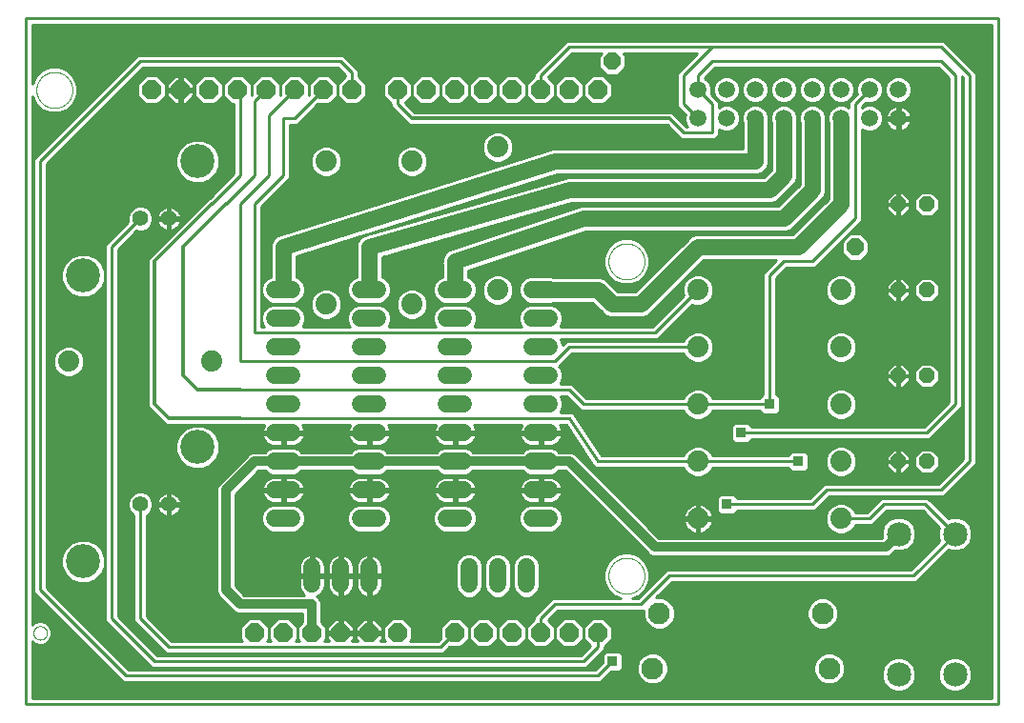
<source format=gbl>
G75*
%MOIN*%
%OFA0B0*%
%FSLAX25Y25*%
%IPPOS*%
%LPD*%
%AMOC8*
5,1,8,0,0,1.08239X$1,22.5*
%
%ADD10C,0.00000*%
%ADD11C,0.01000*%
%ADD12C,0.07677*%
%ADD13OC8,0.06600*%
%ADD14C,0.06000*%
%ADD15OC8,0.05200*%
%ADD16C,0.07400*%
%ADD17C,0.05937*%
%ADD18C,0.05504*%
%ADD19C,0.11870*%
%ADD20C,0.08500*%
%ADD21OC8,0.06000*%
%ADD22R,0.03562X0.03562*%
%ADD23C,0.01200*%
%ADD24C,0.03200*%
%ADD25C,0.05600*%
D10*
X0079638Y0026500D02*
X0079640Y0026597D01*
X0079646Y0026694D01*
X0079656Y0026790D01*
X0079670Y0026886D01*
X0079688Y0026982D01*
X0079709Y0027076D01*
X0079735Y0027170D01*
X0079764Y0027262D01*
X0079798Y0027353D01*
X0079834Y0027443D01*
X0079875Y0027531D01*
X0079919Y0027617D01*
X0079967Y0027702D01*
X0080018Y0027784D01*
X0080072Y0027865D01*
X0080130Y0027943D01*
X0080191Y0028018D01*
X0080254Y0028091D01*
X0080321Y0028162D01*
X0080391Y0028229D01*
X0080463Y0028294D01*
X0080538Y0028355D01*
X0080616Y0028414D01*
X0080695Y0028469D01*
X0080777Y0028521D01*
X0080861Y0028569D01*
X0080947Y0028614D01*
X0081035Y0028656D01*
X0081124Y0028694D01*
X0081215Y0028728D01*
X0081307Y0028758D01*
X0081400Y0028785D01*
X0081495Y0028807D01*
X0081590Y0028826D01*
X0081686Y0028841D01*
X0081782Y0028852D01*
X0081879Y0028859D01*
X0081976Y0028862D01*
X0082073Y0028861D01*
X0082170Y0028856D01*
X0082266Y0028847D01*
X0082362Y0028834D01*
X0082458Y0028817D01*
X0082553Y0028796D01*
X0082646Y0028772D01*
X0082739Y0028743D01*
X0082831Y0028711D01*
X0082921Y0028675D01*
X0083009Y0028636D01*
X0083096Y0028592D01*
X0083181Y0028546D01*
X0083264Y0028495D01*
X0083345Y0028442D01*
X0083423Y0028385D01*
X0083500Y0028325D01*
X0083573Y0028262D01*
X0083644Y0028196D01*
X0083712Y0028127D01*
X0083778Y0028055D01*
X0083840Y0027981D01*
X0083899Y0027904D01*
X0083955Y0027825D01*
X0084008Y0027743D01*
X0084058Y0027660D01*
X0084103Y0027574D01*
X0084146Y0027487D01*
X0084185Y0027398D01*
X0084220Y0027308D01*
X0084251Y0027216D01*
X0084278Y0027123D01*
X0084302Y0027029D01*
X0084322Y0026934D01*
X0084338Y0026838D01*
X0084350Y0026742D01*
X0084358Y0026645D01*
X0084362Y0026548D01*
X0084362Y0026452D01*
X0084358Y0026355D01*
X0084350Y0026258D01*
X0084338Y0026162D01*
X0084322Y0026066D01*
X0084302Y0025971D01*
X0084278Y0025877D01*
X0084251Y0025784D01*
X0084220Y0025692D01*
X0084185Y0025602D01*
X0084146Y0025513D01*
X0084103Y0025426D01*
X0084058Y0025340D01*
X0084008Y0025257D01*
X0083955Y0025175D01*
X0083899Y0025096D01*
X0083840Y0025019D01*
X0083778Y0024945D01*
X0083712Y0024873D01*
X0083644Y0024804D01*
X0083573Y0024738D01*
X0083500Y0024675D01*
X0083423Y0024615D01*
X0083345Y0024558D01*
X0083264Y0024505D01*
X0083181Y0024454D01*
X0083096Y0024408D01*
X0083009Y0024364D01*
X0082921Y0024325D01*
X0082831Y0024289D01*
X0082739Y0024257D01*
X0082646Y0024228D01*
X0082553Y0024204D01*
X0082458Y0024183D01*
X0082362Y0024166D01*
X0082266Y0024153D01*
X0082170Y0024144D01*
X0082073Y0024139D01*
X0081976Y0024138D01*
X0081879Y0024141D01*
X0081782Y0024148D01*
X0081686Y0024159D01*
X0081590Y0024174D01*
X0081495Y0024193D01*
X0081400Y0024215D01*
X0081307Y0024242D01*
X0081215Y0024272D01*
X0081124Y0024306D01*
X0081035Y0024344D01*
X0080947Y0024386D01*
X0080861Y0024431D01*
X0080777Y0024479D01*
X0080695Y0024531D01*
X0080616Y0024586D01*
X0080538Y0024645D01*
X0080463Y0024706D01*
X0080391Y0024771D01*
X0080321Y0024838D01*
X0080254Y0024909D01*
X0080191Y0024982D01*
X0080130Y0025057D01*
X0080072Y0025135D01*
X0080018Y0025216D01*
X0079967Y0025298D01*
X0079919Y0025383D01*
X0079875Y0025469D01*
X0079834Y0025557D01*
X0079798Y0025647D01*
X0079764Y0025738D01*
X0079735Y0025830D01*
X0079709Y0025924D01*
X0079688Y0026018D01*
X0079670Y0026114D01*
X0079656Y0026210D01*
X0079646Y0026306D01*
X0079640Y0026403D01*
X0079638Y0026500D01*
X0280701Y0046500D02*
X0280703Y0046658D01*
X0280709Y0046816D01*
X0280719Y0046974D01*
X0280733Y0047132D01*
X0280751Y0047289D01*
X0280772Y0047446D01*
X0280798Y0047602D01*
X0280828Y0047758D01*
X0280861Y0047913D01*
X0280899Y0048066D01*
X0280940Y0048219D01*
X0280985Y0048371D01*
X0281034Y0048522D01*
X0281087Y0048671D01*
X0281143Y0048819D01*
X0281203Y0048965D01*
X0281267Y0049110D01*
X0281335Y0049253D01*
X0281406Y0049395D01*
X0281480Y0049535D01*
X0281558Y0049672D01*
X0281640Y0049808D01*
X0281724Y0049942D01*
X0281813Y0050073D01*
X0281904Y0050202D01*
X0281999Y0050329D01*
X0282096Y0050454D01*
X0282197Y0050576D01*
X0282301Y0050695D01*
X0282408Y0050812D01*
X0282518Y0050926D01*
X0282631Y0051037D01*
X0282746Y0051146D01*
X0282864Y0051251D01*
X0282985Y0051353D01*
X0283108Y0051453D01*
X0283234Y0051549D01*
X0283362Y0051642D01*
X0283492Y0051732D01*
X0283625Y0051818D01*
X0283760Y0051902D01*
X0283896Y0051981D01*
X0284035Y0052058D01*
X0284176Y0052130D01*
X0284318Y0052200D01*
X0284462Y0052265D01*
X0284608Y0052327D01*
X0284755Y0052385D01*
X0284904Y0052440D01*
X0285054Y0052491D01*
X0285205Y0052538D01*
X0285357Y0052581D01*
X0285510Y0052620D01*
X0285665Y0052656D01*
X0285820Y0052687D01*
X0285976Y0052715D01*
X0286132Y0052739D01*
X0286289Y0052759D01*
X0286447Y0052775D01*
X0286604Y0052787D01*
X0286763Y0052795D01*
X0286921Y0052799D01*
X0287079Y0052799D01*
X0287237Y0052795D01*
X0287396Y0052787D01*
X0287553Y0052775D01*
X0287711Y0052759D01*
X0287868Y0052739D01*
X0288024Y0052715D01*
X0288180Y0052687D01*
X0288335Y0052656D01*
X0288490Y0052620D01*
X0288643Y0052581D01*
X0288795Y0052538D01*
X0288946Y0052491D01*
X0289096Y0052440D01*
X0289245Y0052385D01*
X0289392Y0052327D01*
X0289538Y0052265D01*
X0289682Y0052200D01*
X0289824Y0052130D01*
X0289965Y0052058D01*
X0290104Y0051981D01*
X0290240Y0051902D01*
X0290375Y0051818D01*
X0290508Y0051732D01*
X0290638Y0051642D01*
X0290766Y0051549D01*
X0290892Y0051453D01*
X0291015Y0051353D01*
X0291136Y0051251D01*
X0291254Y0051146D01*
X0291369Y0051037D01*
X0291482Y0050926D01*
X0291592Y0050812D01*
X0291699Y0050695D01*
X0291803Y0050576D01*
X0291904Y0050454D01*
X0292001Y0050329D01*
X0292096Y0050202D01*
X0292187Y0050073D01*
X0292276Y0049942D01*
X0292360Y0049808D01*
X0292442Y0049672D01*
X0292520Y0049535D01*
X0292594Y0049395D01*
X0292665Y0049253D01*
X0292733Y0049110D01*
X0292797Y0048965D01*
X0292857Y0048819D01*
X0292913Y0048671D01*
X0292966Y0048522D01*
X0293015Y0048371D01*
X0293060Y0048219D01*
X0293101Y0048066D01*
X0293139Y0047913D01*
X0293172Y0047758D01*
X0293202Y0047602D01*
X0293228Y0047446D01*
X0293249Y0047289D01*
X0293267Y0047132D01*
X0293281Y0046974D01*
X0293291Y0046816D01*
X0293297Y0046658D01*
X0293299Y0046500D01*
X0293297Y0046342D01*
X0293291Y0046184D01*
X0293281Y0046026D01*
X0293267Y0045868D01*
X0293249Y0045711D01*
X0293228Y0045554D01*
X0293202Y0045398D01*
X0293172Y0045242D01*
X0293139Y0045087D01*
X0293101Y0044934D01*
X0293060Y0044781D01*
X0293015Y0044629D01*
X0292966Y0044478D01*
X0292913Y0044329D01*
X0292857Y0044181D01*
X0292797Y0044035D01*
X0292733Y0043890D01*
X0292665Y0043747D01*
X0292594Y0043605D01*
X0292520Y0043465D01*
X0292442Y0043328D01*
X0292360Y0043192D01*
X0292276Y0043058D01*
X0292187Y0042927D01*
X0292096Y0042798D01*
X0292001Y0042671D01*
X0291904Y0042546D01*
X0291803Y0042424D01*
X0291699Y0042305D01*
X0291592Y0042188D01*
X0291482Y0042074D01*
X0291369Y0041963D01*
X0291254Y0041854D01*
X0291136Y0041749D01*
X0291015Y0041647D01*
X0290892Y0041547D01*
X0290766Y0041451D01*
X0290638Y0041358D01*
X0290508Y0041268D01*
X0290375Y0041182D01*
X0290240Y0041098D01*
X0290104Y0041019D01*
X0289965Y0040942D01*
X0289824Y0040870D01*
X0289682Y0040800D01*
X0289538Y0040735D01*
X0289392Y0040673D01*
X0289245Y0040615D01*
X0289096Y0040560D01*
X0288946Y0040509D01*
X0288795Y0040462D01*
X0288643Y0040419D01*
X0288490Y0040380D01*
X0288335Y0040344D01*
X0288180Y0040313D01*
X0288024Y0040285D01*
X0287868Y0040261D01*
X0287711Y0040241D01*
X0287553Y0040225D01*
X0287396Y0040213D01*
X0287237Y0040205D01*
X0287079Y0040201D01*
X0286921Y0040201D01*
X0286763Y0040205D01*
X0286604Y0040213D01*
X0286447Y0040225D01*
X0286289Y0040241D01*
X0286132Y0040261D01*
X0285976Y0040285D01*
X0285820Y0040313D01*
X0285665Y0040344D01*
X0285510Y0040380D01*
X0285357Y0040419D01*
X0285205Y0040462D01*
X0285054Y0040509D01*
X0284904Y0040560D01*
X0284755Y0040615D01*
X0284608Y0040673D01*
X0284462Y0040735D01*
X0284318Y0040800D01*
X0284176Y0040870D01*
X0284035Y0040942D01*
X0283896Y0041019D01*
X0283760Y0041098D01*
X0283625Y0041182D01*
X0283492Y0041268D01*
X0283362Y0041358D01*
X0283234Y0041451D01*
X0283108Y0041547D01*
X0282985Y0041647D01*
X0282864Y0041749D01*
X0282746Y0041854D01*
X0282631Y0041963D01*
X0282518Y0042074D01*
X0282408Y0042188D01*
X0282301Y0042305D01*
X0282197Y0042424D01*
X0282096Y0042546D01*
X0281999Y0042671D01*
X0281904Y0042798D01*
X0281813Y0042927D01*
X0281724Y0043058D01*
X0281640Y0043192D01*
X0281558Y0043328D01*
X0281480Y0043465D01*
X0281406Y0043605D01*
X0281335Y0043747D01*
X0281267Y0043890D01*
X0281203Y0044035D01*
X0281143Y0044181D01*
X0281087Y0044329D01*
X0281034Y0044478D01*
X0280985Y0044629D01*
X0280940Y0044781D01*
X0280899Y0044934D01*
X0280861Y0045087D01*
X0280828Y0045242D01*
X0280798Y0045398D01*
X0280772Y0045554D01*
X0280751Y0045711D01*
X0280733Y0045868D01*
X0280719Y0046026D01*
X0280709Y0046184D01*
X0280703Y0046342D01*
X0280701Y0046500D01*
X0280701Y0156500D02*
X0280703Y0156658D01*
X0280709Y0156816D01*
X0280719Y0156974D01*
X0280733Y0157132D01*
X0280751Y0157289D01*
X0280772Y0157446D01*
X0280798Y0157602D01*
X0280828Y0157758D01*
X0280861Y0157913D01*
X0280899Y0158066D01*
X0280940Y0158219D01*
X0280985Y0158371D01*
X0281034Y0158522D01*
X0281087Y0158671D01*
X0281143Y0158819D01*
X0281203Y0158965D01*
X0281267Y0159110D01*
X0281335Y0159253D01*
X0281406Y0159395D01*
X0281480Y0159535D01*
X0281558Y0159672D01*
X0281640Y0159808D01*
X0281724Y0159942D01*
X0281813Y0160073D01*
X0281904Y0160202D01*
X0281999Y0160329D01*
X0282096Y0160454D01*
X0282197Y0160576D01*
X0282301Y0160695D01*
X0282408Y0160812D01*
X0282518Y0160926D01*
X0282631Y0161037D01*
X0282746Y0161146D01*
X0282864Y0161251D01*
X0282985Y0161353D01*
X0283108Y0161453D01*
X0283234Y0161549D01*
X0283362Y0161642D01*
X0283492Y0161732D01*
X0283625Y0161818D01*
X0283760Y0161902D01*
X0283896Y0161981D01*
X0284035Y0162058D01*
X0284176Y0162130D01*
X0284318Y0162200D01*
X0284462Y0162265D01*
X0284608Y0162327D01*
X0284755Y0162385D01*
X0284904Y0162440D01*
X0285054Y0162491D01*
X0285205Y0162538D01*
X0285357Y0162581D01*
X0285510Y0162620D01*
X0285665Y0162656D01*
X0285820Y0162687D01*
X0285976Y0162715D01*
X0286132Y0162739D01*
X0286289Y0162759D01*
X0286447Y0162775D01*
X0286604Y0162787D01*
X0286763Y0162795D01*
X0286921Y0162799D01*
X0287079Y0162799D01*
X0287237Y0162795D01*
X0287396Y0162787D01*
X0287553Y0162775D01*
X0287711Y0162759D01*
X0287868Y0162739D01*
X0288024Y0162715D01*
X0288180Y0162687D01*
X0288335Y0162656D01*
X0288490Y0162620D01*
X0288643Y0162581D01*
X0288795Y0162538D01*
X0288946Y0162491D01*
X0289096Y0162440D01*
X0289245Y0162385D01*
X0289392Y0162327D01*
X0289538Y0162265D01*
X0289682Y0162200D01*
X0289824Y0162130D01*
X0289965Y0162058D01*
X0290104Y0161981D01*
X0290240Y0161902D01*
X0290375Y0161818D01*
X0290508Y0161732D01*
X0290638Y0161642D01*
X0290766Y0161549D01*
X0290892Y0161453D01*
X0291015Y0161353D01*
X0291136Y0161251D01*
X0291254Y0161146D01*
X0291369Y0161037D01*
X0291482Y0160926D01*
X0291592Y0160812D01*
X0291699Y0160695D01*
X0291803Y0160576D01*
X0291904Y0160454D01*
X0292001Y0160329D01*
X0292096Y0160202D01*
X0292187Y0160073D01*
X0292276Y0159942D01*
X0292360Y0159808D01*
X0292442Y0159672D01*
X0292520Y0159535D01*
X0292594Y0159395D01*
X0292665Y0159253D01*
X0292733Y0159110D01*
X0292797Y0158965D01*
X0292857Y0158819D01*
X0292913Y0158671D01*
X0292966Y0158522D01*
X0293015Y0158371D01*
X0293060Y0158219D01*
X0293101Y0158066D01*
X0293139Y0157913D01*
X0293172Y0157758D01*
X0293202Y0157602D01*
X0293228Y0157446D01*
X0293249Y0157289D01*
X0293267Y0157132D01*
X0293281Y0156974D01*
X0293291Y0156816D01*
X0293297Y0156658D01*
X0293299Y0156500D01*
X0293297Y0156342D01*
X0293291Y0156184D01*
X0293281Y0156026D01*
X0293267Y0155868D01*
X0293249Y0155711D01*
X0293228Y0155554D01*
X0293202Y0155398D01*
X0293172Y0155242D01*
X0293139Y0155087D01*
X0293101Y0154934D01*
X0293060Y0154781D01*
X0293015Y0154629D01*
X0292966Y0154478D01*
X0292913Y0154329D01*
X0292857Y0154181D01*
X0292797Y0154035D01*
X0292733Y0153890D01*
X0292665Y0153747D01*
X0292594Y0153605D01*
X0292520Y0153465D01*
X0292442Y0153328D01*
X0292360Y0153192D01*
X0292276Y0153058D01*
X0292187Y0152927D01*
X0292096Y0152798D01*
X0292001Y0152671D01*
X0291904Y0152546D01*
X0291803Y0152424D01*
X0291699Y0152305D01*
X0291592Y0152188D01*
X0291482Y0152074D01*
X0291369Y0151963D01*
X0291254Y0151854D01*
X0291136Y0151749D01*
X0291015Y0151647D01*
X0290892Y0151547D01*
X0290766Y0151451D01*
X0290638Y0151358D01*
X0290508Y0151268D01*
X0290375Y0151182D01*
X0290240Y0151098D01*
X0290104Y0151019D01*
X0289965Y0150942D01*
X0289824Y0150870D01*
X0289682Y0150800D01*
X0289538Y0150735D01*
X0289392Y0150673D01*
X0289245Y0150615D01*
X0289096Y0150560D01*
X0288946Y0150509D01*
X0288795Y0150462D01*
X0288643Y0150419D01*
X0288490Y0150380D01*
X0288335Y0150344D01*
X0288180Y0150313D01*
X0288024Y0150285D01*
X0287868Y0150261D01*
X0287711Y0150241D01*
X0287553Y0150225D01*
X0287396Y0150213D01*
X0287237Y0150205D01*
X0287079Y0150201D01*
X0286921Y0150201D01*
X0286763Y0150205D01*
X0286604Y0150213D01*
X0286447Y0150225D01*
X0286289Y0150241D01*
X0286132Y0150261D01*
X0285976Y0150285D01*
X0285820Y0150313D01*
X0285665Y0150344D01*
X0285510Y0150380D01*
X0285357Y0150419D01*
X0285205Y0150462D01*
X0285054Y0150509D01*
X0284904Y0150560D01*
X0284755Y0150615D01*
X0284608Y0150673D01*
X0284462Y0150735D01*
X0284318Y0150800D01*
X0284176Y0150870D01*
X0284035Y0150942D01*
X0283896Y0151019D01*
X0283760Y0151098D01*
X0283625Y0151182D01*
X0283492Y0151268D01*
X0283362Y0151358D01*
X0283234Y0151451D01*
X0283108Y0151547D01*
X0282985Y0151647D01*
X0282864Y0151749D01*
X0282746Y0151854D01*
X0282631Y0151963D01*
X0282518Y0152074D01*
X0282408Y0152188D01*
X0282301Y0152305D01*
X0282197Y0152424D01*
X0282096Y0152546D01*
X0281999Y0152671D01*
X0281904Y0152798D01*
X0281813Y0152927D01*
X0281724Y0153058D01*
X0281640Y0153192D01*
X0281558Y0153328D01*
X0281480Y0153465D01*
X0281406Y0153605D01*
X0281335Y0153747D01*
X0281267Y0153890D01*
X0281203Y0154035D01*
X0281143Y0154181D01*
X0281087Y0154329D01*
X0281034Y0154478D01*
X0280985Y0154629D01*
X0280940Y0154781D01*
X0280899Y0154934D01*
X0280861Y0155087D01*
X0280828Y0155242D01*
X0280798Y0155398D01*
X0280772Y0155554D01*
X0280751Y0155711D01*
X0280733Y0155868D01*
X0280719Y0156026D01*
X0280709Y0156184D01*
X0280703Y0156342D01*
X0280701Y0156500D01*
X0080701Y0216500D02*
X0080703Y0216658D01*
X0080709Y0216816D01*
X0080719Y0216974D01*
X0080733Y0217132D01*
X0080751Y0217289D01*
X0080772Y0217446D01*
X0080798Y0217602D01*
X0080828Y0217758D01*
X0080861Y0217913D01*
X0080899Y0218066D01*
X0080940Y0218219D01*
X0080985Y0218371D01*
X0081034Y0218522D01*
X0081087Y0218671D01*
X0081143Y0218819D01*
X0081203Y0218965D01*
X0081267Y0219110D01*
X0081335Y0219253D01*
X0081406Y0219395D01*
X0081480Y0219535D01*
X0081558Y0219672D01*
X0081640Y0219808D01*
X0081724Y0219942D01*
X0081813Y0220073D01*
X0081904Y0220202D01*
X0081999Y0220329D01*
X0082096Y0220454D01*
X0082197Y0220576D01*
X0082301Y0220695D01*
X0082408Y0220812D01*
X0082518Y0220926D01*
X0082631Y0221037D01*
X0082746Y0221146D01*
X0082864Y0221251D01*
X0082985Y0221353D01*
X0083108Y0221453D01*
X0083234Y0221549D01*
X0083362Y0221642D01*
X0083492Y0221732D01*
X0083625Y0221818D01*
X0083760Y0221902D01*
X0083896Y0221981D01*
X0084035Y0222058D01*
X0084176Y0222130D01*
X0084318Y0222200D01*
X0084462Y0222265D01*
X0084608Y0222327D01*
X0084755Y0222385D01*
X0084904Y0222440D01*
X0085054Y0222491D01*
X0085205Y0222538D01*
X0085357Y0222581D01*
X0085510Y0222620D01*
X0085665Y0222656D01*
X0085820Y0222687D01*
X0085976Y0222715D01*
X0086132Y0222739D01*
X0086289Y0222759D01*
X0086447Y0222775D01*
X0086604Y0222787D01*
X0086763Y0222795D01*
X0086921Y0222799D01*
X0087079Y0222799D01*
X0087237Y0222795D01*
X0087396Y0222787D01*
X0087553Y0222775D01*
X0087711Y0222759D01*
X0087868Y0222739D01*
X0088024Y0222715D01*
X0088180Y0222687D01*
X0088335Y0222656D01*
X0088490Y0222620D01*
X0088643Y0222581D01*
X0088795Y0222538D01*
X0088946Y0222491D01*
X0089096Y0222440D01*
X0089245Y0222385D01*
X0089392Y0222327D01*
X0089538Y0222265D01*
X0089682Y0222200D01*
X0089824Y0222130D01*
X0089965Y0222058D01*
X0090104Y0221981D01*
X0090240Y0221902D01*
X0090375Y0221818D01*
X0090508Y0221732D01*
X0090638Y0221642D01*
X0090766Y0221549D01*
X0090892Y0221453D01*
X0091015Y0221353D01*
X0091136Y0221251D01*
X0091254Y0221146D01*
X0091369Y0221037D01*
X0091482Y0220926D01*
X0091592Y0220812D01*
X0091699Y0220695D01*
X0091803Y0220576D01*
X0091904Y0220454D01*
X0092001Y0220329D01*
X0092096Y0220202D01*
X0092187Y0220073D01*
X0092276Y0219942D01*
X0092360Y0219808D01*
X0092442Y0219672D01*
X0092520Y0219535D01*
X0092594Y0219395D01*
X0092665Y0219253D01*
X0092733Y0219110D01*
X0092797Y0218965D01*
X0092857Y0218819D01*
X0092913Y0218671D01*
X0092966Y0218522D01*
X0093015Y0218371D01*
X0093060Y0218219D01*
X0093101Y0218066D01*
X0093139Y0217913D01*
X0093172Y0217758D01*
X0093202Y0217602D01*
X0093228Y0217446D01*
X0093249Y0217289D01*
X0093267Y0217132D01*
X0093281Y0216974D01*
X0093291Y0216816D01*
X0093297Y0216658D01*
X0093299Y0216500D01*
X0093297Y0216342D01*
X0093291Y0216184D01*
X0093281Y0216026D01*
X0093267Y0215868D01*
X0093249Y0215711D01*
X0093228Y0215554D01*
X0093202Y0215398D01*
X0093172Y0215242D01*
X0093139Y0215087D01*
X0093101Y0214934D01*
X0093060Y0214781D01*
X0093015Y0214629D01*
X0092966Y0214478D01*
X0092913Y0214329D01*
X0092857Y0214181D01*
X0092797Y0214035D01*
X0092733Y0213890D01*
X0092665Y0213747D01*
X0092594Y0213605D01*
X0092520Y0213465D01*
X0092442Y0213328D01*
X0092360Y0213192D01*
X0092276Y0213058D01*
X0092187Y0212927D01*
X0092096Y0212798D01*
X0092001Y0212671D01*
X0091904Y0212546D01*
X0091803Y0212424D01*
X0091699Y0212305D01*
X0091592Y0212188D01*
X0091482Y0212074D01*
X0091369Y0211963D01*
X0091254Y0211854D01*
X0091136Y0211749D01*
X0091015Y0211647D01*
X0090892Y0211547D01*
X0090766Y0211451D01*
X0090638Y0211358D01*
X0090508Y0211268D01*
X0090375Y0211182D01*
X0090240Y0211098D01*
X0090104Y0211019D01*
X0089965Y0210942D01*
X0089824Y0210870D01*
X0089682Y0210800D01*
X0089538Y0210735D01*
X0089392Y0210673D01*
X0089245Y0210615D01*
X0089096Y0210560D01*
X0088946Y0210509D01*
X0088795Y0210462D01*
X0088643Y0210419D01*
X0088490Y0210380D01*
X0088335Y0210344D01*
X0088180Y0210313D01*
X0088024Y0210285D01*
X0087868Y0210261D01*
X0087711Y0210241D01*
X0087553Y0210225D01*
X0087396Y0210213D01*
X0087237Y0210205D01*
X0087079Y0210201D01*
X0086921Y0210201D01*
X0086763Y0210205D01*
X0086604Y0210213D01*
X0086447Y0210225D01*
X0086289Y0210241D01*
X0086132Y0210261D01*
X0085976Y0210285D01*
X0085820Y0210313D01*
X0085665Y0210344D01*
X0085510Y0210380D01*
X0085357Y0210419D01*
X0085205Y0210462D01*
X0085054Y0210509D01*
X0084904Y0210560D01*
X0084755Y0210615D01*
X0084608Y0210673D01*
X0084462Y0210735D01*
X0084318Y0210800D01*
X0084176Y0210870D01*
X0084035Y0210942D01*
X0083896Y0211019D01*
X0083760Y0211098D01*
X0083625Y0211182D01*
X0083492Y0211268D01*
X0083362Y0211358D01*
X0083234Y0211451D01*
X0083108Y0211547D01*
X0082985Y0211647D01*
X0082864Y0211749D01*
X0082746Y0211854D01*
X0082631Y0211963D01*
X0082518Y0212074D01*
X0082408Y0212188D01*
X0082301Y0212305D01*
X0082197Y0212424D01*
X0082096Y0212546D01*
X0081999Y0212671D01*
X0081904Y0212798D01*
X0081813Y0212927D01*
X0081724Y0213058D01*
X0081640Y0213192D01*
X0081558Y0213328D01*
X0081480Y0213465D01*
X0081406Y0213605D01*
X0081335Y0213747D01*
X0081267Y0213890D01*
X0081203Y0214035D01*
X0081143Y0214181D01*
X0081087Y0214329D01*
X0081034Y0214478D01*
X0080985Y0214629D01*
X0080940Y0214781D01*
X0080899Y0214934D01*
X0080861Y0215087D01*
X0080828Y0215242D01*
X0080798Y0215398D01*
X0080772Y0215554D01*
X0080751Y0215711D01*
X0080733Y0215868D01*
X0080719Y0216026D01*
X0080709Y0216184D01*
X0080703Y0216342D01*
X0080701Y0216500D01*
D11*
X0077000Y0001500D02*
X0417000Y0001500D01*
X0417000Y0241500D01*
X0077000Y0241500D01*
X0077000Y0001500D01*
X0079200Y0003700D02*
X0079200Y0023555D01*
X0079699Y0023056D01*
X0081192Y0022438D01*
X0082808Y0022438D01*
X0084301Y0023056D01*
X0085444Y0024199D01*
X0086062Y0025692D01*
X0086062Y0027308D01*
X0085444Y0028801D01*
X0084301Y0029944D01*
X0082808Y0030562D01*
X0081192Y0030562D01*
X0079699Y0029944D01*
X0079200Y0029445D01*
X0079200Y0214428D01*
X0080219Y0211969D01*
X0082469Y0209719D01*
X0085409Y0208501D01*
X0088591Y0208501D01*
X0091531Y0209719D01*
X0093781Y0211969D01*
X0094999Y0214909D01*
X0094999Y0218091D01*
X0093781Y0221031D01*
X0091531Y0223281D01*
X0088591Y0224499D01*
X0085409Y0224499D01*
X0082469Y0223281D01*
X0080219Y0221031D01*
X0079200Y0218572D01*
X0079200Y0239300D01*
X0414800Y0239300D01*
X0414800Y0003700D01*
X0079200Y0003700D01*
X0079200Y0004496D02*
X0414800Y0004496D01*
X0414800Y0005494D02*
X0079200Y0005494D01*
X0079200Y0006493D02*
X0379649Y0006493D01*
X0378787Y0006850D02*
X0380974Y0005944D01*
X0383341Y0005944D01*
X0385528Y0006850D01*
X0387202Y0008523D01*
X0388107Y0010710D01*
X0388107Y0013077D01*
X0387202Y0015264D01*
X0385528Y0016938D01*
X0383341Y0017844D01*
X0380974Y0017844D01*
X0378787Y0016938D01*
X0377113Y0015264D01*
X0376207Y0013077D01*
X0376207Y0010710D01*
X0377113Y0008523D01*
X0378787Y0006850D01*
X0378146Y0007491D02*
X0079200Y0007491D01*
X0079200Y0008490D02*
X0294972Y0008490D01*
X0294993Y0008481D02*
X0297196Y0008481D01*
X0299232Y0009324D01*
X0300790Y0010882D01*
X0301633Y0012918D01*
X0301633Y0015121D01*
X0300790Y0017157D01*
X0299232Y0018715D01*
X0297196Y0019558D01*
X0294993Y0019558D01*
X0292957Y0018715D01*
X0291399Y0017157D01*
X0290556Y0015121D01*
X0290556Y0012918D01*
X0291399Y0010882D01*
X0292957Y0009324D01*
X0294993Y0008481D01*
X0297217Y0008490D02*
X0356783Y0008490D01*
X0356804Y0008481D02*
X0359007Y0008481D01*
X0361043Y0009324D01*
X0362601Y0010882D01*
X0363444Y0012918D01*
X0363444Y0015121D01*
X0362601Y0017157D01*
X0361043Y0018715D01*
X0359007Y0019558D01*
X0356804Y0019558D01*
X0354768Y0018715D01*
X0353210Y0017157D01*
X0352367Y0015121D01*
X0352367Y0012918D01*
X0353210Y0010882D01*
X0354768Y0009324D01*
X0356804Y0008481D01*
X0359028Y0008490D02*
X0377147Y0008490D01*
X0376714Y0009488D02*
X0361207Y0009488D01*
X0362205Y0010487D02*
X0376300Y0010487D01*
X0376207Y0011485D02*
X0362851Y0011485D01*
X0363264Y0012484D02*
X0376207Y0012484D01*
X0376375Y0013482D02*
X0363444Y0013482D01*
X0363444Y0014481D02*
X0376789Y0014481D01*
X0377328Y0015479D02*
X0363296Y0015479D01*
X0362882Y0016478D02*
X0378327Y0016478D01*
X0380087Y0017476D02*
X0362282Y0017476D01*
X0361283Y0018475D02*
X0414800Y0018475D01*
X0414800Y0019473D02*
X0359213Y0019473D01*
X0356598Y0019473D02*
X0297402Y0019473D01*
X0299472Y0018475D02*
X0354528Y0018475D01*
X0353529Y0017476D02*
X0300471Y0017476D01*
X0301071Y0016478D02*
X0352929Y0016478D01*
X0352515Y0015479D02*
X0301485Y0015479D01*
X0301633Y0014481D02*
X0352367Y0014481D01*
X0352367Y0013482D02*
X0301633Y0013482D01*
X0301453Y0012484D02*
X0352547Y0012484D01*
X0352960Y0011485D02*
X0301040Y0011485D01*
X0300394Y0010487D02*
X0353606Y0010487D01*
X0354604Y0009488D02*
X0299396Y0009488D01*
X0292793Y0009488D02*
X0278099Y0009488D01*
X0277911Y0009300D02*
X0281630Y0013019D01*
X0284485Y0013019D01*
X0285481Y0014015D01*
X0285481Y0018985D01*
X0284485Y0019981D01*
X0279515Y0019981D01*
X0278519Y0018985D01*
X0278519Y0016130D01*
X0276089Y0013700D01*
X0112911Y0013700D01*
X0084200Y0042411D01*
X0084200Y0190589D01*
X0117911Y0224300D01*
X0186089Y0224300D01*
X0188800Y0221589D01*
X0188800Y0221371D01*
X0186000Y0218571D01*
X0186000Y0214429D01*
X0188929Y0211500D01*
X0193071Y0211500D01*
X0196000Y0214429D01*
X0196000Y0218571D01*
X0193200Y0221371D01*
X0193200Y0223411D01*
X0189200Y0227411D01*
X0187911Y0228700D01*
X0116089Y0228700D01*
X0081089Y0193700D01*
X0079800Y0192411D01*
X0079800Y0040589D01*
X0109800Y0010589D01*
X0111089Y0009300D01*
X0277911Y0009300D01*
X0279098Y0010487D02*
X0291795Y0010487D01*
X0291149Y0011485D02*
X0280096Y0011485D01*
X0281095Y0012484D02*
X0290736Y0012484D01*
X0290556Y0013482D02*
X0284948Y0013482D01*
X0285481Y0014481D02*
X0290556Y0014481D01*
X0290704Y0015479D02*
X0285481Y0015479D01*
X0285481Y0016478D02*
X0291118Y0016478D01*
X0291718Y0017476D02*
X0285481Y0017476D01*
X0285481Y0018475D02*
X0292717Y0018475D01*
X0294787Y0019473D02*
X0284993Y0019473D01*
X0281038Y0023467D02*
X0414800Y0023467D01*
X0414800Y0022469D02*
X0280040Y0022469D01*
X0279200Y0021629D02*
X0282000Y0024429D01*
X0282000Y0028571D01*
X0279071Y0031500D01*
X0274929Y0031500D01*
X0272000Y0028571D01*
X0272000Y0024429D01*
X0274409Y0022020D01*
X0271089Y0018700D01*
X0122911Y0018700D01*
X0109200Y0032411D01*
X0109200Y0160589D01*
X0115793Y0167181D01*
X0116114Y0167048D01*
X0117886Y0167048D01*
X0119522Y0167726D01*
X0120774Y0168978D01*
X0121452Y0170614D01*
X0121452Y0172386D01*
X0120774Y0174022D01*
X0119522Y0175274D01*
X0117886Y0175952D01*
X0116114Y0175952D01*
X0114478Y0175274D01*
X0113226Y0174022D01*
X0112548Y0172386D01*
X0112548Y0170614D01*
X0112681Y0170293D01*
X0106089Y0163700D01*
X0106089Y0163700D01*
X0104800Y0162411D01*
X0104800Y0030589D01*
X0106089Y0029300D01*
X0121089Y0014300D01*
X0272911Y0014300D01*
X0274200Y0015589D01*
X0279200Y0020589D01*
X0279200Y0021629D01*
X0279200Y0021470D02*
X0414800Y0021470D01*
X0414800Y0020472D02*
X0279083Y0020472D01*
X0279007Y0019473D02*
X0278084Y0019473D01*
X0278519Y0018475D02*
X0277086Y0018475D01*
X0276087Y0017476D02*
X0278519Y0017476D01*
X0278519Y0016478D02*
X0275089Y0016478D01*
X0274090Y0015479D02*
X0277868Y0015479D01*
X0276869Y0014481D02*
X0273092Y0014481D01*
X0272000Y0016500D02*
X0122000Y0016500D01*
X0107000Y0031500D01*
X0107000Y0161500D01*
X0117000Y0171500D01*
X0112904Y0173244D02*
X0084200Y0173244D01*
X0084200Y0174242D02*
X0113446Y0174242D01*
X0114445Y0175241D02*
X0084200Y0175241D01*
X0084200Y0176239D02*
X0138487Y0176239D01*
X0137488Y0175241D02*
X0129024Y0175241D01*
X0129229Y0175137D02*
X0128632Y0175440D01*
X0127996Y0175647D01*
X0127376Y0175745D01*
X0127376Y0171876D01*
X0131245Y0171876D01*
X0131147Y0172496D01*
X0130940Y0173132D01*
X0130637Y0173729D01*
X0130243Y0174270D01*
X0129770Y0174743D01*
X0129229Y0175137D01*
X0130263Y0174242D02*
X0136490Y0174242D01*
X0135491Y0173244D02*
X0130884Y0173244D01*
X0131187Y0172245D02*
X0134493Y0172245D01*
X0133494Y0171247D02*
X0127376Y0171247D01*
X0127376Y0171124D02*
X0127376Y0171876D01*
X0126624Y0171876D01*
X0126624Y0175745D01*
X0126004Y0175647D01*
X0125368Y0175440D01*
X0124771Y0175137D01*
X0124230Y0174743D01*
X0123757Y0174270D01*
X0123363Y0173729D01*
X0123060Y0173132D01*
X0122853Y0172496D01*
X0122755Y0171876D01*
X0126624Y0171876D01*
X0126624Y0171124D01*
X0127376Y0171124D01*
X0131245Y0171124D01*
X0131147Y0170504D01*
X0130940Y0169868D01*
X0130637Y0169271D01*
X0130243Y0168730D01*
X0129770Y0168257D01*
X0129229Y0167863D01*
X0128632Y0167560D01*
X0127996Y0167353D01*
X0127376Y0167255D01*
X0127376Y0171124D01*
X0126624Y0171124D02*
X0126624Y0167255D01*
X0126004Y0167353D01*
X0125368Y0167560D01*
X0124771Y0167863D01*
X0124230Y0168257D01*
X0123757Y0168730D01*
X0123363Y0169271D01*
X0123060Y0169868D01*
X0122853Y0170504D01*
X0122755Y0171124D01*
X0126624Y0171124D01*
X0126624Y0171247D02*
X0121452Y0171247D01*
X0121452Y0172245D02*
X0122813Y0172245D01*
X0123116Y0173244D02*
X0121096Y0173244D01*
X0120554Y0174242D02*
X0123737Y0174242D01*
X0124976Y0175241D02*
X0119555Y0175241D01*
X0121300Y0170248D02*
X0122936Y0170248D01*
X0123379Y0169250D02*
X0120887Y0169250D01*
X0120047Y0168251D02*
X0124237Y0168251D01*
X0126624Y0168251D02*
X0127376Y0168251D01*
X0127376Y0169250D02*
X0126624Y0169250D01*
X0126624Y0170248D02*
X0127376Y0170248D01*
X0127376Y0172245D02*
X0126624Y0172245D01*
X0126624Y0173244D02*
X0127376Y0173244D01*
X0127376Y0174242D02*
X0126624Y0174242D01*
X0126624Y0175241D02*
X0127376Y0175241D01*
X0131064Y0170248D02*
X0132496Y0170248D01*
X0131497Y0169250D02*
X0130621Y0169250D01*
X0130499Y0168251D02*
X0129763Y0168251D01*
X0129500Y0167253D02*
X0118380Y0167253D01*
X0114866Y0166254D02*
X0128502Y0166254D01*
X0127503Y0165256D02*
X0113867Y0165256D01*
X0112869Y0164257D02*
X0126505Y0164257D01*
X0125506Y0163259D02*
X0111870Y0163259D01*
X0110872Y0162260D02*
X0124508Y0162260D01*
X0123509Y0161262D02*
X0109873Y0161262D01*
X0109200Y0160263D02*
X0122511Y0160263D01*
X0121512Y0159265D02*
X0109200Y0159265D01*
X0109200Y0158266D02*
X0120514Y0158266D01*
X0119700Y0157453D02*
X0119700Y0105547D01*
X0121047Y0104200D01*
X0126047Y0099200D01*
X0152953Y0099200D01*
X0153053Y0099300D01*
X0160472Y0099300D01*
X0160151Y0098859D01*
X0159830Y0098227D01*
X0159611Y0097554D01*
X0159523Y0097000D01*
X0166500Y0097000D01*
X0166500Y0096000D01*
X0167500Y0096000D01*
X0167500Y0097000D01*
X0174477Y0097000D01*
X0174389Y0097554D01*
X0174170Y0098227D01*
X0173849Y0098859D01*
X0173528Y0099300D01*
X0190472Y0099300D01*
X0190151Y0098859D01*
X0189830Y0098227D01*
X0189611Y0097554D01*
X0189523Y0097000D01*
X0196500Y0097000D01*
X0196500Y0096000D01*
X0197500Y0096000D01*
X0197500Y0097000D01*
X0204477Y0097000D01*
X0204389Y0097554D01*
X0204170Y0098227D01*
X0203849Y0098859D01*
X0203528Y0099300D01*
X0220472Y0099300D01*
X0220151Y0098859D01*
X0219830Y0098227D01*
X0219611Y0097554D01*
X0219523Y0097000D01*
X0226500Y0097000D01*
X0226500Y0096000D01*
X0227500Y0096000D01*
X0227500Y0097000D01*
X0234477Y0097000D01*
X0234389Y0097554D01*
X0234170Y0098227D01*
X0233849Y0098859D01*
X0233528Y0099300D01*
X0250472Y0099300D01*
X0250151Y0098859D01*
X0249830Y0098227D01*
X0249611Y0097554D01*
X0249523Y0097000D01*
X0256500Y0097000D01*
X0256500Y0096000D01*
X0257500Y0096000D01*
X0257500Y0097000D01*
X0264477Y0097000D01*
X0264389Y0097554D01*
X0264170Y0098227D01*
X0263849Y0098859D01*
X0263528Y0099300D01*
X0265823Y0099300D01*
X0274800Y0085834D01*
X0274800Y0085589D01*
X0275290Y0085098D01*
X0275675Y0084521D01*
X0275915Y0084473D01*
X0276089Y0084300D01*
X0276782Y0084300D01*
X0277462Y0084164D01*
X0277666Y0084300D01*
X0307066Y0084300D01*
X0307422Y0083441D01*
X0308941Y0081922D01*
X0310926Y0081100D01*
X0313074Y0081100D01*
X0315059Y0081922D01*
X0316578Y0083441D01*
X0316934Y0084300D01*
X0343519Y0084300D01*
X0343519Y0084015D01*
X0344515Y0083019D01*
X0349485Y0083019D01*
X0350481Y0084015D01*
X0350481Y0088985D01*
X0349485Y0089981D01*
X0344515Y0089981D01*
X0343519Y0088985D01*
X0343519Y0088700D01*
X0316934Y0088700D01*
X0316578Y0089559D01*
X0315059Y0091078D01*
X0313074Y0091900D01*
X0310926Y0091900D01*
X0308941Y0091078D01*
X0307422Y0089559D01*
X0307066Y0088700D01*
X0278177Y0088700D01*
X0269200Y0102166D01*
X0269200Y0102411D01*
X0268710Y0102902D01*
X0268325Y0103479D01*
X0268085Y0103527D01*
X0267911Y0103700D01*
X0267218Y0103700D01*
X0266538Y0103836D01*
X0266334Y0103700D01*
X0263847Y0103700D01*
X0263984Y0103838D01*
X0264700Y0105565D01*
X0264700Y0107435D01*
X0263984Y0109162D01*
X0263847Y0109300D01*
X0266089Y0109300D01*
X0271089Y0104300D01*
X0307066Y0104300D01*
X0307422Y0103441D01*
X0308941Y0101922D01*
X0310926Y0101100D01*
X0313074Y0101100D01*
X0315059Y0101922D01*
X0316578Y0103441D01*
X0316934Y0104300D01*
X0333519Y0104300D01*
X0333519Y0104015D01*
X0334515Y0103019D01*
X0339485Y0103019D01*
X0340481Y0104015D01*
X0340481Y0108985D01*
X0339485Y0109981D01*
X0339200Y0109981D01*
X0339200Y0150589D01*
X0342911Y0154300D01*
X0352911Y0154300D01*
X0354200Y0155589D01*
X0369200Y0170589D01*
X0369200Y0202698D01*
X0369355Y0202542D01*
X0371071Y0201831D01*
X0372929Y0201831D01*
X0374644Y0202542D01*
X0375958Y0203855D01*
X0376668Y0205571D01*
X0376668Y0207429D01*
X0375958Y0209144D01*
X0374644Y0210458D01*
X0372929Y0211168D01*
X0371071Y0211168D01*
X0369355Y0210458D01*
X0369200Y0210302D01*
X0369200Y0210589D01*
X0370627Y0212016D01*
X0371071Y0211831D01*
X0372929Y0211831D01*
X0374644Y0212542D01*
X0375958Y0213855D01*
X0376668Y0215571D01*
X0376668Y0217429D01*
X0375958Y0219144D01*
X0374644Y0220458D01*
X0372929Y0221168D01*
X0371071Y0221168D01*
X0369355Y0220458D01*
X0368042Y0219144D01*
X0367331Y0217429D01*
X0367331Y0215571D01*
X0367516Y0215127D01*
X0366089Y0213700D01*
X0364800Y0212411D01*
X0364800Y0210302D01*
X0364644Y0210458D01*
X0362929Y0211168D01*
X0361071Y0211168D01*
X0359355Y0210458D01*
X0358042Y0209144D01*
X0357331Y0207429D01*
X0357331Y0205571D01*
X0357500Y0205165D01*
X0357500Y0178364D01*
X0345136Y0166000D01*
X0311105Y0166000D01*
X0309451Y0165315D01*
X0308185Y0164049D01*
X0290136Y0146000D01*
X0283864Y0146000D01*
X0279549Y0150315D01*
X0277895Y0151000D01*
X0261418Y0151000D01*
X0260935Y0151200D01*
X0253065Y0151200D01*
X0251338Y0150484D01*
X0250016Y0149162D01*
X0249300Y0147435D01*
X0249300Y0145565D01*
X0250016Y0143838D01*
X0251338Y0142516D01*
X0253065Y0141800D01*
X0260935Y0141800D01*
X0261418Y0142000D01*
X0275136Y0142000D01*
X0278185Y0138951D01*
X0278185Y0138951D01*
X0279451Y0137685D01*
X0281105Y0137000D01*
X0292895Y0137000D01*
X0294549Y0137685D01*
X0313864Y0157000D01*
X0339389Y0157000D01*
X0334800Y0152411D01*
X0334800Y0109981D01*
X0334515Y0109981D01*
X0333519Y0108985D01*
X0333519Y0108700D01*
X0316934Y0108700D01*
X0316578Y0109559D01*
X0315059Y0111078D01*
X0313074Y0111900D01*
X0310926Y0111900D01*
X0308941Y0111078D01*
X0307422Y0109559D01*
X0307066Y0108700D01*
X0272911Y0108700D01*
X0269200Y0112411D01*
X0267911Y0113700D01*
X0263847Y0113700D01*
X0263984Y0113838D01*
X0264700Y0115565D01*
X0264700Y0117435D01*
X0263984Y0119162D01*
X0263379Y0119768D01*
X0264200Y0120589D01*
X0267911Y0124300D01*
X0307066Y0124300D01*
X0307422Y0123441D01*
X0308941Y0121922D01*
X0310926Y0121100D01*
X0313074Y0121100D01*
X0315059Y0121922D01*
X0316578Y0123441D01*
X0317400Y0125426D01*
X0317400Y0127574D01*
X0316578Y0129559D01*
X0315059Y0131078D01*
X0313074Y0131900D01*
X0310926Y0131900D01*
X0308941Y0131078D01*
X0307422Y0129559D01*
X0307066Y0128700D01*
X0266089Y0128700D01*
X0264700Y0127311D01*
X0264700Y0127435D01*
X0263984Y0129162D01*
X0263847Y0129300D01*
X0297911Y0129300D01*
X0299200Y0130589D01*
X0310067Y0141456D01*
X0310926Y0141100D01*
X0313074Y0141100D01*
X0315059Y0141922D01*
X0316578Y0143441D01*
X0317400Y0145426D01*
X0317400Y0147574D01*
X0316578Y0149559D01*
X0315059Y0151078D01*
X0313074Y0151900D01*
X0310926Y0151900D01*
X0308941Y0151078D01*
X0307422Y0149559D01*
X0306600Y0147574D01*
X0306600Y0145426D01*
X0306956Y0144567D01*
X0296089Y0133700D01*
X0263847Y0133700D01*
X0263984Y0133838D01*
X0264700Y0135565D01*
X0264700Y0137435D01*
X0263984Y0139162D01*
X0262662Y0140484D01*
X0260935Y0141200D01*
X0253065Y0141200D01*
X0251338Y0140484D01*
X0250016Y0139162D01*
X0249300Y0137435D01*
X0249300Y0135565D01*
X0250016Y0133838D01*
X0250153Y0133700D01*
X0233847Y0133700D01*
X0233984Y0133838D01*
X0234700Y0135565D01*
X0234700Y0137435D01*
X0233984Y0139162D01*
X0232662Y0140484D01*
X0230935Y0141200D01*
X0223065Y0141200D01*
X0221338Y0140484D01*
X0220016Y0139162D01*
X0219300Y0137435D01*
X0219300Y0135565D01*
X0220016Y0133838D01*
X0220153Y0133700D01*
X0203847Y0133700D01*
X0203984Y0133838D01*
X0204700Y0135565D01*
X0204700Y0137435D01*
X0203984Y0139162D01*
X0202662Y0140484D01*
X0200935Y0141200D01*
X0193065Y0141200D01*
X0191338Y0140484D01*
X0190016Y0139162D01*
X0189300Y0137435D01*
X0189300Y0135565D01*
X0190016Y0133838D01*
X0190153Y0133700D01*
X0173847Y0133700D01*
X0173984Y0133838D01*
X0174700Y0135565D01*
X0174700Y0137435D01*
X0173984Y0139162D01*
X0172662Y0140484D01*
X0170935Y0141200D01*
X0163065Y0141200D01*
X0161338Y0140484D01*
X0160016Y0139162D01*
X0159300Y0137435D01*
X0159300Y0135565D01*
X0160016Y0133838D01*
X0160153Y0133700D01*
X0159200Y0133700D01*
X0159200Y0175589D01*
X0167911Y0184300D01*
X0169200Y0185589D01*
X0169200Y0204300D01*
X0171911Y0204300D01*
X0179111Y0211500D01*
X0183071Y0211500D01*
X0186000Y0214429D01*
X0186000Y0218571D01*
X0183071Y0221500D01*
X0178929Y0221500D01*
X0176000Y0218571D01*
X0173071Y0221500D01*
X0168929Y0221500D01*
X0166000Y0218571D01*
X0163071Y0221500D01*
X0158929Y0221500D01*
X0156000Y0218571D01*
X0153071Y0221500D01*
X0148929Y0221500D01*
X0146000Y0218571D01*
X0143071Y0221500D01*
X0138929Y0221500D01*
X0136000Y0218571D01*
X0136000Y0214429D01*
X0138929Y0211500D01*
X0143071Y0211500D01*
X0146000Y0214429D01*
X0146000Y0218571D01*
X0146000Y0214429D01*
X0148929Y0211500D01*
X0149800Y0211500D01*
X0149800Y0187411D01*
X0141189Y0178800D01*
X0141047Y0178800D01*
X0119700Y0157453D01*
X0119700Y0157268D02*
X0109200Y0157268D01*
X0109200Y0156269D02*
X0119700Y0156269D01*
X0119700Y0155271D02*
X0109200Y0155271D01*
X0109200Y0154272D02*
X0119700Y0154272D01*
X0119700Y0153274D02*
X0109200Y0153274D01*
X0109200Y0152275D02*
X0119700Y0152275D01*
X0119700Y0151277D02*
X0109200Y0151277D01*
X0109200Y0150278D02*
X0119700Y0150278D01*
X0119700Y0149280D02*
X0109200Y0149280D01*
X0109200Y0148281D02*
X0119700Y0148281D01*
X0119700Y0147283D02*
X0109200Y0147283D01*
X0109200Y0146284D02*
X0119700Y0146284D01*
X0119700Y0145286D02*
X0109200Y0145286D01*
X0109200Y0144287D02*
X0119700Y0144287D01*
X0119700Y0143289D02*
X0109200Y0143289D01*
X0109200Y0142290D02*
X0119700Y0142290D01*
X0119700Y0141292D02*
X0109200Y0141292D01*
X0109200Y0140293D02*
X0119700Y0140293D01*
X0119700Y0139295D02*
X0109200Y0139295D01*
X0109200Y0138296D02*
X0119700Y0138296D01*
X0119700Y0137298D02*
X0109200Y0137298D01*
X0109200Y0136299D02*
X0119700Y0136299D01*
X0119700Y0135301D02*
X0109200Y0135301D01*
X0109200Y0134302D02*
X0119700Y0134302D01*
X0119700Y0133303D02*
X0109200Y0133303D01*
X0109200Y0132305D02*
X0119700Y0132305D01*
X0119700Y0131306D02*
X0109200Y0131306D01*
X0109200Y0130308D02*
X0119700Y0130308D01*
X0119700Y0129309D02*
X0109200Y0129309D01*
X0109200Y0128311D02*
X0119700Y0128311D01*
X0119700Y0127312D02*
X0109200Y0127312D01*
X0109200Y0126314D02*
X0119700Y0126314D01*
X0119700Y0125315D02*
X0109200Y0125315D01*
X0109200Y0124317D02*
X0119700Y0124317D01*
X0119700Y0123318D02*
X0109200Y0123318D01*
X0109200Y0122320D02*
X0119700Y0122320D01*
X0119700Y0121321D02*
X0109200Y0121321D01*
X0109200Y0120323D02*
X0119700Y0120323D01*
X0119700Y0119324D02*
X0109200Y0119324D01*
X0109200Y0118326D02*
X0119700Y0118326D01*
X0119700Y0117327D02*
X0109200Y0117327D01*
X0109200Y0116329D02*
X0119700Y0116329D01*
X0119700Y0115330D02*
X0109200Y0115330D01*
X0109200Y0114332D02*
X0119700Y0114332D01*
X0119700Y0113333D02*
X0109200Y0113333D01*
X0109200Y0112335D02*
X0119700Y0112335D01*
X0119700Y0111336D02*
X0109200Y0111336D01*
X0109200Y0110338D02*
X0119700Y0110338D01*
X0119700Y0109339D02*
X0109200Y0109339D01*
X0109200Y0108341D02*
X0119700Y0108341D01*
X0119700Y0107342D02*
X0109200Y0107342D01*
X0109200Y0106344D02*
X0119700Y0106344D01*
X0119902Y0105345D02*
X0109200Y0105345D01*
X0109200Y0104347D02*
X0120901Y0104347D01*
X0121899Y0103348D02*
X0109200Y0103348D01*
X0109200Y0102350D02*
X0122898Y0102350D01*
X0123896Y0101351D02*
X0109200Y0101351D01*
X0109200Y0100353D02*
X0124895Y0100353D01*
X0125893Y0099354D02*
X0109200Y0099354D01*
X0109200Y0098356D02*
X0133600Y0098356D01*
X0132675Y0097973D02*
X0130527Y0095825D01*
X0129365Y0093019D01*
X0129365Y0089981D01*
X0130527Y0087175D01*
X0132675Y0085027D01*
X0135481Y0083865D01*
X0138519Y0083865D01*
X0141325Y0085027D01*
X0143473Y0087175D01*
X0144635Y0089981D01*
X0144635Y0093019D01*
X0143473Y0095825D01*
X0141325Y0097973D01*
X0138519Y0099135D01*
X0135481Y0099135D01*
X0132675Y0097973D01*
X0132060Y0097357D02*
X0109200Y0097357D01*
X0109200Y0096359D02*
X0131061Y0096359D01*
X0130335Y0095360D02*
X0109200Y0095360D01*
X0109200Y0094362D02*
X0129921Y0094362D01*
X0129508Y0093363D02*
X0109200Y0093363D01*
X0109200Y0092365D02*
X0129365Y0092365D01*
X0129365Y0091366D02*
X0109200Y0091366D01*
X0109200Y0090368D02*
X0129365Y0090368D01*
X0129619Y0089369D02*
X0109200Y0089369D01*
X0109200Y0088370D02*
X0130032Y0088370D01*
X0130446Y0087372D02*
X0109200Y0087372D01*
X0109200Y0086373D02*
X0131329Y0086373D01*
X0132327Y0085375D02*
X0109200Y0085375D01*
X0109200Y0084376D02*
X0134246Y0084376D01*
X0139754Y0084376D02*
X0150210Y0084376D01*
X0151208Y0085375D02*
X0141673Y0085375D01*
X0142671Y0086373D02*
X0152207Y0086373D01*
X0153205Y0087372D02*
X0143554Y0087372D01*
X0143968Y0088370D02*
X0154204Y0088370D01*
X0154202Y0088369D02*
X0144202Y0078369D01*
X0143700Y0077156D01*
X0143700Y0040844D01*
X0144202Y0039631D01*
X0145131Y0038702D01*
X0150131Y0033702D01*
X0151344Y0033200D01*
X0173700Y0033200D01*
X0173700Y0030271D01*
X0172000Y0028571D01*
X0169071Y0031500D01*
X0164929Y0031500D01*
X0162000Y0028571D01*
X0159071Y0031500D01*
X0154929Y0031500D01*
X0152000Y0028571D01*
X0152000Y0024429D01*
X0152729Y0023700D01*
X0127911Y0023700D01*
X0119200Y0032411D01*
X0119200Y0067592D01*
X0119522Y0067726D01*
X0120774Y0068978D01*
X0121452Y0070614D01*
X0121452Y0072386D01*
X0120774Y0074022D01*
X0119522Y0075274D01*
X0117886Y0075952D01*
X0116114Y0075952D01*
X0114478Y0075274D01*
X0113226Y0074022D01*
X0112548Y0072386D01*
X0112548Y0070614D01*
X0113226Y0068978D01*
X0114478Y0067726D01*
X0114800Y0067592D01*
X0114800Y0030589D01*
X0116089Y0029300D01*
X0126089Y0019300D01*
X0222911Y0019300D01*
X0224200Y0020589D01*
X0225111Y0021500D01*
X0229071Y0021500D01*
X0232000Y0024429D01*
X0234929Y0021500D01*
X0239071Y0021500D01*
X0242000Y0024429D01*
X0244929Y0021500D01*
X0249071Y0021500D01*
X0252000Y0024429D01*
X0252000Y0028571D01*
X0249071Y0031500D01*
X0244929Y0031500D01*
X0242000Y0028571D01*
X0242000Y0024429D01*
X0242000Y0028571D01*
X0239071Y0031500D01*
X0234929Y0031500D01*
X0232000Y0028571D01*
X0232000Y0024429D01*
X0232000Y0028571D01*
X0229071Y0031500D01*
X0224929Y0031500D01*
X0222000Y0028571D01*
X0222000Y0024611D01*
X0221089Y0023700D01*
X0211271Y0023700D01*
X0212000Y0024429D01*
X0212000Y0028571D01*
X0209071Y0031500D01*
X0204929Y0031500D01*
X0202000Y0028571D01*
X0202000Y0024429D01*
X0202729Y0023700D01*
X0200988Y0023700D01*
X0201800Y0024512D01*
X0201800Y0026016D01*
X0197484Y0026016D01*
X0197484Y0026984D01*
X0196516Y0026984D01*
X0196516Y0026016D01*
X0192200Y0026016D01*
X0192200Y0024512D01*
X0193012Y0023700D01*
X0190988Y0023700D01*
X0191800Y0024512D01*
X0191800Y0026016D01*
X0187484Y0026016D01*
X0187484Y0026984D01*
X0186516Y0026984D01*
X0186516Y0026016D01*
X0182200Y0026016D01*
X0182200Y0024512D01*
X0183012Y0023700D01*
X0181271Y0023700D01*
X0182000Y0024429D01*
X0182000Y0028571D01*
X0180300Y0030271D01*
X0180300Y0037156D01*
X0179798Y0038369D01*
X0178869Y0039298D01*
X0178756Y0039344D01*
X0179359Y0039651D01*
X0179932Y0040068D01*
X0180432Y0040568D01*
X0180849Y0041141D01*
X0181170Y0041773D01*
X0181389Y0042446D01*
X0181500Y0043146D01*
X0181500Y0046000D01*
X0177500Y0046000D01*
X0177500Y0047000D01*
X0176500Y0047000D01*
X0176500Y0053977D01*
X0175946Y0053889D01*
X0175273Y0053670D01*
X0174641Y0053349D01*
X0174068Y0052932D01*
X0173568Y0052432D01*
X0173151Y0051859D01*
X0172830Y0051227D01*
X0172611Y0050554D01*
X0172500Y0049854D01*
X0172500Y0047000D01*
X0176500Y0047000D01*
X0176500Y0046000D01*
X0172500Y0046000D01*
X0172500Y0043146D01*
X0172611Y0042446D01*
X0172830Y0041773D01*
X0173151Y0041141D01*
X0173568Y0040568D01*
X0174068Y0040068D01*
X0174437Y0039800D01*
X0153367Y0039800D01*
X0150300Y0042867D01*
X0150300Y0075133D01*
X0158367Y0083200D01*
X0160653Y0083200D01*
X0161338Y0082516D01*
X0163065Y0081800D01*
X0170935Y0081800D01*
X0172662Y0082516D01*
X0173347Y0083200D01*
X0190653Y0083200D01*
X0191338Y0082516D01*
X0193065Y0081800D01*
X0200935Y0081800D01*
X0202662Y0082516D01*
X0203347Y0083200D01*
X0220653Y0083200D01*
X0221338Y0082516D01*
X0223065Y0081800D01*
X0230935Y0081800D01*
X0232662Y0082516D01*
X0233347Y0083200D01*
X0250653Y0083200D01*
X0251338Y0082516D01*
X0253065Y0081800D01*
X0260935Y0081800D01*
X0262662Y0082516D01*
X0263347Y0083200D01*
X0265633Y0083200D01*
X0294202Y0054631D01*
X0295131Y0053702D01*
X0296344Y0053200D01*
X0378208Y0053200D01*
X0379420Y0053702D01*
X0380904Y0055185D01*
X0380974Y0055156D01*
X0383341Y0055156D01*
X0385528Y0056062D01*
X0387202Y0057736D01*
X0388107Y0059923D01*
X0388107Y0062290D01*
X0387202Y0064477D01*
X0385528Y0066150D01*
X0383341Y0067056D01*
X0380974Y0067056D01*
X0378787Y0066150D01*
X0377113Y0064477D01*
X0376207Y0062290D01*
X0376207Y0059923D01*
X0376237Y0059852D01*
X0376184Y0059800D01*
X0298367Y0059800D01*
X0268869Y0089298D01*
X0267656Y0089800D01*
X0263347Y0089800D01*
X0262662Y0090484D01*
X0260935Y0091200D01*
X0253065Y0091200D01*
X0251338Y0090484D01*
X0250653Y0089800D01*
X0233347Y0089800D01*
X0232662Y0090484D01*
X0230935Y0091200D01*
X0223065Y0091200D01*
X0221338Y0090484D01*
X0220653Y0089800D01*
X0203347Y0089800D01*
X0202662Y0090484D01*
X0200935Y0091200D01*
X0193065Y0091200D01*
X0191338Y0090484D01*
X0190653Y0089800D01*
X0173347Y0089800D01*
X0172662Y0090484D01*
X0170935Y0091200D01*
X0163065Y0091200D01*
X0161338Y0090484D01*
X0160653Y0089800D01*
X0156344Y0089800D01*
X0155131Y0089298D01*
X0154202Y0088369D01*
X0155303Y0089369D02*
X0144381Y0089369D01*
X0144635Y0090368D02*
X0161221Y0090368D01*
X0162204Y0092365D02*
X0144635Y0092365D01*
X0144635Y0091366D02*
X0271112Y0091366D01*
X0271778Y0090368D02*
X0262779Y0090368D01*
X0261796Y0092365D02*
X0270446Y0092365D01*
X0269781Y0093363D02*
X0263227Y0093363D01*
X0263432Y0093568D02*
X0263849Y0094141D01*
X0264170Y0094773D01*
X0264389Y0095446D01*
X0264477Y0096000D01*
X0257500Y0096000D01*
X0257500Y0092000D01*
X0260354Y0092000D01*
X0261054Y0092111D01*
X0261727Y0092330D01*
X0262359Y0092651D01*
X0262932Y0093068D01*
X0263432Y0093568D01*
X0263961Y0094362D02*
X0269115Y0094362D01*
X0268449Y0095360D02*
X0264361Y0095360D01*
X0264420Y0097357D02*
X0267118Y0097357D01*
X0267784Y0096359D02*
X0257500Y0096359D01*
X0257500Y0095360D02*
X0256500Y0095360D01*
X0256500Y0096000D02*
X0256500Y0092000D01*
X0253646Y0092000D01*
X0252946Y0092111D01*
X0252273Y0092330D01*
X0251641Y0092651D01*
X0251068Y0093068D01*
X0250568Y0093568D01*
X0250151Y0094141D01*
X0249830Y0094773D01*
X0249611Y0095446D01*
X0249523Y0096000D01*
X0256500Y0096000D01*
X0256500Y0096359D02*
X0227500Y0096359D01*
X0227500Y0096000D02*
X0234477Y0096000D01*
X0234389Y0095446D01*
X0234170Y0094773D01*
X0233849Y0094141D01*
X0233432Y0093568D01*
X0232932Y0093068D01*
X0232359Y0092651D01*
X0231727Y0092330D01*
X0231054Y0092111D01*
X0230354Y0092000D01*
X0227500Y0092000D01*
X0227500Y0096000D01*
X0227500Y0095360D02*
X0226500Y0095360D01*
X0226500Y0096000D02*
X0226500Y0092000D01*
X0223646Y0092000D01*
X0222946Y0092111D01*
X0222273Y0092330D01*
X0221641Y0092651D01*
X0221068Y0093068D01*
X0220568Y0093568D01*
X0220151Y0094141D01*
X0219830Y0094773D01*
X0219611Y0095446D01*
X0219523Y0096000D01*
X0226500Y0096000D01*
X0226500Y0096359D02*
X0197500Y0096359D01*
X0197500Y0096000D02*
X0204477Y0096000D01*
X0204389Y0095446D01*
X0204170Y0094773D01*
X0203849Y0094141D01*
X0203432Y0093568D01*
X0202932Y0093068D01*
X0202359Y0092651D01*
X0201727Y0092330D01*
X0201054Y0092111D01*
X0200354Y0092000D01*
X0197500Y0092000D01*
X0197500Y0096000D01*
X0197500Y0095360D02*
X0196500Y0095360D01*
X0196500Y0096000D02*
X0196500Y0092000D01*
X0193646Y0092000D01*
X0192946Y0092111D01*
X0192273Y0092330D01*
X0191641Y0092651D01*
X0191068Y0093068D01*
X0190568Y0093568D01*
X0190151Y0094141D01*
X0189830Y0094773D01*
X0189611Y0095446D01*
X0189523Y0096000D01*
X0196500Y0096000D01*
X0196500Y0096359D02*
X0167500Y0096359D01*
X0167500Y0096000D02*
X0174477Y0096000D01*
X0174389Y0095446D01*
X0174170Y0094773D01*
X0173849Y0094141D01*
X0173432Y0093568D01*
X0172932Y0093068D01*
X0172359Y0092651D01*
X0171727Y0092330D01*
X0171054Y0092111D01*
X0170354Y0092000D01*
X0167500Y0092000D01*
X0167500Y0096000D01*
X0167500Y0095360D02*
X0166500Y0095360D01*
X0166500Y0096000D02*
X0166500Y0092000D01*
X0163646Y0092000D01*
X0162946Y0092111D01*
X0162273Y0092330D01*
X0161641Y0092651D01*
X0161068Y0093068D01*
X0160568Y0093568D01*
X0160151Y0094141D01*
X0159830Y0094773D01*
X0159611Y0095446D01*
X0159523Y0096000D01*
X0166500Y0096000D01*
X0166500Y0096359D02*
X0142939Y0096359D01*
X0143665Y0095360D02*
X0159639Y0095360D01*
X0160039Y0094362D02*
X0144079Y0094362D01*
X0144492Y0093363D02*
X0160773Y0093363D01*
X0166500Y0093363D02*
X0167500Y0093363D01*
X0167500Y0092365D02*
X0166500Y0092365D01*
X0166500Y0094362D02*
X0167500Y0094362D01*
X0171796Y0092365D02*
X0192204Y0092365D01*
X0190773Y0093363D02*
X0173227Y0093363D01*
X0173961Y0094362D02*
X0190039Y0094362D01*
X0189639Y0095360D02*
X0174361Y0095360D01*
X0174420Y0097357D02*
X0189580Y0097357D01*
X0189895Y0098356D02*
X0174105Y0098356D01*
X0172779Y0090368D02*
X0191221Y0090368D01*
X0196500Y0092365D02*
X0197500Y0092365D01*
X0197500Y0093363D02*
X0196500Y0093363D01*
X0196500Y0094362D02*
X0197500Y0094362D01*
X0201796Y0092365D02*
X0222204Y0092365D01*
X0220773Y0093363D02*
X0203227Y0093363D01*
X0203961Y0094362D02*
X0220039Y0094362D01*
X0219639Y0095360D02*
X0204361Y0095360D01*
X0204420Y0097357D02*
X0219580Y0097357D01*
X0219895Y0098356D02*
X0204105Y0098356D01*
X0202779Y0090368D02*
X0221221Y0090368D01*
X0226500Y0092365D02*
X0227500Y0092365D01*
X0227500Y0093363D02*
X0226500Y0093363D01*
X0226500Y0094362D02*
X0227500Y0094362D01*
X0231796Y0092365D02*
X0252204Y0092365D01*
X0250773Y0093363D02*
X0233227Y0093363D01*
X0233961Y0094362D02*
X0250039Y0094362D01*
X0249639Y0095360D02*
X0234361Y0095360D01*
X0234420Y0097357D02*
X0249580Y0097357D01*
X0249895Y0098356D02*
X0234105Y0098356D01*
X0232779Y0090368D02*
X0251221Y0090368D01*
X0256500Y0092365D02*
X0257500Y0092365D01*
X0257500Y0093363D02*
X0256500Y0093363D01*
X0256500Y0094362D02*
X0257500Y0094362D01*
X0264105Y0098356D02*
X0266452Y0098356D01*
X0267000Y0101500D02*
X0152000Y0101500D01*
X0159895Y0098356D02*
X0140400Y0098356D01*
X0141940Y0097357D02*
X0159580Y0097357D01*
X0152000Y0111500D02*
X0267000Y0111500D01*
X0272000Y0106500D01*
X0312000Y0106500D01*
X0337000Y0106500D01*
X0337000Y0151500D01*
X0342000Y0156500D01*
X0352000Y0156500D01*
X0367000Y0171500D01*
X0367000Y0211500D01*
X0372000Y0216500D01*
X0367641Y0218177D02*
X0366359Y0218177D01*
X0366668Y0217429D02*
X0365958Y0219144D01*
X0364644Y0220458D01*
X0362929Y0221168D01*
X0361071Y0221168D01*
X0359355Y0220458D01*
X0358042Y0219144D01*
X0357331Y0217429D01*
X0357331Y0215571D01*
X0358042Y0213855D01*
X0359355Y0212542D01*
X0361071Y0211831D01*
X0362929Y0211831D01*
X0364644Y0212542D01*
X0365958Y0213855D01*
X0366668Y0215571D01*
X0366668Y0217429D01*
X0366668Y0217178D02*
X0367331Y0217178D01*
X0367331Y0216180D02*
X0366668Y0216180D01*
X0366507Y0215181D02*
X0367493Y0215181D01*
X0366572Y0214183D02*
X0366093Y0214183D01*
X0365573Y0213184D02*
X0365287Y0213184D01*
X0364800Y0212186D02*
X0363784Y0212186D01*
X0364800Y0211187D02*
X0319200Y0211187D01*
X0319355Y0210458D02*
X0319200Y0210302D01*
X0319200Y0212411D01*
X0316484Y0215127D01*
X0316668Y0215571D01*
X0316668Y0217429D01*
X0315958Y0219144D01*
X0314644Y0220458D01*
X0314238Y0220626D01*
X0317911Y0224300D01*
X0396089Y0224300D01*
X0399800Y0220589D01*
X0399800Y0107411D01*
X0391089Y0098700D01*
X0330481Y0098700D01*
X0330481Y0098985D01*
X0329485Y0099981D01*
X0324515Y0099981D01*
X0323519Y0098985D01*
X0323519Y0094015D01*
X0324515Y0093019D01*
X0329485Y0093019D01*
X0330481Y0094015D01*
X0330481Y0094300D01*
X0392911Y0094300D01*
X0402911Y0104300D01*
X0404200Y0105589D01*
X0404200Y0221189D01*
X0404800Y0220589D01*
X0404800Y0087411D01*
X0396089Y0078700D01*
X0356089Y0078700D01*
X0354800Y0077411D01*
X0351089Y0073700D01*
X0325481Y0073700D01*
X0325481Y0073985D01*
X0324485Y0074981D01*
X0319515Y0074981D01*
X0318519Y0073985D01*
X0318519Y0069015D01*
X0319515Y0068019D01*
X0324485Y0068019D01*
X0325481Y0069015D01*
X0325481Y0069300D01*
X0352911Y0069300D01*
X0357911Y0074300D01*
X0397911Y0074300D01*
X0399200Y0075589D01*
X0409200Y0085589D01*
X0409200Y0222411D01*
X0399200Y0232411D01*
X0397911Y0233700D01*
X0266089Y0233700D01*
X0264800Y0232411D01*
X0254800Y0222411D01*
X0254800Y0221371D01*
X0252000Y0218571D01*
X0249071Y0221500D01*
X0244929Y0221500D01*
X0242000Y0218571D01*
X0239071Y0221500D01*
X0234929Y0221500D01*
X0232000Y0218571D01*
X0232000Y0214429D01*
X0234929Y0211500D01*
X0239071Y0211500D01*
X0242000Y0214429D01*
X0242000Y0218571D01*
X0242000Y0214429D01*
X0244929Y0211500D01*
X0249071Y0211500D01*
X0252000Y0214429D01*
X0252000Y0218571D01*
X0252000Y0214429D01*
X0254929Y0211500D01*
X0259071Y0211500D01*
X0262000Y0214429D01*
X0264929Y0211500D01*
X0269071Y0211500D01*
X0272000Y0214429D01*
X0272000Y0218571D01*
X0269071Y0221500D01*
X0264929Y0221500D01*
X0262000Y0218571D01*
X0262000Y0214429D01*
X0262000Y0218571D01*
X0259591Y0220980D01*
X0267911Y0229300D01*
X0278153Y0229300D01*
X0277300Y0228447D01*
X0277300Y0224553D01*
X0280053Y0221800D01*
X0283947Y0221800D01*
X0286700Y0224553D01*
X0286700Y0228447D01*
X0285847Y0229300D01*
X0311689Y0229300D01*
X0306089Y0223700D01*
X0304800Y0222411D01*
X0304800Y0210589D01*
X0307516Y0207873D01*
X0307331Y0207429D01*
X0307331Y0205571D01*
X0308042Y0203855D01*
X0308198Y0203700D01*
X0307911Y0203700D01*
X0304300Y0207311D01*
X0304300Y0207453D01*
X0302953Y0208800D01*
X0212811Y0208800D01*
X0209591Y0212020D01*
X0212000Y0214429D01*
X0214929Y0211500D01*
X0219071Y0211500D01*
X0222000Y0214429D01*
X0224929Y0211500D01*
X0229071Y0211500D01*
X0232000Y0214429D01*
X0232000Y0218571D01*
X0229071Y0221500D01*
X0224929Y0221500D01*
X0222000Y0218571D01*
X0222000Y0214429D01*
X0222000Y0218571D01*
X0219071Y0221500D01*
X0214929Y0221500D01*
X0212000Y0218571D01*
X0212000Y0214429D01*
X0212000Y0218571D01*
X0209071Y0221500D01*
X0204929Y0221500D01*
X0202000Y0218571D01*
X0202000Y0214429D01*
X0204800Y0211629D01*
X0204800Y0210589D01*
X0209700Y0205689D01*
X0209700Y0205547D01*
X0211047Y0204200D01*
X0301189Y0204200D01*
X0304800Y0200589D01*
X0306089Y0199300D01*
X0317911Y0199300D01*
X0319200Y0200589D01*
X0319200Y0202698D01*
X0319355Y0202542D01*
X0321071Y0201831D01*
X0322929Y0201831D01*
X0324644Y0202542D01*
X0325958Y0203855D01*
X0326668Y0205571D01*
X0326668Y0207429D01*
X0325958Y0209144D01*
X0324644Y0210458D01*
X0322929Y0211168D01*
X0321071Y0211168D01*
X0319355Y0210458D01*
X0319200Y0212186D02*
X0320216Y0212186D01*
X0321071Y0211831D02*
X0322929Y0211831D01*
X0324644Y0212542D01*
X0325958Y0213855D01*
X0326668Y0215571D01*
X0326668Y0217429D01*
X0325958Y0219144D01*
X0324644Y0220458D01*
X0322929Y0221168D01*
X0321071Y0221168D01*
X0319355Y0220458D01*
X0318042Y0219144D01*
X0317331Y0217429D01*
X0317331Y0215571D01*
X0318042Y0213855D01*
X0319355Y0212542D01*
X0321071Y0211831D01*
X0318713Y0213184D02*
X0318427Y0213184D01*
X0317907Y0214183D02*
X0317428Y0214183D01*
X0317493Y0215181D02*
X0316507Y0215181D01*
X0316668Y0216180D02*
X0317331Y0216180D01*
X0317331Y0217178D02*
X0316668Y0217178D01*
X0316359Y0218177D02*
X0317641Y0218177D01*
X0318073Y0219175D02*
X0315927Y0219175D01*
X0314928Y0220174D02*
X0319072Y0220174D01*
X0316781Y0223170D02*
X0397219Y0223170D01*
X0396221Y0224168D02*
X0317779Y0224168D01*
X0317000Y0226500D02*
X0312000Y0221500D01*
X0312000Y0216500D01*
X0317000Y0211500D01*
X0317000Y0201500D01*
X0307000Y0201500D01*
X0302000Y0206500D01*
X0303561Y0208192D02*
X0307197Y0208192D01*
X0307331Y0207193D02*
X0304418Y0207193D01*
X0305416Y0206195D02*
X0307331Y0206195D01*
X0307487Y0205196D02*
X0306415Y0205196D01*
X0307413Y0204198D02*
X0307900Y0204198D01*
X0312000Y0206500D02*
X0307000Y0211500D01*
X0307000Y0221500D01*
X0317000Y0231500D01*
X0267000Y0231500D01*
X0257000Y0221500D01*
X0257000Y0216500D01*
X0260397Y0220174D02*
X0263603Y0220174D01*
X0264601Y0221172D02*
X0259784Y0221172D01*
X0260782Y0222171D02*
X0279682Y0222171D01*
X0279071Y0221500D02*
X0274929Y0221500D01*
X0272000Y0218571D01*
X0272000Y0214429D01*
X0274929Y0211500D01*
X0279071Y0211500D01*
X0282000Y0214429D01*
X0282000Y0218571D01*
X0279071Y0221500D01*
X0279399Y0221172D02*
X0304800Y0221172D01*
X0304800Y0220174D02*
X0280397Y0220174D01*
X0281396Y0219175D02*
X0304800Y0219175D01*
X0304800Y0218177D02*
X0282000Y0218177D01*
X0282000Y0217178D02*
X0304800Y0217178D01*
X0304800Y0216180D02*
X0282000Y0216180D01*
X0282000Y0215181D02*
X0304800Y0215181D01*
X0304800Y0214183D02*
X0281754Y0214183D01*
X0280755Y0213184D02*
X0304800Y0213184D01*
X0304800Y0212186D02*
X0279757Y0212186D01*
X0274243Y0212186D02*
X0269757Y0212186D01*
X0270755Y0213184D02*
X0273245Y0213184D01*
X0272246Y0214183D02*
X0271754Y0214183D01*
X0272000Y0215181D02*
X0272000Y0215181D01*
X0272000Y0216180D02*
X0272000Y0216180D01*
X0272000Y0217178D02*
X0272000Y0217178D01*
X0272000Y0218177D02*
X0272000Y0218177D01*
X0271396Y0219175D02*
X0272604Y0219175D01*
X0273603Y0220174D02*
X0270397Y0220174D01*
X0269399Y0221172D02*
X0274601Y0221172D01*
X0277685Y0224168D02*
X0262779Y0224168D01*
X0261781Y0223170D02*
X0278684Y0223170D01*
X0277300Y0225167D02*
X0263778Y0225167D01*
X0264776Y0226165D02*
X0277300Y0226165D01*
X0277300Y0227164D02*
X0265775Y0227164D01*
X0266773Y0228162D02*
X0277300Y0228162D01*
X0278014Y0229161D02*
X0267772Y0229161D01*
X0264545Y0232156D02*
X0079200Y0232156D01*
X0079200Y0231158D02*
X0263546Y0231158D01*
X0262548Y0230159D02*
X0079200Y0230159D01*
X0079200Y0229161D02*
X0261549Y0229161D01*
X0260551Y0228162D02*
X0188449Y0228162D01*
X0189448Y0227164D02*
X0259552Y0227164D01*
X0258554Y0226165D02*
X0190446Y0226165D01*
X0191445Y0225167D02*
X0257555Y0225167D01*
X0256557Y0224168D02*
X0192443Y0224168D01*
X0193200Y0223170D02*
X0255558Y0223170D01*
X0254800Y0222171D02*
X0193200Y0222171D01*
X0193399Y0221172D02*
X0204601Y0221172D01*
X0203603Y0220174D02*
X0194397Y0220174D01*
X0195396Y0219175D02*
X0202604Y0219175D01*
X0202000Y0218177D02*
X0196000Y0218177D01*
X0196000Y0217178D02*
X0202000Y0217178D01*
X0202000Y0216180D02*
X0196000Y0216180D01*
X0196000Y0215181D02*
X0202000Y0215181D01*
X0202246Y0214183D02*
X0195754Y0214183D01*
X0194755Y0213184D02*
X0203245Y0213184D01*
X0204243Y0212186D02*
X0193757Y0212186D01*
X0191000Y0216500D02*
X0191000Y0222500D01*
X0187000Y0226500D01*
X0117000Y0226500D01*
X0082000Y0191500D01*
X0082000Y0041500D01*
X0112000Y0011500D01*
X0277000Y0011500D01*
X0282000Y0016500D01*
X0277000Y0021500D02*
X0272000Y0016500D01*
X0271862Y0019473D02*
X0223084Y0019473D01*
X0224083Y0020472D02*
X0272860Y0020472D01*
X0273859Y0021470D02*
X0225081Y0021470D01*
X0222000Y0021500D02*
X0127000Y0021500D01*
X0117000Y0031500D01*
X0117000Y0071500D01*
X0113804Y0068400D02*
X0109200Y0068400D01*
X0109200Y0067402D02*
X0114800Y0067402D01*
X0114800Y0066403D02*
X0109200Y0066403D01*
X0109200Y0065405D02*
X0114800Y0065405D01*
X0114800Y0064406D02*
X0109200Y0064406D01*
X0109200Y0063408D02*
X0114800Y0063408D01*
X0114800Y0062409D02*
X0109200Y0062409D01*
X0109200Y0061411D02*
X0114800Y0061411D01*
X0114800Y0060412D02*
X0109200Y0060412D01*
X0109200Y0059414D02*
X0114800Y0059414D01*
X0114800Y0058415D02*
X0109200Y0058415D01*
X0109200Y0057417D02*
X0114800Y0057417D01*
X0114800Y0056418D02*
X0109200Y0056418D01*
X0109200Y0055420D02*
X0114800Y0055420D01*
X0114800Y0054421D02*
X0109200Y0054421D01*
X0109200Y0053423D02*
X0114800Y0053423D01*
X0114800Y0052424D02*
X0109200Y0052424D01*
X0109200Y0051426D02*
X0114800Y0051426D01*
X0114800Y0050427D02*
X0109200Y0050427D01*
X0109200Y0049429D02*
X0114800Y0049429D01*
X0114800Y0048430D02*
X0109200Y0048430D01*
X0109200Y0047432D02*
X0114800Y0047432D01*
X0114800Y0046433D02*
X0109200Y0046433D01*
X0109200Y0045434D02*
X0114800Y0045434D01*
X0114800Y0044436D02*
X0109200Y0044436D01*
X0109200Y0043437D02*
X0114800Y0043437D01*
X0114800Y0042439D02*
X0109200Y0042439D01*
X0109200Y0041440D02*
X0114800Y0041440D01*
X0114800Y0040442D02*
X0109200Y0040442D01*
X0109200Y0039443D02*
X0114800Y0039443D01*
X0114800Y0038445D02*
X0109200Y0038445D01*
X0109200Y0037446D02*
X0114800Y0037446D01*
X0114800Y0036448D02*
X0109200Y0036448D01*
X0109200Y0035449D02*
X0114800Y0035449D01*
X0114800Y0034451D02*
X0109200Y0034451D01*
X0109200Y0033452D02*
X0114800Y0033452D01*
X0114800Y0032454D02*
X0109200Y0032454D01*
X0110156Y0031455D02*
X0114800Y0031455D01*
X0114932Y0030457D02*
X0111154Y0030457D01*
X0112153Y0029458D02*
X0115930Y0029458D01*
X0116929Y0028460D02*
X0113151Y0028460D01*
X0114150Y0027461D02*
X0117927Y0027461D01*
X0118926Y0026463D02*
X0115148Y0026463D01*
X0116147Y0025464D02*
X0119924Y0025464D01*
X0120923Y0024466D02*
X0117145Y0024466D01*
X0118144Y0023467D02*
X0121921Y0023467D01*
X0122920Y0022469D02*
X0119143Y0022469D01*
X0120141Y0021470D02*
X0123918Y0021470D01*
X0124917Y0020472D02*
X0121140Y0020472D01*
X0122138Y0019473D02*
X0125916Y0019473D01*
X0127145Y0024466D02*
X0152000Y0024466D01*
X0152000Y0025464D02*
X0126147Y0025464D01*
X0125148Y0026463D02*
X0152000Y0026463D01*
X0152000Y0027461D02*
X0124150Y0027461D01*
X0123151Y0028460D02*
X0152000Y0028460D01*
X0152887Y0029458D02*
X0122153Y0029458D01*
X0121154Y0030457D02*
X0153886Y0030457D01*
X0154884Y0031455D02*
X0120156Y0031455D01*
X0119200Y0032454D02*
X0173700Y0032454D01*
X0173700Y0031455D02*
X0169116Y0031455D01*
X0170114Y0030457D02*
X0173700Y0030457D01*
X0172887Y0029458D02*
X0171113Y0029458D01*
X0172000Y0028571D02*
X0172000Y0024429D01*
X0171271Y0023700D01*
X0172729Y0023700D01*
X0172000Y0024429D01*
X0172000Y0028571D01*
X0172000Y0028460D02*
X0172000Y0028460D01*
X0172000Y0027461D02*
X0172000Y0027461D01*
X0172000Y0026463D02*
X0172000Y0026463D01*
X0172000Y0025464D02*
X0172000Y0025464D01*
X0172000Y0024466D02*
X0172000Y0024466D01*
X0164884Y0031455D02*
X0159116Y0031455D01*
X0160114Y0030457D02*
X0163886Y0030457D01*
X0162887Y0029458D02*
X0161113Y0029458D01*
X0162000Y0028571D02*
X0162000Y0024429D01*
X0161271Y0023700D01*
X0162729Y0023700D01*
X0162000Y0024429D01*
X0162000Y0028571D01*
X0162000Y0028460D02*
X0162000Y0028460D01*
X0162000Y0027461D02*
X0162000Y0027461D01*
X0162000Y0026463D02*
X0162000Y0026463D01*
X0162000Y0025464D02*
X0162000Y0025464D01*
X0162000Y0024466D02*
X0162000Y0024466D01*
X0150734Y0033452D02*
X0119200Y0033452D01*
X0119200Y0034451D02*
X0149382Y0034451D01*
X0148384Y0035449D02*
X0119200Y0035449D01*
X0119200Y0036448D02*
X0147385Y0036448D01*
X0146387Y0037446D02*
X0119200Y0037446D01*
X0119200Y0038445D02*
X0145388Y0038445D01*
X0144390Y0039443D02*
X0119200Y0039443D01*
X0119200Y0040442D02*
X0143866Y0040442D01*
X0143700Y0041440D02*
X0119200Y0041440D01*
X0119200Y0042439D02*
X0143700Y0042439D01*
X0143700Y0043437D02*
X0119200Y0043437D01*
X0119200Y0044436D02*
X0143700Y0044436D01*
X0143700Y0045434D02*
X0119200Y0045434D01*
X0119200Y0046433D02*
X0143700Y0046433D01*
X0143700Y0047432D02*
X0119200Y0047432D01*
X0119200Y0048430D02*
X0143700Y0048430D01*
X0143700Y0049429D02*
X0119200Y0049429D01*
X0119200Y0050427D02*
X0143700Y0050427D01*
X0143700Y0051426D02*
X0119200Y0051426D01*
X0119200Y0052424D02*
X0143700Y0052424D01*
X0143700Y0053423D02*
X0119200Y0053423D01*
X0119200Y0054421D02*
X0143700Y0054421D01*
X0143700Y0055420D02*
X0119200Y0055420D01*
X0119200Y0056418D02*
X0143700Y0056418D01*
X0143700Y0057417D02*
X0119200Y0057417D01*
X0119200Y0058415D02*
X0143700Y0058415D01*
X0143700Y0059414D02*
X0119200Y0059414D01*
X0119200Y0060412D02*
X0143700Y0060412D01*
X0143700Y0061411D02*
X0119200Y0061411D01*
X0119200Y0062409D02*
X0143700Y0062409D01*
X0143700Y0063408D02*
X0119200Y0063408D01*
X0119200Y0064406D02*
X0143700Y0064406D01*
X0143700Y0065405D02*
X0119200Y0065405D01*
X0119200Y0066403D02*
X0143700Y0066403D01*
X0143700Y0067402D02*
X0128147Y0067402D01*
X0127996Y0067353D02*
X0128632Y0067560D01*
X0129229Y0067863D01*
X0129770Y0068257D01*
X0130243Y0068730D01*
X0130637Y0069271D01*
X0130940Y0069868D01*
X0131147Y0070504D01*
X0131245Y0071124D01*
X0127376Y0071124D01*
X0127376Y0071876D01*
X0131245Y0071876D01*
X0131147Y0072496D01*
X0130940Y0073132D01*
X0130637Y0073729D01*
X0130243Y0074270D01*
X0129770Y0074743D01*
X0129229Y0075137D01*
X0128632Y0075440D01*
X0127996Y0075647D01*
X0127376Y0075745D01*
X0127376Y0071876D01*
X0126624Y0071876D01*
X0126624Y0075745D01*
X0126004Y0075647D01*
X0125368Y0075440D01*
X0124771Y0075137D01*
X0124230Y0074743D01*
X0123757Y0074270D01*
X0123363Y0073729D01*
X0123060Y0073132D01*
X0122853Y0072496D01*
X0122755Y0071876D01*
X0126624Y0071876D01*
X0126624Y0071124D01*
X0127376Y0071124D01*
X0127376Y0067255D01*
X0127996Y0067353D01*
X0127376Y0067402D02*
X0126624Y0067402D01*
X0126624Y0067255D02*
X0126624Y0071124D01*
X0122755Y0071124D01*
X0122853Y0070504D01*
X0123060Y0069868D01*
X0123363Y0069271D01*
X0123757Y0068730D01*
X0124230Y0068257D01*
X0124771Y0067863D01*
X0125368Y0067560D01*
X0126004Y0067353D01*
X0126624Y0067255D01*
X0125853Y0067402D02*
X0119200Y0067402D01*
X0120196Y0068400D02*
X0124087Y0068400D01*
X0123299Y0069399D02*
X0120948Y0069399D01*
X0121362Y0070397D02*
X0122887Y0070397D01*
X0121452Y0071396D02*
X0126624Y0071396D01*
X0127376Y0071396D02*
X0143700Y0071396D01*
X0143700Y0072394D02*
X0131163Y0072394D01*
X0130808Y0073393D02*
X0143700Y0073393D01*
X0143700Y0074391D02*
X0130122Y0074391D01*
X0128732Y0075390D02*
X0143700Y0075390D01*
X0143700Y0076388D02*
X0109200Y0076388D01*
X0109200Y0075390D02*
X0114757Y0075390D01*
X0113595Y0074391D02*
X0109200Y0074391D01*
X0109200Y0073393D02*
X0112965Y0073393D01*
X0112552Y0072394D02*
X0109200Y0072394D01*
X0109200Y0071396D02*
X0112548Y0071396D01*
X0112638Y0070397D02*
X0109200Y0070397D01*
X0109200Y0069399D02*
X0113052Y0069399D01*
X0104800Y0069399D02*
X0084200Y0069399D01*
X0084200Y0070397D02*
X0104800Y0070397D01*
X0104800Y0071396D02*
X0084200Y0071396D01*
X0084200Y0072394D02*
X0104800Y0072394D01*
X0104800Y0073393D02*
X0084200Y0073393D01*
X0084200Y0074391D02*
X0104800Y0074391D01*
X0104800Y0075390D02*
X0084200Y0075390D01*
X0084200Y0076388D02*
X0104800Y0076388D01*
X0104800Y0077387D02*
X0084200Y0077387D01*
X0084200Y0078385D02*
X0104800Y0078385D01*
X0104800Y0079384D02*
X0084200Y0079384D01*
X0084200Y0080382D02*
X0104800Y0080382D01*
X0104800Y0081381D02*
X0084200Y0081381D01*
X0084200Y0082379D02*
X0104800Y0082379D01*
X0104800Y0083378D02*
X0084200Y0083378D01*
X0084200Y0084376D02*
X0104800Y0084376D01*
X0104800Y0085375D02*
X0084200Y0085375D01*
X0084200Y0086373D02*
X0104800Y0086373D01*
X0104800Y0087372D02*
X0084200Y0087372D01*
X0084200Y0088370D02*
X0104800Y0088370D01*
X0104800Y0089369D02*
X0084200Y0089369D01*
X0084200Y0090368D02*
X0104800Y0090368D01*
X0104800Y0091366D02*
X0084200Y0091366D01*
X0084200Y0092365D02*
X0104800Y0092365D01*
X0104800Y0093363D02*
X0084200Y0093363D01*
X0084200Y0094362D02*
X0104800Y0094362D01*
X0104800Y0095360D02*
X0084200Y0095360D01*
X0084200Y0096359D02*
X0104800Y0096359D01*
X0104800Y0097357D02*
X0084200Y0097357D01*
X0084200Y0098356D02*
X0104800Y0098356D01*
X0104800Y0099354D02*
X0084200Y0099354D01*
X0084200Y0100353D02*
X0104800Y0100353D01*
X0104800Y0101351D02*
X0084200Y0101351D01*
X0084200Y0102350D02*
X0104800Y0102350D01*
X0104800Y0103348D02*
X0084200Y0103348D01*
X0084200Y0104347D02*
X0104800Y0104347D01*
X0104800Y0105345D02*
X0084200Y0105345D01*
X0084200Y0106344D02*
X0104800Y0106344D01*
X0104800Y0107342D02*
X0084200Y0107342D01*
X0084200Y0108341D02*
X0104800Y0108341D01*
X0104800Y0109339D02*
X0084200Y0109339D01*
X0084200Y0110338D02*
X0104800Y0110338D01*
X0104800Y0111336D02*
X0084200Y0111336D01*
X0084200Y0112335D02*
X0104800Y0112335D01*
X0104800Y0113333D02*
X0084200Y0113333D01*
X0084200Y0114332D02*
X0104800Y0114332D01*
X0104800Y0115330D02*
X0084200Y0115330D01*
X0084200Y0116329D02*
X0090373Y0116329D01*
X0090926Y0116100D02*
X0093074Y0116100D01*
X0095059Y0116922D01*
X0096578Y0118441D01*
X0097400Y0120426D01*
X0097400Y0122574D01*
X0096578Y0124559D01*
X0095059Y0126078D01*
X0093074Y0126900D01*
X0090926Y0126900D01*
X0088941Y0126078D01*
X0087422Y0124559D01*
X0086600Y0122574D01*
X0086600Y0120426D01*
X0087422Y0118441D01*
X0088941Y0116922D01*
X0090926Y0116100D01*
X0088536Y0117327D02*
X0084200Y0117327D01*
X0084200Y0118326D02*
X0087537Y0118326D01*
X0087056Y0119324D02*
X0084200Y0119324D01*
X0084200Y0120323D02*
X0086643Y0120323D01*
X0086600Y0121321D02*
X0084200Y0121321D01*
X0084200Y0122320D02*
X0086600Y0122320D01*
X0086908Y0123318D02*
X0084200Y0123318D01*
X0084200Y0124317D02*
X0087322Y0124317D01*
X0088179Y0125315D02*
X0084200Y0125315D01*
X0084200Y0126314D02*
X0089511Y0126314D01*
X0094489Y0126314D02*
X0104800Y0126314D01*
X0104800Y0127312D02*
X0084200Y0127312D01*
X0084200Y0128311D02*
X0104800Y0128311D01*
X0104800Y0129309D02*
X0084200Y0129309D01*
X0084200Y0130308D02*
X0104800Y0130308D01*
X0104800Y0131306D02*
X0084200Y0131306D01*
X0084200Y0132305D02*
X0104800Y0132305D01*
X0104800Y0133303D02*
X0084200Y0133303D01*
X0084200Y0134302D02*
X0104800Y0134302D01*
X0104800Y0135301D02*
X0084200Y0135301D01*
X0084200Y0136299D02*
X0104800Y0136299D01*
X0104800Y0137298D02*
X0084200Y0137298D01*
X0084200Y0138296D02*
X0104800Y0138296D01*
X0104800Y0139295D02*
X0084200Y0139295D01*
X0084200Y0140293D02*
X0104800Y0140293D01*
X0104800Y0141292D02*
X0084200Y0141292D01*
X0084200Y0142290D02*
X0104800Y0142290D01*
X0104800Y0143289D02*
X0084200Y0143289D01*
X0084200Y0144287D02*
X0094462Y0144287D01*
X0095481Y0143865D02*
X0098519Y0143865D01*
X0101325Y0145027D01*
X0103473Y0147175D01*
X0104635Y0149981D01*
X0104635Y0153019D01*
X0103473Y0155825D01*
X0101325Y0157973D01*
X0098519Y0159135D01*
X0095481Y0159135D01*
X0092675Y0157973D01*
X0090527Y0155825D01*
X0089365Y0153019D01*
X0089365Y0149981D01*
X0090527Y0147175D01*
X0092675Y0145027D01*
X0095481Y0143865D01*
X0092417Y0145286D02*
X0084200Y0145286D01*
X0084200Y0146284D02*
X0091418Y0146284D01*
X0090483Y0147283D02*
X0084200Y0147283D01*
X0084200Y0148281D02*
X0090069Y0148281D01*
X0089656Y0149280D02*
X0084200Y0149280D01*
X0084200Y0150278D02*
X0089365Y0150278D01*
X0089365Y0151277D02*
X0084200Y0151277D01*
X0084200Y0152275D02*
X0089365Y0152275D01*
X0089471Y0153274D02*
X0084200Y0153274D01*
X0084200Y0154272D02*
X0089884Y0154272D01*
X0090298Y0155271D02*
X0084200Y0155271D01*
X0084200Y0156269D02*
X0090972Y0156269D01*
X0091970Y0157268D02*
X0084200Y0157268D01*
X0084200Y0158266D02*
X0093384Y0158266D01*
X0100616Y0158266D02*
X0104800Y0158266D01*
X0104800Y0157268D02*
X0102030Y0157268D01*
X0103028Y0156269D02*
X0104800Y0156269D01*
X0104800Y0155271D02*
X0103702Y0155271D01*
X0104116Y0154272D02*
X0104800Y0154272D01*
X0104800Y0153274D02*
X0104529Y0153274D01*
X0104635Y0152275D02*
X0104800Y0152275D01*
X0104800Y0151277D02*
X0104635Y0151277D01*
X0104635Y0150278D02*
X0104800Y0150278D01*
X0104800Y0149280D02*
X0104344Y0149280D01*
X0103931Y0148281D02*
X0104800Y0148281D01*
X0104800Y0147283D02*
X0103517Y0147283D01*
X0102582Y0146284D02*
X0104800Y0146284D01*
X0104800Y0145286D02*
X0101583Y0145286D01*
X0099538Y0144287D02*
X0104800Y0144287D01*
X0104800Y0159265D02*
X0084200Y0159265D01*
X0084200Y0160263D02*
X0104800Y0160263D01*
X0104800Y0161262D02*
X0084200Y0161262D01*
X0084200Y0162260D02*
X0104800Y0162260D01*
X0105648Y0163259D02*
X0084200Y0163259D01*
X0084200Y0164257D02*
X0106646Y0164257D01*
X0107645Y0165256D02*
X0084200Y0165256D01*
X0084200Y0166254D02*
X0108643Y0166254D01*
X0109642Y0167253D02*
X0084200Y0167253D01*
X0084200Y0168251D02*
X0110640Y0168251D01*
X0111639Y0169250D02*
X0084200Y0169250D01*
X0084200Y0170248D02*
X0112637Y0170248D01*
X0112548Y0171247D02*
X0084200Y0171247D01*
X0084200Y0172245D02*
X0112548Y0172245D01*
X0130527Y0187175D02*
X0132675Y0185027D01*
X0135481Y0183865D01*
X0138519Y0183865D01*
X0141325Y0185027D01*
X0143473Y0187175D01*
X0144635Y0189981D01*
X0144635Y0193019D01*
X0143473Y0195825D01*
X0141325Y0197973D01*
X0138519Y0199135D01*
X0135481Y0199135D01*
X0132675Y0197973D01*
X0130527Y0195825D01*
X0129365Y0193019D01*
X0129365Y0189981D01*
X0130527Y0187175D01*
X0130507Y0187223D02*
X0084200Y0187223D01*
X0084200Y0186225D02*
X0131478Y0186225D01*
X0132476Y0185226D02*
X0084200Y0185226D01*
X0084200Y0184228D02*
X0134606Y0184228D01*
X0139394Y0184228D02*
X0146616Y0184228D01*
X0147615Y0185226D02*
X0141524Y0185226D01*
X0142522Y0186225D02*
X0148613Y0186225D01*
X0149612Y0187223D02*
X0143493Y0187223D01*
X0143906Y0188222D02*
X0149800Y0188222D01*
X0149800Y0189220D02*
X0144320Y0189220D01*
X0144635Y0190219D02*
X0149800Y0190219D01*
X0149800Y0191217D02*
X0144635Y0191217D01*
X0144635Y0192216D02*
X0149800Y0192216D01*
X0149800Y0193214D02*
X0144554Y0193214D01*
X0144140Y0194213D02*
X0149800Y0194213D01*
X0149800Y0195211D02*
X0143727Y0195211D01*
X0143088Y0196210D02*
X0149800Y0196210D01*
X0149800Y0197208D02*
X0142089Y0197208D01*
X0140760Y0198207D02*
X0149800Y0198207D01*
X0149800Y0199205D02*
X0092817Y0199205D01*
X0093815Y0200204D02*
X0149800Y0200204D01*
X0149800Y0201202D02*
X0094814Y0201202D01*
X0095812Y0202201D02*
X0149800Y0202201D01*
X0149800Y0203199D02*
X0096811Y0203199D01*
X0097809Y0204198D02*
X0149800Y0204198D01*
X0149800Y0205196D02*
X0098808Y0205196D01*
X0099806Y0206195D02*
X0149800Y0206195D01*
X0149800Y0207193D02*
X0100805Y0207193D01*
X0101803Y0208192D02*
X0149800Y0208192D01*
X0149800Y0209190D02*
X0102802Y0209190D01*
X0103800Y0210189D02*
X0149800Y0210189D01*
X0149800Y0211187D02*
X0104799Y0211187D01*
X0105797Y0212186D02*
X0118243Y0212186D01*
X0118929Y0211500D02*
X0123071Y0211500D01*
X0126000Y0214429D01*
X0126000Y0218571D01*
X0123071Y0221500D01*
X0118929Y0221500D01*
X0116000Y0218571D01*
X0116000Y0214429D01*
X0118929Y0211500D01*
X0117245Y0213184D02*
X0106796Y0213184D01*
X0107794Y0214183D02*
X0116246Y0214183D01*
X0116000Y0215181D02*
X0108793Y0215181D01*
X0109791Y0216180D02*
X0116000Y0216180D01*
X0116000Y0217178D02*
X0110790Y0217178D01*
X0111788Y0218177D02*
X0116000Y0218177D01*
X0116604Y0219175D02*
X0112787Y0219175D01*
X0113785Y0220174D02*
X0117603Y0220174D01*
X0118601Y0221172D02*
X0114784Y0221172D01*
X0115782Y0222171D02*
X0188218Y0222171D01*
X0188601Y0221172D02*
X0183399Y0221172D01*
X0184397Y0220174D02*
X0187603Y0220174D01*
X0186604Y0219175D02*
X0185396Y0219175D01*
X0186000Y0218177D02*
X0186000Y0218177D01*
X0186000Y0217178D02*
X0186000Y0217178D01*
X0186000Y0216180D02*
X0186000Y0216180D01*
X0186000Y0215181D02*
X0186000Y0215181D01*
X0185754Y0214183D02*
X0186246Y0214183D01*
X0187245Y0213184D02*
X0184755Y0213184D01*
X0183757Y0212186D02*
X0188243Y0212186D01*
X0181000Y0216500D02*
X0171000Y0206500D01*
X0167000Y0206500D01*
X0167000Y0186500D01*
X0157000Y0176500D01*
X0157000Y0131500D01*
X0297000Y0131500D01*
X0312000Y0146500D01*
X0315859Y0150278D02*
X0334800Y0150278D01*
X0334800Y0149280D02*
X0316694Y0149280D01*
X0317107Y0148281D02*
X0334800Y0148281D01*
X0334800Y0147283D02*
X0317400Y0147283D01*
X0317400Y0146284D02*
X0334800Y0146284D01*
X0334800Y0145286D02*
X0317342Y0145286D01*
X0316928Y0144287D02*
X0334800Y0144287D01*
X0334800Y0143289D02*
X0316425Y0143289D01*
X0315427Y0142290D02*
X0334800Y0142290D01*
X0334800Y0141292D02*
X0313537Y0141292D01*
X0310463Y0141292D02*
X0309903Y0141292D01*
X0308904Y0140293D02*
X0334800Y0140293D01*
X0334800Y0139295D02*
X0307906Y0139295D01*
X0306907Y0138296D02*
X0334800Y0138296D01*
X0334800Y0137298D02*
X0305909Y0137298D01*
X0304910Y0136299D02*
X0334800Y0136299D01*
X0334800Y0135301D02*
X0303912Y0135301D01*
X0302913Y0134302D02*
X0334800Y0134302D01*
X0334800Y0133303D02*
X0301915Y0133303D01*
X0300916Y0132305D02*
X0334800Y0132305D01*
X0334800Y0131306D02*
X0314507Y0131306D01*
X0315829Y0130308D02*
X0334800Y0130308D01*
X0334800Y0129309D02*
X0316681Y0129309D01*
X0317095Y0128311D02*
X0334800Y0128311D01*
X0334800Y0127312D02*
X0317400Y0127312D01*
X0317400Y0126314D02*
X0334800Y0126314D01*
X0334800Y0125315D02*
X0317354Y0125315D01*
X0316941Y0124317D02*
X0334800Y0124317D01*
X0334800Y0123318D02*
X0316455Y0123318D01*
X0315457Y0122320D02*
X0334800Y0122320D01*
X0334800Y0121321D02*
X0313609Y0121321D01*
X0310391Y0121321D02*
X0264933Y0121321D01*
X0265931Y0122320D02*
X0308543Y0122320D01*
X0307545Y0123318D02*
X0266930Y0123318D01*
X0267000Y0126500D02*
X0262000Y0121500D01*
X0152000Y0121500D01*
X0152000Y0176500D01*
X0162000Y0186500D01*
X0162000Y0207500D01*
X0171000Y0216500D01*
X0174397Y0220174D02*
X0177603Y0220174D01*
X0178601Y0221172D02*
X0173399Y0221172D01*
X0175396Y0219175D02*
X0176604Y0219175D01*
X0176000Y0218571D02*
X0176000Y0214611D01*
X0176000Y0214611D01*
X0176000Y0218571D01*
X0176000Y0218177D02*
X0176000Y0218177D01*
X0176000Y0217178D02*
X0176000Y0217178D01*
X0176000Y0216180D02*
X0176000Y0216180D01*
X0176000Y0215181D02*
X0176000Y0215181D01*
X0178799Y0211187D02*
X0204800Y0211187D01*
X0205200Y0210189D02*
X0177800Y0210189D01*
X0176802Y0209190D02*
X0206198Y0209190D01*
X0207197Y0208192D02*
X0175803Y0208192D01*
X0174805Y0207193D02*
X0208195Y0207193D01*
X0209194Y0206195D02*
X0173806Y0206195D01*
X0172808Y0205196D02*
X0210051Y0205196D01*
X0212000Y0206500D02*
X0207000Y0211500D01*
X0207000Y0216500D01*
X0210397Y0220174D02*
X0213603Y0220174D01*
X0214601Y0221172D02*
X0209399Y0221172D01*
X0211396Y0219175D02*
X0212604Y0219175D01*
X0212000Y0218177D02*
X0212000Y0218177D01*
X0212000Y0217178D02*
X0212000Y0217178D01*
X0212000Y0216180D02*
X0212000Y0216180D01*
X0212000Y0215181D02*
X0212000Y0215181D01*
X0211754Y0214183D02*
X0212246Y0214183D01*
X0213245Y0213184D02*
X0210755Y0213184D01*
X0209757Y0212186D02*
X0214243Y0212186D01*
X0211422Y0210189D02*
X0305200Y0210189D01*
X0304800Y0211187D02*
X0210424Y0211187D01*
X0212421Y0209190D02*
X0306198Y0209190D01*
X0301191Y0204198D02*
X0169200Y0204198D01*
X0169200Y0203199D02*
X0302189Y0203199D01*
X0303188Y0202201D02*
X0169200Y0202201D01*
X0169200Y0201202D02*
X0239241Y0201202D01*
X0238941Y0201078D02*
X0237422Y0199559D01*
X0236600Y0197574D01*
X0236600Y0195426D01*
X0237422Y0193441D01*
X0238941Y0191922D01*
X0240926Y0191100D01*
X0243074Y0191100D01*
X0245059Y0191922D01*
X0246578Y0193441D01*
X0247400Y0195426D01*
X0247400Y0197574D01*
X0246578Y0199559D01*
X0245059Y0201078D01*
X0243074Y0201900D01*
X0240926Y0201900D01*
X0238941Y0201078D01*
X0238067Y0200204D02*
X0169200Y0200204D01*
X0169200Y0199205D02*
X0237276Y0199205D01*
X0236862Y0198207D02*
X0169200Y0198207D01*
X0169200Y0197208D02*
X0236600Y0197208D01*
X0236600Y0196210D02*
X0214741Y0196210D01*
X0215059Y0196078D02*
X0213074Y0196900D01*
X0210926Y0196900D01*
X0208941Y0196078D01*
X0207422Y0194559D01*
X0206600Y0192574D01*
X0206600Y0190426D01*
X0207422Y0188441D01*
X0208941Y0186922D01*
X0210926Y0186100D01*
X0213074Y0186100D01*
X0215059Y0186922D01*
X0216578Y0188441D01*
X0217400Y0190426D01*
X0217400Y0192574D01*
X0216578Y0194559D01*
X0215059Y0196078D01*
X0215926Y0195211D02*
X0236689Y0195211D01*
X0237103Y0194213D02*
X0216721Y0194213D01*
X0217135Y0193214D02*
X0237649Y0193214D01*
X0238648Y0192216D02*
X0217400Y0192216D01*
X0217400Y0191217D02*
X0240643Y0191217D01*
X0239837Y0189220D02*
X0216901Y0189220D01*
X0217314Y0190219D02*
X0242999Y0190219D01*
X0243357Y0191217D02*
X0246161Y0191217D01*
X0245352Y0192216D02*
X0249323Y0192216D01*
X0246351Y0193214D02*
X0252485Y0193214D01*
X0255647Y0194213D02*
X0246897Y0194213D01*
X0247311Y0195211D02*
X0258809Y0195211D01*
X0260459Y0195732D02*
X0166306Y0166000D01*
X0166105Y0166000D01*
X0165458Y0165732D01*
X0164791Y0165522D01*
X0164637Y0165392D01*
X0164451Y0165315D01*
X0163956Y0164820D01*
X0163420Y0164370D01*
X0163328Y0164192D01*
X0163185Y0164049D01*
X0162917Y0163403D01*
X0162595Y0162782D01*
X0162577Y0162581D01*
X0162500Y0162395D01*
X0162500Y0161695D01*
X0162439Y0160998D01*
X0162500Y0160806D01*
X0162500Y0150966D01*
X0161338Y0150484D01*
X0160016Y0149162D01*
X0159300Y0147435D01*
X0159300Y0145565D01*
X0160016Y0143838D01*
X0161338Y0142516D01*
X0163065Y0141800D01*
X0170935Y0141800D01*
X0172662Y0142516D01*
X0173984Y0143838D01*
X0174700Y0145565D01*
X0174700Y0147435D01*
X0173984Y0149162D01*
X0172662Y0150484D01*
X0171500Y0150966D01*
X0171500Y0158202D01*
X0195820Y0165882D01*
X0195516Y0165756D01*
X0194903Y0165581D01*
X0194696Y0165416D01*
X0194451Y0165315D01*
X0194000Y0164864D01*
X0193501Y0164468D01*
X0193372Y0164236D01*
X0193185Y0164049D01*
X0192941Y0163460D01*
X0192632Y0162903D01*
X0192601Y0162640D01*
X0192500Y0162395D01*
X0192500Y0161758D01*
X0192427Y0161124D01*
X0192500Y0160870D01*
X0192500Y0150966D01*
X0191338Y0150484D01*
X0190016Y0149162D01*
X0189300Y0147435D01*
X0189300Y0145565D01*
X0190016Y0143838D01*
X0191338Y0142516D01*
X0193065Y0141800D01*
X0200935Y0141800D01*
X0202662Y0142516D01*
X0203984Y0143838D01*
X0204700Y0145565D01*
X0204700Y0147435D01*
X0203984Y0149162D01*
X0202662Y0150484D01*
X0201500Y0150966D01*
X0201500Y0158106D01*
X0267630Y0177000D01*
X0337895Y0177000D01*
X0339549Y0177685D01*
X0344549Y0182685D01*
X0345815Y0183951D01*
X0346500Y0185605D01*
X0346500Y0205165D01*
X0346668Y0205571D01*
X0346668Y0207429D01*
X0345958Y0209144D01*
X0344644Y0210458D01*
X0342929Y0211168D01*
X0341071Y0211168D01*
X0339355Y0210458D01*
X0338042Y0209144D01*
X0337331Y0207429D01*
X0337331Y0205571D01*
X0337500Y0205165D01*
X0337500Y0188364D01*
X0335136Y0186000D01*
X0267258Y0186000D01*
X0266624Y0186073D01*
X0266370Y0186000D01*
X0266105Y0186000D01*
X0265516Y0185756D01*
X0196370Y0166000D01*
X0196194Y0166000D01*
X0262694Y0187000D01*
X0332895Y0187000D01*
X0334549Y0187685D01*
X0335815Y0188951D01*
X0336500Y0190605D01*
X0336500Y0205165D01*
X0336668Y0205571D01*
X0336668Y0207429D01*
X0335958Y0209144D01*
X0334644Y0210458D01*
X0332929Y0211168D01*
X0331071Y0211168D01*
X0329355Y0210458D01*
X0328042Y0209144D01*
X0327331Y0207429D01*
X0327331Y0205571D01*
X0327500Y0205165D01*
X0327500Y0196000D01*
X0262195Y0196000D01*
X0261498Y0196061D01*
X0261306Y0196000D01*
X0261105Y0196000D01*
X0260459Y0195732D01*
X0247400Y0196210D02*
X0327500Y0196210D01*
X0327500Y0197208D02*
X0247400Y0197208D01*
X0247138Y0198207D02*
X0327500Y0198207D01*
X0327500Y0199205D02*
X0246724Y0199205D01*
X0245933Y0200204D02*
X0305185Y0200204D01*
X0304186Y0201202D02*
X0244759Y0201202D01*
X0244243Y0212186D02*
X0239757Y0212186D01*
X0240755Y0213184D02*
X0243245Y0213184D01*
X0242246Y0214183D02*
X0241754Y0214183D01*
X0242000Y0215181D02*
X0242000Y0215181D01*
X0242000Y0216180D02*
X0242000Y0216180D01*
X0242000Y0217178D02*
X0242000Y0217178D01*
X0242000Y0218177D02*
X0242000Y0218177D01*
X0241396Y0219175D02*
X0242604Y0219175D01*
X0243603Y0220174D02*
X0240397Y0220174D01*
X0239399Y0221172D02*
X0244601Y0221172D01*
X0249399Y0221172D02*
X0254601Y0221172D01*
X0253603Y0220174D02*
X0250397Y0220174D01*
X0251396Y0219175D02*
X0252604Y0219175D01*
X0252000Y0218177D02*
X0252000Y0218177D01*
X0252000Y0217178D02*
X0252000Y0217178D01*
X0252000Y0216180D02*
X0252000Y0216180D01*
X0252000Y0215181D02*
X0252000Y0215181D01*
X0251754Y0214183D02*
X0252246Y0214183D01*
X0253245Y0213184D02*
X0250755Y0213184D01*
X0249757Y0212186D02*
X0254243Y0212186D01*
X0259757Y0212186D02*
X0264243Y0212186D01*
X0263245Y0213184D02*
X0260755Y0213184D01*
X0261754Y0214183D02*
X0262246Y0214183D01*
X0262000Y0215181D02*
X0262000Y0215181D01*
X0262000Y0216180D02*
X0262000Y0216180D01*
X0262000Y0217178D02*
X0262000Y0217178D01*
X0262000Y0218177D02*
X0262000Y0218177D01*
X0261396Y0219175D02*
X0262604Y0219175D01*
X0265543Y0233155D02*
X0079200Y0233155D01*
X0079200Y0234153D02*
X0414800Y0234153D01*
X0414800Y0233155D02*
X0398457Y0233155D01*
X0399455Y0232156D02*
X0414800Y0232156D01*
X0414800Y0231158D02*
X0400454Y0231158D01*
X0401452Y0230159D02*
X0414800Y0230159D01*
X0414800Y0229161D02*
X0402451Y0229161D01*
X0403449Y0228162D02*
X0414800Y0228162D01*
X0414800Y0227164D02*
X0404448Y0227164D01*
X0405446Y0226165D02*
X0414800Y0226165D01*
X0414800Y0225167D02*
X0406445Y0225167D01*
X0407443Y0224168D02*
X0414800Y0224168D01*
X0414800Y0223170D02*
X0408442Y0223170D01*
X0409200Y0222171D02*
X0414800Y0222171D01*
X0414800Y0221172D02*
X0409200Y0221172D01*
X0409200Y0220174D02*
X0414800Y0220174D01*
X0414800Y0219175D02*
X0409200Y0219175D01*
X0409200Y0218177D02*
X0414800Y0218177D01*
X0414800Y0217178D02*
X0409200Y0217178D01*
X0409200Y0216180D02*
X0414800Y0216180D01*
X0414800Y0215181D02*
X0409200Y0215181D01*
X0409200Y0214183D02*
X0414800Y0214183D01*
X0414800Y0213184D02*
X0409200Y0213184D01*
X0409200Y0212186D02*
X0414800Y0212186D01*
X0414800Y0211187D02*
X0409200Y0211187D01*
X0409200Y0210189D02*
X0414800Y0210189D01*
X0414800Y0209190D02*
X0409200Y0209190D01*
X0409200Y0208192D02*
X0414800Y0208192D01*
X0414800Y0207193D02*
X0409200Y0207193D01*
X0409200Y0206195D02*
X0414800Y0206195D01*
X0414800Y0205196D02*
X0409200Y0205196D01*
X0409200Y0204198D02*
X0414800Y0204198D01*
X0414800Y0203199D02*
X0409200Y0203199D01*
X0409200Y0202201D02*
X0414800Y0202201D01*
X0414800Y0201202D02*
X0409200Y0201202D01*
X0409200Y0200204D02*
X0414800Y0200204D01*
X0414800Y0199205D02*
X0409200Y0199205D01*
X0409200Y0198207D02*
X0414800Y0198207D01*
X0414800Y0197208D02*
X0409200Y0197208D01*
X0409200Y0196210D02*
X0414800Y0196210D01*
X0414800Y0195211D02*
X0409200Y0195211D01*
X0409200Y0194213D02*
X0414800Y0194213D01*
X0414800Y0193214D02*
X0409200Y0193214D01*
X0409200Y0192216D02*
X0414800Y0192216D01*
X0414800Y0191217D02*
X0409200Y0191217D01*
X0409200Y0190219D02*
X0414800Y0190219D01*
X0414800Y0189220D02*
X0409200Y0189220D01*
X0409200Y0188222D02*
X0414800Y0188222D01*
X0414800Y0187223D02*
X0409200Y0187223D01*
X0409200Y0186225D02*
X0414800Y0186225D01*
X0414800Y0185226D02*
X0409200Y0185226D01*
X0409200Y0184228D02*
X0414800Y0184228D01*
X0414800Y0183229D02*
X0409200Y0183229D01*
X0409200Y0182231D02*
X0414800Y0182231D01*
X0414800Y0181232D02*
X0409200Y0181232D01*
X0409200Y0180234D02*
X0414800Y0180234D01*
X0414800Y0179235D02*
X0409200Y0179235D01*
X0409200Y0178237D02*
X0414800Y0178237D01*
X0414800Y0177238D02*
X0409200Y0177238D01*
X0409200Y0176239D02*
X0414800Y0176239D01*
X0414800Y0175241D02*
X0409200Y0175241D01*
X0409200Y0174242D02*
X0414800Y0174242D01*
X0414800Y0173244D02*
X0409200Y0173244D01*
X0409200Y0172245D02*
X0414800Y0172245D01*
X0414800Y0171247D02*
X0409200Y0171247D01*
X0409200Y0170248D02*
X0414800Y0170248D01*
X0414800Y0169250D02*
X0409200Y0169250D01*
X0409200Y0168251D02*
X0414800Y0168251D01*
X0414800Y0167253D02*
X0409200Y0167253D01*
X0409200Y0166254D02*
X0414800Y0166254D01*
X0414800Y0165256D02*
X0409200Y0165256D01*
X0409200Y0164257D02*
X0414800Y0164257D01*
X0414800Y0163259D02*
X0409200Y0163259D01*
X0409200Y0162260D02*
X0414800Y0162260D01*
X0414800Y0161262D02*
X0409200Y0161262D01*
X0409200Y0160263D02*
X0414800Y0160263D01*
X0414800Y0159265D02*
X0409200Y0159265D01*
X0409200Y0158266D02*
X0414800Y0158266D01*
X0414800Y0157268D02*
X0409200Y0157268D01*
X0409200Y0156269D02*
X0414800Y0156269D01*
X0414800Y0155271D02*
X0409200Y0155271D01*
X0409200Y0154272D02*
X0414800Y0154272D01*
X0414800Y0153274D02*
X0409200Y0153274D01*
X0409200Y0152275D02*
X0414800Y0152275D01*
X0414800Y0151277D02*
X0409200Y0151277D01*
X0409200Y0150278D02*
X0414800Y0150278D01*
X0414800Y0149280D02*
X0409200Y0149280D01*
X0409200Y0148281D02*
X0414800Y0148281D01*
X0414800Y0147283D02*
X0409200Y0147283D01*
X0409200Y0146284D02*
X0414800Y0146284D01*
X0414800Y0145286D02*
X0409200Y0145286D01*
X0409200Y0144287D02*
X0414800Y0144287D01*
X0414800Y0143289D02*
X0409200Y0143289D01*
X0409200Y0142290D02*
X0414800Y0142290D01*
X0414800Y0141292D02*
X0409200Y0141292D01*
X0409200Y0140293D02*
X0414800Y0140293D01*
X0414800Y0139295D02*
X0409200Y0139295D01*
X0409200Y0138296D02*
X0414800Y0138296D01*
X0414800Y0137298D02*
X0409200Y0137298D01*
X0409200Y0136299D02*
X0414800Y0136299D01*
X0414800Y0135301D02*
X0409200Y0135301D01*
X0409200Y0134302D02*
X0414800Y0134302D01*
X0414800Y0133303D02*
X0409200Y0133303D01*
X0409200Y0132305D02*
X0414800Y0132305D01*
X0414800Y0131306D02*
X0409200Y0131306D01*
X0409200Y0130308D02*
X0414800Y0130308D01*
X0414800Y0129309D02*
X0409200Y0129309D01*
X0409200Y0128311D02*
X0414800Y0128311D01*
X0414800Y0127312D02*
X0409200Y0127312D01*
X0409200Y0126314D02*
X0414800Y0126314D01*
X0414800Y0125315D02*
X0409200Y0125315D01*
X0409200Y0124317D02*
X0414800Y0124317D01*
X0414800Y0123318D02*
X0409200Y0123318D01*
X0409200Y0122320D02*
X0414800Y0122320D01*
X0414800Y0121321D02*
X0409200Y0121321D01*
X0409200Y0120323D02*
X0414800Y0120323D01*
X0414800Y0119324D02*
X0409200Y0119324D01*
X0409200Y0118326D02*
X0414800Y0118326D01*
X0414800Y0117327D02*
X0409200Y0117327D01*
X0409200Y0116329D02*
X0414800Y0116329D01*
X0414800Y0115330D02*
X0409200Y0115330D01*
X0409200Y0114332D02*
X0414800Y0114332D01*
X0414800Y0113333D02*
X0409200Y0113333D01*
X0409200Y0112335D02*
X0414800Y0112335D01*
X0414800Y0111336D02*
X0409200Y0111336D01*
X0409200Y0110338D02*
X0414800Y0110338D01*
X0414800Y0109339D02*
X0409200Y0109339D01*
X0409200Y0108341D02*
X0414800Y0108341D01*
X0414800Y0107342D02*
X0409200Y0107342D01*
X0409200Y0106344D02*
X0414800Y0106344D01*
X0414800Y0105345D02*
X0409200Y0105345D01*
X0409200Y0104347D02*
X0414800Y0104347D01*
X0414800Y0103348D02*
X0409200Y0103348D01*
X0409200Y0102350D02*
X0414800Y0102350D01*
X0414800Y0101351D02*
X0409200Y0101351D01*
X0409200Y0100353D02*
X0414800Y0100353D01*
X0414800Y0099354D02*
X0409200Y0099354D01*
X0409200Y0098356D02*
X0414800Y0098356D01*
X0414800Y0097357D02*
X0409200Y0097357D01*
X0409200Y0096359D02*
X0414800Y0096359D01*
X0414800Y0095360D02*
X0409200Y0095360D01*
X0409200Y0094362D02*
X0414800Y0094362D01*
X0414800Y0093363D02*
X0409200Y0093363D01*
X0409200Y0092365D02*
X0414800Y0092365D01*
X0414800Y0091366D02*
X0409200Y0091366D01*
X0409200Y0090368D02*
X0414800Y0090368D01*
X0414800Y0089369D02*
X0409200Y0089369D01*
X0409200Y0088370D02*
X0414800Y0088370D01*
X0414800Y0087372D02*
X0409200Y0087372D01*
X0409200Y0086373D02*
X0414800Y0086373D01*
X0414800Y0085375D02*
X0408986Y0085375D01*
X0407988Y0084376D02*
X0414800Y0084376D01*
X0414800Y0083378D02*
X0406989Y0083378D01*
X0405991Y0082379D02*
X0414800Y0082379D01*
X0414800Y0081381D02*
X0404992Y0081381D01*
X0403994Y0080382D02*
X0414800Y0080382D01*
X0414800Y0079384D02*
X0402995Y0079384D01*
X0401997Y0078385D02*
X0414800Y0078385D01*
X0414800Y0077387D02*
X0400998Y0077387D01*
X0400000Y0076388D02*
X0414800Y0076388D01*
X0414800Y0075390D02*
X0399001Y0075390D01*
X0398003Y0074391D02*
X0414800Y0074391D01*
X0414800Y0073393D02*
X0392667Y0073393D01*
X0392360Y0073700D02*
X0376089Y0073700D01*
X0374800Y0072411D01*
X0371089Y0068700D01*
X0366934Y0068700D01*
X0366578Y0069559D01*
X0365059Y0071078D01*
X0363074Y0071900D01*
X0360926Y0071900D01*
X0358941Y0071078D01*
X0357422Y0069559D01*
X0356600Y0067574D01*
X0356600Y0065426D01*
X0357422Y0063441D01*
X0358941Y0061922D01*
X0360926Y0061100D01*
X0363074Y0061100D01*
X0365059Y0061922D01*
X0366578Y0063441D01*
X0366934Y0064300D01*
X0372911Y0064300D01*
X0377911Y0069300D01*
X0390538Y0069300D01*
X0396377Y0063460D01*
X0395893Y0062290D01*
X0395893Y0059923D01*
X0396377Y0058752D01*
X0386325Y0048700D01*
X0301089Y0048700D01*
X0299800Y0047411D01*
X0291089Y0038700D01*
X0289072Y0038700D01*
X0291531Y0039719D01*
X0293781Y0041969D01*
X0294999Y0044909D01*
X0294999Y0048091D01*
X0293781Y0051031D01*
X0291531Y0053281D01*
X0288591Y0054499D01*
X0285409Y0054499D01*
X0282469Y0053281D01*
X0280219Y0051031D01*
X0279001Y0048091D01*
X0279001Y0044909D01*
X0280219Y0041969D01*
X0282469Y0039719D01*
X0284928Y0038700D01*
X0261089Y0038700D01*
X0259800Y0037411D01*
X0254800Y0032411D01*
X0254800Y0031371D01*
X0252000Y0028571D01*
X0252000Y0024429D01*
X0254929Y0021500D01*
X0259071Y0021500D01*
X0262000Y0024429D01*
X0264929Y0021500D01*
X0269071Y0021500D01*
X0272000Y0024429D01*
X0272000Y0028571D01*
X0269071Y0031500D01*
X0264929Y0031500D01*
X0262000Y0028571D01*
X0262000Y0024429D01*
X0262000Y0028571D01*
X0259591Y0030980D01*
X0262911Y0034300D01*
X0292911Y0034300D01*
X0292918Y0034307D01*
X0292918Y0032209D01*
X0293761Y0030174D01*
X0295319Y0028616D01*
X0297355Y0027772D01*
X0299558Y0027772D01*
X0301594Y0028616D01*
X0303152Y0030174D01*
X0303995Y0032209D01*
X0303995Y0034413D01*
X0303152Y0036448D01*
X0350848Y0036448D01*
X0350005Y0034413D01*
X0350005Y0032209D01*
X0350848Y0030174D01*
X0352406Y0028616D01*
X0354442Y0027772D01*
X0356645Y0027772D01*
X0358681Y0028616D01*
X0360239Y0030174D01*
X0361082Y0032209D01*
X0361082Y0034413D01*
X0360239Y0036448D01*
X0414800Y0036448D01*
X0414800Y0037446D02*
X0359241Y0037446D01*
X0358681Y0038006D02*
X0356645Y0038850D01*
X0354442Y0038850D01*
X0352406Y0038006D01*
X0350848Y0036448D01*
X0350434Y0035449D02*
X0303566Y0035449D01*
X0303979Y0034451D02*
X0350021Y0034451D01*
X0350005Y0033452D02*
X0303995Y0033452D01*
X0303995Y0032454D02*
X0350005Y0032454D01*
X0350317Y0031455D02*
X0303683Y0031455D01*
X0303269Y0030457D02*
X0350731Y0030457D01*
X0351563Y0029458D02*
X0302437Y0029458D01*
X0301218Y0028460D02*
X0352782Y0028460D01*
X0358304Y0028460D02*
X0414800Y0028460D01*
X0414800Y0029458D02*
X0359523Y0029458D01*
X0360356Y0030457D02*
X0414800Y0030457D01*
X0414800Y0031455D02*
X0360770Y0031455D01*
X0361082Y0032454D02*
X0414800Y0032454D01*
X0414800Y0033452D02*
X0361082Y0033452D01*
X0361066Y0034451D02*
X0414800Y0034451D01*
X0414800Y0035449D02*
X0360652Y0035449D01*
X0360239Y0036448D02*
X0358681Y0038006D01*
X0357622Y0038445D02*
X0414800Y0038445D01*
X0414800Y0039443D02*
X0298055Y0039443D01*
X0297461Y0038850D02*
X0302911Y0044300D01*
X0388147Y0044300D01*
X0399489Y0055641D01*
X0400659Y0055156D01*
X0403026Y0055156D01*
X0405213Y0056062D01*
X0406887Y0057736D01*
X0407793Y0059923D01*
X0407793Y0062290D01*
X0406887Y0064477D01*
X0405213Y0066150D01*
X0403026Y0067056D01*
X0400659Y0067056D01*
X0399489Y0066571D01*
X0392360Y0073700D01*
X0393666Y0072394D02*
X0414800Y0072394D01*
X0414800Y0071396D02*
X0394664Y0071396D01*
X0395663Y0070397D02*
X0414800Y0070397D01*
X0414800Y0069399D02*
X0396661Y0069399D01*
X0397660Y0068400D02*
X0414800Y0068400D01*
X0414800Y0067402D02*
X0398658Y0067402D01*
X0395431Y0064406D02*
X0387231Y0064406D01*
X0387644Y0063408D02*
X0396356Y0063408D01*
X0395942Y0062409D02*
X0388058Y0062409D01*
X0388107Y0061411D02*
X0395893Y0061411D01*
X0395893Y0060412D02*
X0388107Y0060412D01*
X0387897Y0059414D02*
X0396103Y0059414D01*
X0396040Y0058415D02*
X0387483Y0058415D01*
X0386882Y0057417D02*
X0395042Y0057417D01*
X0394043Y0056418D02*
X0385884Y0056418D01*
X0383977Y0055420D02*
X0393045Y0055420D01*
X0392046Y0054421D02*
X0380139Y0054421D01*
X0378745Y0053423D02*
X0391048Y0053423D01*
X0390049Y0052424D02*
X0292389Y0052424D01*
X0293387Y0051426D02*
X0389051Y0051426D01*
X0388052Y0050427D02*
X0294032Y0050427D01*
X0294445Y0049429D02*
X0387053Y0049429D01*
X0387236Y0046500D02*
X0401843Y0061106D01*
X0391449Y0071500D01*
X0377000Y0071500D01*
X0372000Y0066500D01*
X0362000Y0066500D01*
X0357022Y0064406D02*
X0316769Y0064406D01*
X0316819Y0064504D02*
X0317072Y0065282D01*
X0317200Y0066091D01*
X0317200Y0066114D01*
X0312386Y0066114D01*
X0312386Y0066886D01*
X0317200Y0066886D01*
X0317200Y0066909D01*
X0317072Y0067718D01*
X0316819Y0068496D01*
X0316447Y0069225D01*
X0315966Y0069888D01*
X0315388Y0070466D01*
X0314725Y0070947D01*
X0313996Y0071319D01*
X0313218Y0071572D01*
X0312409Y0071700D01*
X0312386Y0071700D01*
X0312386Y0066886D01*
X0311614Y0066886D01*
X0311614Y0071700D01*
X0311591Y0071700D01*
X0310782Y0071572D01*
X0310004Y0071319D01*
X0309275Y0070947D01*
X0308612Y0070466D01*
X0308034Y0069888D01*
X0307553Y0069225D01*
X0307181Y0068496D01*
X0306928Y0067718D01*
X0306800Y0066909D01*
X0306800Y0066886D01*
X0311614Y0066886D01*
X0311614Y0066114D01*
X0312386Y0066114D01*
X0312386Y0061300D01*
X0312409Y0061300D01*
X0313218Y0061428D01*
X0313996Y0061681D01*
X0314725Y0062053D01*
X0315388Y0062534D01*
X0315966Y0063112D01*
X0316447Y0063775D01*
X0316819Y0064504D01*
X0317091Y0065405D02*
X0356609Y0065405D01*
X0356600Y0066403D02*
X0312386Y0066403D01*
X0311614Y0066403D02*
X0291764Y0066403D01*
X0292762Y0065405D02*
X0306909Y0065405D01*
X0306928Y0065282D02*
X0307181Y0064504D01*
X0307553Y0063775D01*
X0308034Y0063112D01*
X0308612Y0062534D01*
X0309275Y0062053D01*
X0310004Y0061681D01*
X0310782Y0061428D01*
X0311591Y0061300D01*
X0311614Y0061300D01*
X0311614Y0066114D01*
X0306800Y0066114D01*
X0306800Y0066091D01*
X0306928Y0065282D01*
X0307231Y0064406D02*
X0293761Y0064406D01*
X0294759Y0063408D02*
X0307819Y0063408D01*
X0308784Y0062409D02*
X0295758Y0062409D01*
X0296756Y0061411D02*
X0310892Y0061411D01*
X0311614Y0061411D02*
X0312386Y0061411D01*
X0313108Y0061411D02*
X0360176Y0061411D01*
X0358454Y0062409D02*
X0315216Y0062409D01*
X0316181Y0063408D02*
X0357456Y0063408D01*
X0356600Y0067402D02*
X0317122Y0067402D01*
X0316850Y0068400D02*
X0319133Y0068400D01*
X0318519Y0069399D02*
X0316321Y0069399D01*
X0315457Y0070397D02*
X0318519Y0070397D01*
X0318519Y0071396D02*
X0313760Y0071396D01*
X0312386Y0071396D02*
X0311614Y0071396D01*
X0311614Y0070397D02*
X0312386Y0070397D01*
X0312386Y0069399D02*
X0311614Y0069399D01*
X0311614Y0068400D02*
X0312386Y0068400D01*
X0312386Y0067402D02*
X0311614Y0067402D01*
X0311614Y0065405D02*
X0312386Y0065405D01*
X0312386Y0064406D02*
X0311614Y0064406D01*
X0311614Y0063408D02*
X0312386Y0063408D01*
X0312386Y0062409D02*
X0311614Y0062409D01*
X0306878Y0067402D02*
X0290765Y0067402D01*
X0289767Y0068400D02*
X0307150Y0068400D01*
X0307679Y0069399D02*
X0288768Y0069399D01*
X0287770Y0070397D02*
X0308543Y0070397D01*
X0310240Y0071396D02*
X0286771Y0071396D01*
X0285773Y0072394D02*
X0318519Y0072394D01*
X0318519Y0073393D02*
X0284774Y0073393D01*
X0283776Y0074391D02*
X0318925Y0074391D01*
X0322000Y0071500D02*
X0352000Y0071500D01*
X0357000Y0076500D01*
X0397000Y0076500D01*
X0407000Y0086500D01*
X0407000Y0221500D01*
X0397000Y0231500D01*
X0317000Y0231500D01*
X0311549Y0229161D02*
X0285986Y0229161D01*
X0286700Y0228162D02*
X0310551Y0228162D01*
X0309552Y0227164D02*
X0286700Y0227164D01*
X0286700Y0226165D02*
X0308554Y0226165D01*
X0307555Y0225167D02*
X0286700Y0225167D01*
X0286315Y0224168D02*
X0306557Y0224168D01*
X0305558Y0223170D02*
X0285316Y0223170D01*
X0284318Y0222171D02*
X0304800Y0222171D01*
X0314784Y0221172D02*
X0399216Y0221172D01*
X0399800Y0220174D02*
X0384928Y0220174D01*
X0384644Y0220458D02*
X0382929Y0221168D01*
X0381071Y0221168D01*
X0379355Y0220458D01*
X0378042Y0219144D01*
X0377331Y0217429D01*
X0377331Y0215571D01*
X0378042Y0213855D01*
X0379355Y0212542D01*
X0381071Y0211831D01*
X0382929Y0211831D01*
X0384644Y0212542D01*
X0385958Y0213855D01*
X0386668Y0215571D01*
X0386668Y0217429D01*
X0385958Y0219144D01*
X0384644Y0220458D01*
X0385927Y0219175D02*
X0399800Y0219175D01*
X0399800Y0218177D02*
X0386359Y0218177D01*
X0386668Y0217178D02*
X0399800Y0217178D01*
X0399800Y0216180D02*
X0386668Y0216180D01*
X0386507Y0215181D02*
X0399800Y0215181D01*
X0399800Y0214183D02*
X0386093Y0214183D01*
X0385287Y0213184D02*
X0399800Y0213184D01*
X0399800Y0212186D02*
X0383784Y0212186D01*
X0383046Y0210858D02*
X0382484Y0210947D01*
X0382484Y0206984D01*
X0386447Y0206984D01*
X0386358Y0207546D01*
X0386141Y0208215D01*
X0385822Y0208842D01*
X0385408Y0209411D01*
X0384911Y0209908D01*
X0384342Y0210322D01*
X0383715Y0210641D01*
X0383046Y0210858D01*
X0382484Y0210189D02*
X0381516Y0210189D01*
X0381516Y0210947D02*
X0380954Y0210858D01*
X0380285Y0210641D01*
X0379658Y0210322D01*
X0379089Y0209908D01*
X0378592Y0209411D01*
X0378178Y0208842D01*
X0377859Y0208215D01*
X0377642Y0207546D01*
X0377552Y0206984D01*
X0381516Y0206984D01*
X0381516Y0206016D01*
X0382484Y0206016D01*
X0382484Y0202052D01*
X0383046Y0202142D01*
X0383715Y0202359D01*
X0384342Y0202678D01*
X0384911Y0203092D01*
X0385408Y0203589D01*
X0385822Y0204158D01*
X0386141Y0204785D01*
X0386358Y0205454D01*
X0386447Y0206016D01*
X0382484Y0206016D01*
X0382484Y0206984D01*
X0381516Y0206984D01*
X0381516Y0210947D01*
X0381516Y0209190D02*
X0382484Y0209190D01*
X0382484Y0208192D02*
X0381516Y0208192D01*
X0381516Y0207193D02*
X0382484Y0207193D01*
X0382484Y0206195D02*
X0399800Y0206195D01*
X0399800Y0207193D02*
X0386414Y0207193D01*
X0386149Y0208192D02*
X0399800Y0208192D01*
X0399800Y0209190D02*
X0385569Y0209190D01*
X0384525Y0210189D02*
X0399800Y0210189D01*
X0399800Y0211187D02*
X0369799Y0211187D01*
X0373784Y0212186D02*
X0380216Y0212186D01*
X0378713Y0213184D02*
X0375287Y0213184D01*
X0376093Y0214183D02*
X0377907Y0214183D01*
X0377493Y0215181D02*
X0376507Y0215181D01*
X0376668Y0216180D02*
X0377331Y0216180D01*
X0377331Y0217178D02*
X0376668Y0217178D01*
X0376359Y0218177D02*
X0377641Y0218177D01*
X0378073Y0219175D02*
X0375927Y0219175D01*
X0374928Y0220174D02*
X0379072Y0220174D01*
X0369072Y0220174D02*
X0364928Y0220174D01*
X0365927Y0219175D02*
X0368073Y0219175D01*
X0359072Y0220174D02*
X0354928Y0220174D01*
X0354644Y0220458D02*
X0352929Y0221168D01*
X0351071Y0221168D01*
X0349355Y0220458D01*
X0348042Y0219144D01*
X0347331Y0217429D01*
X0347331Y0215571D01*
X0348042Y0213855D01*
X0349355Y0212542D01*
X0351071Y0211831D01*
X0352929Y0211831D01*
X0354644Y0212542D01*
X0355958Y0213855D01*
X0356668Y0215571D01*
X0356668Y0217429D01*
X0355958Y0219144D01*
X0354644Y0220458D01*
X0355927Y0219175D02*
X0358073Y0219175D01*
X0357641Y0218177D02*
X0356359Y0218177D01*
X0356668Y0217178D02*
X0357331Y0217178D01*
X0357331Y0216180D02*
X0356668Y0216180D01*
X0356507Y0215181D02*
X0357493Y0215181D01*
X0357907Y0214183D02*
X0356093Y0214183D01*
X0355287Y0213184D02*
X0358713Y0213184D01*
X0360216Y0212186D02*
X0353784Y0212186D01*
X0352929Y0211168D02*
X0351071Y0211168D01*
X0349355Y0210458D01*
X0348042Y0209144D01*
X0347331Y0207429D01*
X0347331Y0205571D01*
X0347500Y0205165D01*
X0347500Y0183364D01*
X0340136Y0176000D01*
X0272160Y0176000D01*
X0271426Y0176052D01*
X0271270Y0176000D01*
X0271105Y0176000D01*
X0270425Y0175719D01*
X0226270Y0161000D01*
X0226105Y0161000D01*
X0225426Y0160719D01*
X0224728Y0160486D01*
X0224603Y0160378D01*
X0224451Y0160315D01*
X0223931Y0159795D01*
X0223375Y0159313D01*
X0223302Y0159166D01*
X0223185Y0159049D01*
X0222904Y0158370D01*
X0222575Y0157712D01*
X0222563Y0157547D01*
X0222500Y0157395D01*
X0222500Y0156660D01*
X0222448Y0155926D01*
X0222500Y0155770D01*
X0222500Y0150966D01*
X0221338Y0150484D01*
X0220016Y0149162D01*
X0219300Y0147435D01*
X0219300Y0145565D01*
X0220016Y0143838D01*
X0221338Y0142516D01*
X0223065Y0141800D01*
X0230935Y0141800D01*
X0232662Y0142516D01*
X0233984Y0143838D01*
X0234700Y0145565D01*
X0234700Y0147435D01*
X0233984Y0149162D01*
X0232662Y0150484D01*
X0231500Y0150966D01*
X0231500Y0153257D01*
X0272730Y0167000D01*
X0342895Y0167000D01*
X0344549Y0167685D01*
X0354549Y0177685D01*
X0355815Y0178951D01*
X0356500Y0180605D01*
X0356500Y0205165D01*
X0356668Y0205571D01*
X0356668Y0207429D01*
X0355958Y0209144D01*
X0354644Y0210458D01*
X0352929Y0211168D01*
X0354913Y0210189D02*
X0359087Y0210189D01*
X0358088Y0209190D02*
X0355912Y0209190D01*
X0356352Y0208192D02*
X0357648Y0208192D01*
X0357331Y0207193D02*
X0356668Y0207193D01*
X0356668Y0206195D02*
X0357331Y0206195D01*
X0357487Y0205196D02*
X0356513Y0205196D01*
X0356500Y0204198D02*
X0357500Y0204198D01*
X0357500Y0203199D02*
X0356500Y0203199D01*
X0356500Y0202201D02*
X0357500Y0202201D01*
X0357500Y0201202D02*
X0356500Y0201202D01*
X0356500Y0200204D02*
X0357500Y0200204D01*
X0357500Y0199205D02*
X0356500Y0199205D01*
X0356500Y0198207D02*
X0357500Y0198207D01*
X0357500Y0197208D02*
X0356500Y0197208D01*
X0356500Y0196210D02*
X0357500Y0196210D01*
X0357500Y0195211D02*
X0356500Y0195211D01*
X0356500Y0194213D02*
X0357500Y0194213D01*
X0357500Y0193214D02*
X0356500Y0193214D01*
X0356500Y0192216D02*
X0357500Y0192216D01*
X0357500Y0191217D02*
X0356500Y0191217D01*
X0356500Y0190219D02*
X0357500Y0190219D01*
X0357500Y0189220D02*
X0356500Y0189220D01*
X0356500Y0188222D02*
X0357500Y0188222D01*
X0357500Y0187223D02*
X0356500Y0187223D01*
X0356500Y0186225D02*
X0357500Y0186225D01*
X0357500Y0185226D02*
X0356500Y0185226D01*
X0356500Y0184228D02*
X0357500Y0184228D01*
X0357500Y0183229D02*
X0356500Y0183229D01*
X0356500Y0182231D02*
X0357500Y0182231D01*
X0357500Y0181232D02*
X0356500Y0181232D01*
X0356346Y0180234D02*
X0357500Y0180234D01*
X0357500Y0179235D02*
X0355933Y0179235D01*
X0355100Y0178237D02*
X0357373Y0178237D01*
X0356374Y0177238D02*
X0354102Y0177238D01*
X0353103Y0176239D02*
X0355376Y0176239D01*
X0354377Y0175241D02*
X0352105Y0175241D01*
X0351106Y0174242D02*
X0353378Y0174242D01*
X0352380Y0173244D02*
X0350108Y0173244D01*
X0349109Y0172245D02*
X0351381Y0172245D01*
X0350383Y0171247D02*
X0348111Y0171247D01*
X0347112Y0170248D02*
X0349384Y0170248D01*
X0348386Y0169250D02*
X0346114Y0169250D01*
X0345115Y0168251D02*
X0347387Y0168251D01*
X0346389Y0167253D02*
X0343506Y0167253D01*
X0345390Y0166254D02*
X0270493Y0166254D01*
X0267498Y0165256D02*
X0309392Y0165256D01*
X0308393Y0164257D02*
X0289175Y0164257D01*
X0288591Y0164499D02*
X0291531Y0163281D01*
X0293781Y0161031D01*
X0294999Y0158091D01*
X0294999Y0154909D01*
X0293781Y0151969D01*
X0291531Y0149719D01*
X0288591Y0148501D01*
X0285409Y0148501D01*
X0282469Y0149719D01*
X0280219Y0151969D01*
X0279001Y0154909D01*
X0279001Y0158091D01*
X0280219Y0161031D01*
X0282469Y0163281D01*
X0285409Y0164499D01*
X0288591Y0164499D01*
X0291554Y0163259D02*
X0307395Y0163259D01*
X0306396Y0162260D02*
X0292552Y0162260D01*
X0293551Y0161262D02*
X0305398Y0161262D01*
X0304399Y0160263D02*
X0294099Y0160263D01*
X0294513Y0159265D02*
X0303401Y0159265D01*
X0302402Y0158266D02*
X0294927Y0158266D01*
X0294999Y0157268D02*
X0301404Y0157268D01*
X0300405Y0156269D02*
X0294999Y0156269D01*
X0294999Y0155271D02*
X0299407Y0155271D01*
X0298408Y0154272D02*
X0294736Y0154272D01*
X0294322Y0153274D02*
X0297410Y0153274D01*
X0296411Y0152275D02*
X0293908Y0152275D01*
X0293089Y0151277D02*
X0295413Y0151277D01*
X0294414Y0150278D02*
X0292091Y0150278D01*
X0293416Y0149280D02*
X0290472Y0149280D01*
X0292417Y0148281D02*
X0281583Y0148281D01*
X0282581Y0147283D02*
X0291419Y0147283D01*
X0290420Y0146284D02*
X0283580Y0146284D01*
X0283528Y0149280D02*
X0280584Y0149280D01*
X0279586Y0150278D02*
X0281909Y0150278D01*
X0280911Y0151277D02*
X0244579Y0151277D01*
X0245059Y0151078D02*
X0243074Y0151900D01*
X0240926Y0151900D01*
X0238941Y0151078D01*
X0237422Y0149559D01*
X0236600Y0147574D01*
X0236600Y0145426D01*
X0237422Y0143441D01*
X0238941Y0141922D01*
X0240926Y0141100D01*
X0243074Y0141100D01*
X0245059Y0141922D01*
X0246578Y0143441D01*
X0247400Y0145426D01*
X0247400Y0147574D01*
X0246578Y0149559D01*
X0245059Y0151078D01*
X0245859Y0150278D02*
X0251131Y0150278D01*
X0250133Y0149280D02*
X0246694Y0149280D01*
X0247107Y0148281D02*
X0249651Y0148281D01*
X0249300Y0147283D02*
X0247400Y0147283D01*
X0247400Y0146284D02*
X0249300Y0146284D01*
X0249416Y0145286D02*
X0247342Y0145286D01*
X0246928Y0144287D02*
X0249829Y0144287D01*
X0250565Y0143289D02*
X0246425Y0143289D01*
X0245427Y0142290D02*
X0251882Y0142290D01*
X0251146Y0140293D02*
X0232854Y0140293D01*
X0233852Y0139295D02*
X0250148Y0139295D01*
X0249657Y0138296D02*
X0234343Y0138296D01*
X0234700Y0137298D02*
X0249300Y0137298D01*
X0249300Y0136299D02*
X0234700Y0136299D01*
X0234590Y0135301D02*
X0249410Y0135301D01*
X0249823Y0134302D02*
X0234177Y0134302D01*
X0232118Y0142290D02*
X0238573Y0142290D01*
X0237575Y0143289D02*
X0233435Y0143289D01*
X0234171Y0144287D02*
X0237072Y0144287D01*
X0236658Y0145286D02*
X0234584Y0145286D01*
X0234700Y0146284D02*
X0236600Y0146284D01*
X0236600Y0147283D02*
X0234700Y0147283D01*
X0234349Y0148281D02*
X0236893Y0148281D01*
X0237306Y0149280D02*
X0233867Y0149280D01*
X0232869Y0150278D02*
X0238141Y0150278D01*
X0239421Y0151277D02*
X0231500Y0151277D01*
X0231500Y0152275D02*
X0280092Y0152275D01*
X0279678Y0153274D02*
X0231551Y0153274D01*
X0234547Y0154272D02*
X0279264Y0154272D01*
X0279001Y0155271D02*
X0237542Y0155271D01*
X0240538Y0156269D02*
X0279001Y0156269D01*
X0279001Y0157268D02*
X0243534Y0157268D01*
X0246529Y0158266D02*
X0279073Y0158266D01*
X0279487Y0159265D02*
X0249525Y0159265D01*
X0252520Y0160263D02*
X0279901Y0160263D01*
X0280449Y0161262D02*
X0255516Y0161262D01*
X0258511Y0162260D02*
X0281448Y0162260D01*
X0282446Y0163259D02*
X0261507Y0163259D01*
X0264502Y0164257D02*
X0284825Y0164257D01*
X0268993Y0175241D02*
X0261474Y0175241D01*
X0263002Y0173244D02*
X0254484Y0173244D01*
X0254015Y0170248D02*
X0244000Y0170248D01*
X0247494Y0171247D02*
X0257011Y0171247D01*
X0257979Y0174242D02*
X0265997Y0174242D01*
X0264968Y0176239D02*
X0340376Y0176239D01*
X0341374Y0177238D02*
X0338470Y0177238D01*
X0340100Y0178237D02*
X0342373Y0178237D01*
X0343371Y0179235D02*
X0341099Y0179235D01*
X0342097Y0180234D02*
X0344370Y0180234D01*
X0345368Y0181232D02*
X0343096Y0181232D01*
X0344095Y0182231D02*
X0346367Y0182231D01*
X0347365Y0183229D02*
X0345093Y0183229D01*
X0345929Y0184228D02*
X0347500Y0184228D01*
X0347500Y0185226D02*
X0346343Y0185226D01*
X0346500Y0186225D02*
X0347500Y0186225D01*
X0347500Y0187223D02*
X0346500Y0187223D01*
X0346500Y0188222D02*
X0347500Y0188222D01*
X0347500Y0189220D02*
X0346500Y0189220D01*
X0346500Y0190219D02*
X0347500Y0190219D01*
X0347500Y0191217D02*
X0346500Y0191217D01*
X0346500Y0192216D02*
X0347500Y0192216D01*
X0347500Y0193214D02*
X0346500Y0193214D01*
X0346500Y0194213D02*
X0347500Y0194213D01*
X0347500Y0195211D02*
X0346500Y0195211D01*
X0346500Y0196210D02*
X0347500Y0196210D01*
X0347500Y0197208D02*
X0346500Y0197208D01*
X0346500Y0198207D02*
X0347500Y0198207D01*
X0347500Y0199205D02*
X0346500Y0199205D01*
X0346500Y0200204D02*
X0347500Y0200204D01*
X0347500Y0201202D02*
X0346500Y0201202D01*
X0346500Y0202201D02*
X0347500Y0202201D01*
X0347500Y0203199D02*
X0346500Y0203199D01*
X0346500Y0204198D02*
X0347500Y0204198D01*
X0347487Y0205196D02*
X0346513Y0205196D01*
X0346668Y0206195D02*
X0347331Y0206195D01*
X0347331Y0207193D02*
X0346668Y0207193D01*
X0346352Y0208192D02*
X0347648Y0208192D01*
X0348088Y0209190D02*
X0345912Y0209190D01*
X0344913Y0210189D02*
X0349087Y0210189D01*
X0350216Y0212186D02*
X0343784Y0212186D01*
X0342929Y0211831D02*
X0344644Y0212542D01*
X0345958Y0213855D01*
X0346668Y0215571D01*
X0346668Y0217429D01*
X0345958Y0219144D01*
X0344644Y0220458D01*
X0342929Y0221168D01*
X0341071Y0221168D01*
X0339355Y0220458D01*
X0338042Y0219144D01*
X0337331Y0217429D01*
X0337331Y0215571D01*
X0338042Y0213855D01*
X0339355Y0212542D01*
X0341071Y0211831D01*
X0342929Y0211831D01*
X0345287Y0213184D02*
X0348713Y0213184D01*
X0347907Y0214183D02*
X0346093Y0214183D01*
X0346507Y0215181D02*
X0347493Y0215181D01*
X0347331Y0216180D02*
X0346668Y0216180D01*
X0346668Y0217178D02*
X0347331Y0217178D01*
X0347641Y0218177D02*
X0346359Y0218177D01*
X0345927Y0219175D02*
X0348073Y0219175D01*
X0349072Y0220174D02*
X0344928Y0220174D01*
X0339072Y0220174D02*
X0334928Y0220174D01*
X0334644Y0220458D02*
X0335958Y0219144D01*
X0336668Y0217429D01*
X0336668Y0215571D01*
X0335958Y0213855D01*
X0334644Y0212542D01*
X0332929Y0211831D01*
X0331071Y0211831D01*
X0329355Y0212542D01*
X0328042Y0213855D01*
X0327331Y0215571D01*
X0327331Y0217429D01*
X0328042Y0219144D01*
X0329355Y0220458D01*
X0331071Y0221168D01*
X0332929Y0221168D01*
X0334644Y0220458D01*
X0335927Y0219175D02*
X0338073Y0219175D01*
X0337641Y0218177D02*
X0336359Y0218177D01*
X0336668Y0217178D02*
X0337331Y0217178D01*
X0337331Y0216180D02*
X0336668Y0216180D01*
X0336507Y0215181D02*
X0337493Y0215181D01*
X0337907Y0214183D02*
X0336093Y0214183D01*
X0335287Y0213184D02*
X0338713Y0213184D01*
X0340216Y0212186D02*
X0333784Y0212186D01*
X0334913Y0210189D02*
X0339087Y0210189D01*
X0338088Y0209190D02*
X0335912Y0209190D01*
X0336352Y0208192D02*
X0337648Y0208192D01*
X0337331Y0207193D02*
X0336668Y0207193D01*
X0336668Y0206195D02*
X0337331Y0206195D01*
X0337487Y0205196D02*
X0336513Y0205196D01*
X0336500Y0204198D02*
X0337500Y0204198D01*
X0337500Y0203199D02*
X0336500Y0203199D01*
X0336500Y0202201D02*
X0337500Y0202201D01*
X0337500Y0201202D02*
X0336500Y0201202D01*
X0336500Y0200204D02*
X0337500Y0200204D01*
X0337500Y0199205D02*
X0336500Y0199205D01*
X0336500Y0198207D02*
X0337500Y0198207D01*
X0337500Y0197208D02*
X0336500Y0197208D01*
X0336500Y0196210D02*
X0337500Y0196210D01*
X0337500Y0195211D02*
X0336500Y0195211D01*
X0336500Y0194213D02*
X0337500Y0194213D01*
X0337500Y0193214D02*
X0336500Y0193214D01*
X0336500Y0192216D02*
X0337500Y0192216D01*
X0337500Y0191217D02*
X0336500Y0191217D01*
X0336340Y0190219D02*
X0337500Y0190219D01*
X0337500Y0189220D02*
X0335926Y0189220D01*
X0335086Y0188222D02*
X0337358Y0188222D01*
X0336359Y0187223D02*
X0333434Y0187223D01*
X0335361Y0186225D02*
X0260238Y0186225D01*
X0260166Y0184228D02*
X0253914Y0184228D01*
X0253177Y0182231D02*
X0247590Y0182231D01*
X0249682Y0181232D02*
X0244428Y0181232D01*
X0246187Y0180234D02*
X0241266Y0180234D01*
X0242692Y0179235D02*
X0238105Y0179235D01*
X0239198Y0178237D02*
X0234943Y0178237D01*
X0235703Y0177238D02*
X0231781Y0177238D01*
X0232208Y0176239D02*
X0228619Y0176239D01*
X0228713Y0175241D02*
X0225457Y0175241D01*
X0225218Y0174242D02*
X0222295Y0174242D01*
X0221724Y0173244D02*
X0219133Y0173244D01*
X0218229Y0172245D02*
X0215971Y0172245D01*
X0214734Y0171247D02*
X0212809Y0171247D01*
X0211239Y0170248D02*
X0209647Y0170248D01*
X0207744Y0169250D02*
X0206485Y0169250D01*
X0204250Y0168251D02*
X0203323Y0168251D01*
X0200755Y0167253D02*
X0200161Y0167253D01*
X0197260Y0166254D02*
X0196999Y0166254D01*
X0194392Y0165256D02*
X0193837Y0165256D01*
X0193384Y0164257D02*
X0190675Y0164257D01*
X0192829Y0163259D02*
X0187513Y0163259D01*
X0184351Y0162260D02*
X0192500Y0162260D01*
X0192443Y0161262D02*
X0181189Y0161262D01*
X0178027Y0160263D02*
X0192500Y0160263D01*
X0192500Y0159265D02*
X0174865Y0159265D01*
X0171704Y0158266D02*
X0192500Y0158266D01*
X0192500Y0157268D02*
X0171500Y0157268D01*
X0171500Y0156269D02*
X0192500Y0156269D01*
X0192500Y0155271D02*
X0171500Y0155271D01*
X0171500Y0154272D02*
X0192500Y0154272D01*
X0192500Y0153274D02*
X0171500Y0153274D01*
X0171500Y0152275D02*
X0192500Y0152275D01*
X0192500Y0151277D02*
X0171500Y0151277D01*
X0172869Y0150278D02*
X0191131Y0150278D01*
X0190133Y0149280D02*
X0173867Y0149280D01*
X0174349Y0148281D02*
X0189651Y0148281D01*
X0189300Y0147283D02*
X0174700Y0147283D01*
X0174700Y0146284D02*
X0179439Y0146284D01*
X0178941Y0146078D02*
X0177422Y0144559D01*
X0176600Y0142574D01*
X0176600Y0140426D01*
X0177422Y0138441D01*
X0178941Y0136922D01*
X0180926Y0136100D01*
X0183074Y0136100D01*
X0185059Y0136922D01*
X0186578Y0138441D01*
X0187400Y0140426D01*
X0187400Y0142574D01*
X0186578Y0144559D01*
X0185059Y0146078D01*
X0183074Y0146900D01*
X0180926Y0146900D01*
X0178941Y0146078D01*
X0178149Y0145286D02*
X0174584Y0145286D01*
X0174171Y0144287D02*
X0177310Y0144287D01*
X0176896Y0143289D02*
X0173435Y0143289D01*
X0172118Y0142290D02*
X0176600Y0142290D01*
X0176600Y0141292D02*
X0159200Y0141292D01*
X0159200Y0142290D02*
X0161882Y0142290D01*
X0160565Y0143289D02*
X0159200Y0143289D01*
X0159200Y0144287D02*
X0159829Y0144287D01*
X0159416Y0145286D02*
X0159200Y0145286D01*
X0159200Y0146284D02*
X0159300Y0146284D01*
X0159300Y0147283D02*
X0159200Y0147283D01*
X0159200Y0148281D02*
X0159651Y0148281D01*
X0159200Y0149280D02*
X0160133Y0149280D01*
X0159200Y0150278D02*
X0161131Y0150278D01*
X0162500Y0151277D02*
X0159200Y0151277D01*
X0159200Y0152275D02*
X0162500Y0152275D01*
X0162500Y0153274D02*
X0159200Y0153274D01*
X0159200Y0154272D02*
X0162500Y0154272D01*
X0162500Y0155271D02*
X0159200Y0155271D01*
X0159200Y0156269D02*
X0162500Y0156269D01*
X0162500Y0157268D02*
X0159200Y0157268D01*
X0159200Y0158266D02*
X0162500Y0158266D01*
X0162500Y0159265D02*
X0159200Y0159265D01*
X0159200Y0160263D02*
X0162500Y0160263D01*
X0162462Y0161262D02*
X0159200Y0161262D01*
X0159200Y0162260D02*
X0162500Y0162260D01*
X0162843Y0163259D02*
X0159200Y0163259D01*
X0159200Y0164257D02*
X0163362Y0164257D01*
X0164392Y0165256D02*
X0159200Y0165256D01*
X0159200Y0166254D02*
X0167112Y0166254D01*
X0170274Y0167253D02*
X0159200Y0167253D01*
X0159200Y0168251D02*
X0173436Y0168251D01*
X0176598Y0169250D02*
X0159200Y0169250D01*
X0159200Y0170248D02*
X0179760Y0170248D01*
X0182922Y0171247D02*
X0159200Y0171247D01*
X0159200Y0172245D02*
X0186084Y0172245D01*
X0189246Y0173244D02*
X0159200Y0173244D01*
X0159200Y0174242D02*
X0192408Y0174242D01*
X0195569Y0175241D02*
X0159200Y0175241D01*
X0159851Y0176239D02*
X0198731Y0176239D01*
X0201893Y0177238D02*
X0160849Y0177238D01*
X0161848Y0178237D02*
X0205055Y0178237D01*
X0208217Y0179235D02*
X0162846Y0179235D01*
X0163845Y0180234D02*
X0211379Y0180234D01*
X0214541Y0181232D02*
X0164843Y0181232D01*
X0165842Y0182231D02*
X0217703Y0182231D01*
X0220865Y0183229D02*
X0166840Y0183229D01*
X0167839Y0184228D02*
X0224027Y0184228D01*
X0227189Y0185226D02*
X0168837Y0185226D01*
X0169200Y0186225D02*
X0180625Y0186225D01*
X0180926Y0186100D02*
X0183074Y0186100D01*
X0185059Y0186922D01*
X0186578Y0188441D01*
X0187400Y0190426D01*
X0187400Y0192574D01*
X0186578Y0194559D01*
X0185059Y0196078D01*
X0183074Y0196900D01*
X0180926Y0196900D01*
X0178941Y0196078D01*
X0177422Y0194559D01*
X0176600Y0192574D01*
X0176600Y0190426D01*
X0177422Y0188441D01*
X0178941Y0186922D01*
X0180926Y0186100D01*
X0183375Y0186225D02*
X0210625Y0186225D01*
X0208640Y0187223D02*
X0185360Y0187223D01*
X0186358Y0188222D02*
X0207642Y0188222D01*
X0207099Y0189220D02*
X0186901Y0189220D01*
X0187314Y0190219D02*
X0206686Y0190219D01*
X0206600Y0191217D02*
X0187400Y0191217D01*
X0187400Y0192216D02*
X0206600Y0192216D01*
X0206865Y0193214D02*
X0187135Y0193214D01*
X0186721Y0194213D02*
X0207279Y0194213D01*
X0208074Y0195211D02*
X0185926Y0195211D01*
X0184741Y0196210D02*
X0209259Y0196210D01*
X0216358Y0188222D02*
X0236675Y0188222D01*
X0233513Y0187223D02*
X0215360Y0187223D01*
X0213375Y0186225D02*
X0230351Y0186225D01*
X0250752Y0183229D02*
X0256672Y0183229D01*
X0257076Y0185226D02*
X0263661Y0185226D01*
X0260006Y0172245D02*
X0250989Y0172245D01*
X0251020Y0169250D02*
X0240505Y0169250D01*
X0242033Y0166254D02*
X0230021Y0166254D01*
X0233515Y0167253D02*
X0245028Y0167253D01*
X0248024Y0168251D02*
X0237010Y0168251D01*
X0239037Y0165256D02*
X0226526Y0165256D01*
X0223031Y0164257D02*
X0236042Y0164257D01*
X0233046Y0163259D02*
X0219536Y0163259D01*
X0216041Y0162260D02*
X0230051Y0162260D01*
X0227055Y0161262D02*
X0212547Y0161262D01*
X0209052Y0160263D02*
X0224399Y0160263D01*
X0223351Y0159265D02*
X0205557Y0159265D01*
X0202062Y0158266D02*
X0222852Y0158266D01*
X0222500Y0157268D02*
X0201500Y0157268D01*
X0201500Y0156269D02*
X0222472Y0156269D01*
X0222500Y0155271D02*
X0201500Y0155271D01*
X0201500Y0154272D02*
X0222500Y0154272D01*
X0222500Y0153274D02*
X0201500Y0153274D01*
X0201500Y0152275D02*
X0222500Y0152275D01*
X0222500Y0151277D02*
X0201500Y0151277D01*
X0202869Y0150278D02*
X0221131Y0150278D01*
X0220133Y0149280D02*
X0203867Y0149280D01*
X0204349Y0148281D02*
X0219651Y0148281D01*
X0219300Y0147283D02*
X0204700Y0147283D01*
X0204700Y0146284D02*
X0209439Y0146284D01*
X0208941Y0146078D02*
X0210926Y0146900D01*
X0213074Y0146900D01*
X0215059Y0146078D01*
X0216578Y0144559D01*
X0217400Y0142574D01*
X0217400Y0140426D01*
X0216578Y0138441D01*
X0215059Y0136922D01*
X0213074Y0136100D01*
X0210926Y0136100D01*
X0208941Y0136922D01*
X0207422Y0138441D01*
X0206600Y0140426D01*
X0206600Y0142574D01*
X0207422Y0144559D01*
X0208941Y0146078D01*
X0208149Y0145286D02*
X0204584Y0145286D01*
X0204171Y0144287D02*
X0207310Y0144287D01*
X0206896Y0143289D02*
X0203435Y0143289D01*
X0202118Y0142290D02*
X0206600Y0142290D01*
X0206600Y0141292D02*
X0187400Y0141292D01*
X0187400Y0142290D02*
X0191882Y0142290D01*
X0190565Y0143289D02*
X0187104Y0143289D01*
X0186690Y0144287D02*
X0189829Y0144287D01*
X0189416Y0145286D02*
X0185851Y0145286D01*
X0184561Y0146284D02*
X0189300Y0146284D01*
X0191146Y0140293D02*
X0187345Y0140293D01*
X0186931Y0139295D02*
X0190148Y0139295D01*
X0189657Y0138296D02*
X0186433Y0138296D01*
X0185434Y0137298D02*
X0189300Y0137298D01*
X0189300Y0136299D02*
X0183555Y0136299D01*
X0180445Y0136299D02*
X0174700Y0136299D01*
X0174700Y0137298D02*
X0178566Y0137298D01*
X0177567Y0138296D02*
X0174343Y0138296D01*
X0173852Y0139295D02*
X0177069Y0139295D01*
X0176655Y0140293D02*
X0172854Y0140293D01*
X0174590Y0135301D02*
X0189410Y0135301D01*
X0189823Y0134302D02*
X0174177Y0134302D01*
X0161146Y0140293D02*
X0159200Y0140293D01*
X0159200Y0139295D02*
X0160148Y0139295D01*
X0159657Y0138296D02*
X0159200Y0138296D01*
X0159200Y0137298D02*
X0159300Y0137298D01*
X0159300Y0136299D02*
X0159200Y0136299D01*
X0159200Y0135301D02*
X0159410Y0135301D01*
X0159200Y0134302D02*
X0159823Y0134302D01*
X0202854Y0140293D02*
X0206655Y0140293D01*
X0207069Y0139295D02*
X0203852Y0139295D01*
X0204343Y0138296D02*
X0207567Y0138296D01*
X0208566Y0137298D02*
X0204700Y0137298D01*
X0204700Y0136299D02*
X0210445Y0136299D01*
X0213555Y0136299D02*
X0219300Y0136299D01*
X0219300Y0137298D02*
X0215434Y0137298D01*
X0216433Y0138296D02*
X0219657Y0138296D01*
X0220148Y0139295D02*
X0216931Y0139295D01*
X0217345Y0140293D02*
X0221146Y0140293D01*
X0221882Y0142290D02*
X0217400Y0142290D01*
X0217400Y0141292D02*
X0240463Y0141292D01*
X0243537Y0141292D02*
X0275844Y0141292D01*
X0276843Y0140293D02*
X0262854Y0140293D01*
X0263852Y0139295D02*
X0277841Y0139295D01*
X0278840Y0138296D02*
X0264343Y0138296D01*
X0264700Y0137298D02*
X0280387Y0137298D01*
X0264700Y0136299D02*
X0298688Y0136299D01*
X0299686Y0137298D02*
X0293613Y0137298D01*
X0295160Y0138296D02*
X0300685Y0138296D01*
X0301683Y0139295D02*
X0296159Y0139295D01*
X0297157Y0140293D02*
X0302682Y0140293D01*
X0303680Y0141292D02*
X0298156Y0141292D01*
X0299154Y0142290D02*
X0304679Y0142290D01*
X0305677Y0143289D02*
X0300153Y0143289D01*
X0301151Y0144287D02*
X0306676Y0144287D01*
X0306658Y0145286D02*
X0302150Y0145286D01*
X0303148Y0146284D02*
X0306600Y0146284D01*
X0306600Y0147283D02*
X0304147Y0147283D01*
X0305145Y0148281D02*
X0306893Y0148281D01*
X0307306Y0149280D02*
X0306144Y0149280D01*
X0307142Y0150278D02*
X0308141Y0150278D01*
X0308141Y0151277D02*
X0309421Y0151277D01*
X0309139Y0152275D02*
X0334800Y0152275D01*
X0334800Y0151277D02*
X0314579Y0151277D01*
X0311136Y0154272D02*
X0336661Y0154272D01*
X0335662Y0153274D02*
X0310138Y0153274D01*
X0312135Y0155271D02*
X0337659Y0155271D01*
X0338658Y0156269D02*
X0313133Y0156269D01*
X0339200Y0150278D02*
X0358141Y0150278D01*
X0357422Y0149559D02*
X0356600Y0147574D01*
X0356600Y0145426D01*
X0357422Y0143441D01*
X0358941Y0141922D01*
X0360926Y0141100D01*
X0363074Y0141100D01*
X0365059Y0141922D01*
X0366578Y0143441D01*
X0367400Y0145426D01*
X0367400Y0147574D01*
X0366578Y0149559D01*
X0365059Y0151078D01*
X0363074Y0151900D01*
X0360926Y0151900D01*
X0358941Y0151078D01*
X0357422Y0149559D01*
X0357306Y0149280D02*
X0339200Y0149280D01*
X0339200Y0148281D02*
X0356893Y0148281D01*
X0356600Y0147283D02*
X0339200Y0147283D01*
X0339200Y0146284D02*
X0356600Y0146284D01*
X0356658Y0145286D02*
X0339200Y0145286D01*
X0339200Y0144287D02*
X0357072Y0144287D01*
X0357575Y0143289D02*
X0339200Y0143289D01*
X0339200Y0142290D02*
X0358573Y0142290D01*
X0360463Y0141292D02*
X0339200Y0141292D01*
X0339200Y0140293D02*
X0399800Y0140293D01*
X0399800Y0139295D02*
X0339200Y0139295D01*
X0339200Y0138296D02*
X0399800Y0138296D01*
X0399800Y0137298D02*
X0339200Y0137298D01*
X0339200Y0136299D02*
X0399800Y0136299D01*
X0399800Y0135301D02*
X0339200Y0135301D01*
X0339200Y0134302D02*
X0399800Y0134302D01*
X0399800Y0133303D02*
X0339200Y0133303D01*
X0339200Y0132305D02*
X0399800Y0132305D01*
X0399800Y0131306D02*
X0364507Y0131306D01*
X0365059Y0131078D02*
X0363074Y0131900D01*
X0360926Y0131900D01*
X0358941Y0131078D01*
X0357422Y0129559D01*
X0356600Y0127574D01*
X0356600Y0125426D01*
X0357422Y0123441D01*
X0358941Y0121922D01*
X0360926Y0121100D01*
X0363074Y0121100D01*
X0365059Y0121922D01*
X0366578Y0123441D01*
X0367400Y0125426D01*
X0367400Y0127574D01*
X0366578Y0129559D01*
X0365059Y0131078D01*
X0365829Y0130308D02*
X0399800Y0130308D01*
X0399800Y0129309D02*
X0366681Y0129309D01*
X0367095Y0128311D02*
X0399800Y0128311D01*
X0399800Y0127312D02*
X0367400Y0127312D01*
X0367400Y0126314D02*
X0399800Y0126314D01*
X0399800Y0125315D02*
X0367354Y0125315D01*
X0366941Y0124317D02*
X0399800Y0124317D01*
X0399800Y0123318D02*
X0366455Y0123318D01*
X0365457Y0122320D02*
X0399800Y0122320D01*
X0399800Y0121321D02*
X0363609Y0121321D01*
X0360391Y0121321D02*
X0339200Y0121321D01*
X0339200Y0120323D02*
X0380025Y0120323D01*
X0380302Y0120600D02*
X0377900Y0118198D01*
X0377900Y0116800D01*
X0381700Y0116800D01*
X0381700Y0120600D01*
X0380302Y0120600D01*
X0381700Y0120323D02*
X0382300Y0120323D01*
X0382300Y0120600D02*
X0383698Y0120600D01*
X0386100Y0118198D01*
X0386100Y0116800D01*
X0382300Y0116800D01*
X0382300Y0116200D01*
X0386100Y0116200D01*
X0386100Y0114802D01*
X0383698Y0112400D01*
X0382300Y0112400D01*
X0382300Y0116200D01*
X0381700Y0116200D01*
X0381700Y0112400D01*
X0380302Y0112400D01*
X0377900Y0114802D01*
X0377900Y0116200D01*
X0381700Y0116200D01*
X0381700Y0116800D01*
X0382300Y0116800D01*
X0382300Y0120600D01*
X0382300Y0119324D02*
X0381700Y0119324D01*
X0381700Y0118326D02*
X0382300Y0118326D01*
X0382300Y0117327D02*
X0381700Y0117327D01*
X0381700Y0116329D02*
X0339200Y0116329D01*
X0339200Y0117327D02*
X0377900Y0117327D01*
X0378028Y0118326D02*
X0339200Y0118326D01*
X0339200Y0119324D02*
X0379026Y0119324D01*
X0383975Y0120323D02*
X0389742Y0120323D01*
X0390219Y0120800D02*
X0387700Y0118281D01*
X0387700Y0114719D01*
X0390219Y0112200D01*
X0393781Y0112200D01*
X0396300Y0114719D01*
X0396300Y0118281D01*
X0393781Y0120800D01*
X0390219Y0120800D01*
X0388743Y0119324D02*
X0384974Y0119324D01*
X0385972Y0118326D02*
X0387745Y0118326D01*
X0387700Y0117327D02*
X0386100Y0117327D01*
X0387700Y0116329D02*
X0382300Y0116329D01*
X0382300Y0115330D02*
X0381700Y0115330D01*
X0381700Y0114332D02*
X0382300Y0114332D01*
X0382300Y0113333D02*
X0381700Y0113333D01*
X0379368Y0113333D02*
X0339200Y0113333D01*
X0339200Y0112335D02*
X0390084Y0112335D01*
X0389086Y0113333D02*
X0384632Y0113333D01*
X0385630Y0114332D02*
X0388087Y0114332D01*
X0387700Y0115330D02*
X0386100Y0115330D01*
X0378370Y0114332D02*
X0339200Y0114332D01*
X0339200Y0115330D02*
X0377900Y0115330D01*
X0366578Y0109559D02*
X0367400Y0107574D01*
X0367400Y0105426D01*
X0366578Y0103441D01*
X0365059Y0101922D01*
X0363074Y0101100D01*
X0360926Y0101100D01*
X0358941Y0101922D01*
X0357422Y0103441D01*
X0356600Y0105426D01*
X0356600Y0107574D01*
X0357422Y0109559D01*
X0358941Y0111078D01*
X0360926Y0111900D01*
X0363074Y0111900D01*
X0365059Y0111078D01*
X0366578Y0109559D01*
X0366669Y0109339D02*
X0399800Y0109339D01*
X0399800Y0108341D02*
X0367082Y0108341D01*
X0367400Y0107342D02*
X0399731Y0107342D01*
X0398732Y0106344D02*
X0367400Y0106344D01*
X0367367Y0105345D02*
X0397734Y0105345D01*
X0396735Y0104347D02*
X0366953Y0104347D01*
X0366485Y0103348D02*
X0395737Y0103348D01*
X0394738Y0102350D02*
X0365486Y0102350D01*
X0363680Y0101351D02*
X0393740Y0101351D01*
X0392741Y0100353D02*
X0270409Y0100353D01*
X0269743Y0101351D02*
X0310320Y0101351D01*
X0308514Y0102350D02*
X0269200Y0102350D01*
X0268412Y0103348D02*
X0307515Y0103348D01*
X0313680Y0101351D02*
X0360320Y0101351D01*
X0358514Y0102350D02*
X0315486Y0102350D01*
X0316485Y0103348D02*
X0334185Y0103348D01*
X0339815Y0103348D02*
X0357515Y0103348D01*
X0357047Y0104347D02*
X0340481Y0104347D01*
X0340481Y0105345D02*
X0356633Y0105345D01*
X0356600Y0106344D02*
X0340481Y0106344D01*
X0340481Y0107342D02*
X0356600Y0107342D01*
X0356918Y0108341D02*
X0340481Y0108341D01*
X0340127Y0109339D02*
X0357331Y0109339D01*
X0358201Y0110338D02*
X0339200Y0110338D01*
X0339200Y0111336D02*
X0359565Y0111336D01*
X0364435Y0111336D02*
X0399800Y0111336D01*
X0399800Y0110338D02*
X0365799Y0110338D01*
X0358543Y0122320D02*
X0339200Y0122320D01*
X0339200Y0123318D02*
X0357545Y0123318D01*
X0357059Y0124317D02*
X0339200Y0124317D01*
X0339200Y0125315D02*
X0356646Y0125315D01*
X0356600Y0126314D02*
X0339200Y0126314D01*
X0339200Y0127312D02*
X0356600Y0127312D01*
X0356905Y0128311D02*
X0339200Y0128311D01*
X0339200Y0129309D02*
X0357319Y0129309D01*
X0358171Y0130308D02*
X0339200Y0130308D01*
X0339200Y0131306D02*
X0359493Y0131306D01*
X0363537Y0141292D02*
X0399800Y0141292D01*
X0399800Y0142290D02*
X0393871Y0142290D01*
X0393781Y0142200D02*
X0396300Y0144719D01*
X0396300Y0148281D01*
X0393781Y0150800D01*
X0390219Y0150800D01*
X0387700Y0148281D01*
X0387700Y0144719D01*
X0390219Y0142200D01*
X0393781Y0142200D01*
X0394870Y0143289D02*
X0399800Y0143289D01*
X0399800Y0144287D02*
X0395868Y0144287D01*
X0396300Y0145286D02*
X0399800Y0145286D01*
X0399800Y0146284D02*
X0396300Y0146284D01*
X0396300Y0147283D02*
X0399800Y0147283D01*
X0399800Y0148281D02*
X0396300Y0148281D01*
X0395301Y0149280D02*
X0399800Y0149280D01*
X0399800Y0150278D02*
X0394303Y0150278D01*
X0389697Y0150278D02*
X0384020Y0150278D01*
X0383698Y0150600D02*
X0382300Y0150600D01*
X0382300Y0146800D01*
X0386100Y0146800D01*
X0386100Y0148198D01*
X0383698Y0150600D01*
X0382300Y0150278D02*
X0381700Y0150278D01*
X0381700Y0150600D02*
X0380302Y0150600D01*
X0377900Y0148198D01*
X0377900Y0146800D01*
X0381700Y0146800D01*
X0381700Y0150600D01*
X0381700Y0149280D02*
X0382300Y0149280D01*
X0382300Y0148281D02*
X0381700Y0148281D01*
X0381700Y0147283D02*
X0382300Y0147283D01*
X0382300Y0146800D02*
X0381700Y0146800D01*
X0381700Y0146200D01*
X0382300Y0146200D01*
X0382300Y0146800D01*
X0382300Y0146284D02*
X0387700Y0146284D01*
X0387700Y0145286D02*
X0386100Y0145286D01*
X0386100Y0144802D02*
X0386100Y0146200D01*
X0382300Y0146200D01*
X0382300Y0142400D01*
X0383698Y0142400D01*
X0386100Y0144802D01*
X0385585Y0144287D02*
X0388132Y0144287D01*
X0389130Y0143289D02*
X0384587Y0143289D01*
X0382300Y0143289D02*
X0381700Y0143289D01*
X0381700Y0142400D02*
X0381700Y0146200D01*
X0377900Y0146200D01*
X0377900Y0144802D01*
X0380302Y0142400D01*
X0381700Y0142400D01*
X0381700Y0144287D02*
X0382300Y0144287D01*
X0382300Y0145286D02*
X0381700Y0145286D01*
X0381700Y0146284D02*
X0367400Y0146284D01*
X0367400Y0147283D02*
X0377900Y0147283D01*
X0377983Y0148281D02*
X0367107Y0148281D01*
X0366694Y0149280D02*
X0378981Y0149280D01*
X0379980Y0150278D02*
X0365859Y0150278D01*
X0364579Y0151277D02*
X0399800Y0151277D01*
X0399800Y0152275D02*
X0340886Y0152275D01*
X0339888Y0151277D02*
X0359421Y0151277D01*
X0353882Y0155271D02*
X0399800Y0155271D01*
X0399800Y0156269D02*
X0354881Y0156269D01*
X0355879Y0157268D02*
X0364585Y0157268D01*
X0365053Y0156800D02*
X0368947Y0156800D01*
X0371700Y0159553D01*
X0371700Y0163447D01*
X0368947Y0166200D01*
X0365053Y0166200D01*
X0362300Y0163447D01*
X0362300Y0159553D01*
X0365053Y0156800D01*
X0363587Y0158266D02*
X0356878Y0158266D01*
X0357876Y0159265D02*
X0362588Y0159265D01*
X0362300Y0160263D02*
X0358875Y0160263D01*
X0359873Y0161262D02*
X0362300Y0161262D01*
X0362300Y0162260D02*
X0360872Y0162260D01*
X0361870Y0163259D02*
X0362300Y0163259D01*
X0362869Y0164257D02*
X0363111Y0164257D01*
X0363867Y0165256D02*
X0364109Y0165256D01*
X0364866Y0166254D02*
X0399800Y0166254D01*
X0399800Y0165256D02*
X0369891Y0165256D01*
X0370889Y0164257D02*
X0399800Y0164257D01*
X0399800Y0163259D02*
X0371700Y0163259D01*
X0371700Y0162260D02*
X0399800Y0162260D01*
X0399800Y0161262D02*
X0371700Y0161262D01*
X0371700Y0160263D02*
X0399800Y0160263D01*
X0399800Y0159265D02*
X0371412Y0159265D01*
X0370413Y0158266D02*
X0399800Y0158266D01*
X0399800Y0157268D02*
X0369415Y0157268D01*
X0385019Y0149280D02*
X0388699Y0149280D01*
X0387700Y0148281D02*
X0386017Y0148281D01*
X0386100Y0147283D02*
X0387700Y0147283D01*
X0390129Y0142290D02*
X0365427Y0142290D01*
X0366425Y0143289D02*
X0379413Y0143289D01*
X0378415Y0144287D02*
X0366928Y0144287D01*
X0367342Y0145286D02*
X0377900Y0145286D01*
X0399800Y0153274D02*
X0341885Y0153274D01*
X0342884Y0154272D02*
X0399800Y0154272D01*
X0404200Y0154272D02*
X0404800Y0154272D01*
X0404800Y0153274D02*
X0404200Y0153274D01*
X0404200Y0152275D02*
X0404800Y0152275D01*
X0404800Y0151277D02*
X0404200Y0151277D01*
X0404200Y0150278D02*
X0404800Y0150278D01*
X0404800Y0149280D02*
X0404200Y0149280D01*
X0404200Y0148281D02*
X0404800Y0148281D01*
X0404800Y0147283D02*
X0404200Y0147283D01*
X0404200Y0146284D02*
X0404800Y0146284D01*
X0404800Y0145286D02*
X0404200Y0145286D01*
X0404200Y0144287D02*
X0404800Y0144287D01*
X0404800Y0143289D02*
X0404200Y0143289D01*
X0404200Y0142290D02*
X0404800Y0142290D01*
X0404800Y0141292D02*
X0404200Y0141292D01*
X0404200Y0140293D02*
X0404800Y0140293D01*
X0404800Y0139295D02*
X0404200Y0139295D01*
X0404200Y0138296D02*
X0404800Y0138296D01*
X0404800Y0137298D02*
X0404200Y0137298D01*
X0404200Y0136299D02*
X0404800Y0136299D01*
X0404800Y0135301D02*
X0404200Y0135301D01*
X0404200Y0134302D02*
X0404800Y0134302D01*
X0404800Y0133303D02*
X0404200Y0133303D01*
X0404200Y0132305D02*
X0404800Y0132305D01*
X0404800Y0131306D02*
X0404200Y0131306D01*
X0404200Y0130308D02*
X0404800Y0130308D01*
X0404800Y0129309D02*
X0404200Y0129309D01*
X0404200Y0128311D02*
X0404800Y0128311D01*
X0404800Y0127312D02*
X0404200Y0127312D01*
X0404200Y0126314D02*
X0404800Y0126314D01*
X0404800Y0125315D02*
X0404200Y0125315D01*
X0404200Y0124317D02*
X0404800Y0124317D01*
X0404800Y0123318D02*
X0404200Y0123318D01*
X0404200Y0122320D02*
X0404800Y0122320D01*
X0404800Y0121321D02*
X0404200Y0121321D01*
X0404200Y0120323D02*
X0404800Y0120323D01*
X0404800Y0119324D02*
X0404200Y0119324D01*
X0404200Y0118326D02*
X0404800Y0118326D01*
X0404800Y0117327D02*
X0404200Y0117327D01*
X0404200Y0116329D02*
X0404800Y0116329D01*
X0404800Y0115330D02*
X0404200Y0115330D01*
X0404200Y0114332D02*
X0404800Y0114332D01*
X0404800Y0113333D02*
X0404200Y0113333D01*
X0404200Y0112335D02*
X0404800Y0112335D01*
X0404800Y0111336D02*
X0404200Y0111336D01*
X0404200Y0110338D02*
X0404800Y0110338D01*
X0404800Y0109339D02*
X0404200Y0109339D01*
X0404200Y0108341D02*
X0404800Y0108341D01*
X0404800Y0107342D02*
X0404200Y0107342D01*
X0404200Y0106344D02*
X0404800Y0106344D01*
X0404800Y0105345D02*
X0403956Y0105345D01*
X0404800Y0104347D02*
X0402958Y0104347D01*
X0401959Y0103348D02*
X0404800Y0103348D01*
X0404800Y0102350D02*
X0400961Y0102350D01*
X0399962Y0101351D02*
X0404800Y0101351D01*
X0404800Y0100353D02*
X0398964Y0100353D01*
X0397965Y0099354D02*
X0404800Y0099354D01*
X0404800Y0098356D02*
X0396967Y0098356D01*
X0395968Y0097357D02*
X0404800Y0097357D01*
X0404800Y0096359D02*
X0394970Y0096359D01*
X0393971Y0095360D02*
X0404800Y0095360D01*
X0404800Y0094362D02*
X0392973Y0094362D01*
X0392000Y0096500D02*
X0402000Y0106500D01*
X0402000Y0221500D01*
X0397000Y0226500D01*
X0317000Y0226500D01*
X0315782Y0222171D02*
X0398218Y0222171D01*
X0404200Y0221172D02*
X0404216Y0221172D01*
X0404200Y0220174D02*
X0404800Y0220174D01*
X0404800Y0219175D02*
X0404200Y0219175D01*
X0404200Y0218177D02*
X0404800Y0218177D01*
X0404800Y0217178D02*
X0404200Y0217178D01*
X0404200Y0216180D02*
X0404800Y0216180D01*
X0404800Y0215181D02*
X0404200Y0215181D01*
X0404200Y0214183D02*
X0404800Y0214183D01*
X0404800Y0213184D02*
X0404200Y0213184D01*
X0404200Y0212186D02*
X0404800Y0212186D01*
X0404800Y0211187D02*
X0404200Y0211187D01*
X0404200Y0210189D02*
X0404800Y0210189D01*
X0404800Y0209190D02*
X0404200Y0209190D01*
X0404200Y0208192D02*
X0404800Y0208192D01*
X0404800Y0207193D02*
X0404200Y0207193D01*
X0404200Y0206195D02*
X0404800Y0206195D01*
X0404800Y0205196D02*
X0404200Y0205196D01*
X0404200Y0204198D02*
X0404800Y0204198D01*
X0404800Y0203199D02*
X0404200Y0203199D01*
X0404200Y0202201D02*
X0404800Y0202201D01*
X0404800Y0201202D02*
X0404200Y0201202D01*
X0404200Y0200204D02*
X0404800Y0200204D01*
X0404800Y0199205D02*
X0404200Y0199205D01*
X0404200Y0198207D02*
X0404800Y0198207D01*
X0404800Y0197208D02*
X0404200Y0197208D01*
X0404200Y0196210D02*
X0404800Y0196210D01*
X0404800Y0195211D02*
X0404200Y0195211D01*
X0404200Y0194213D02*
X0404800Y0194213D01*
X0404800Y0193214D02*
X0404200Y0193214D01*
X0404200Y0192216D02*
X0404800Y0192216D01*
X0404800Y0191217D02*
X0404200Y0191217D01*
X0404200Y0190219D02*
X0404800Y0190219D01*
X0404800Y0189220D02*
X0404200Y0189220D01*
X0404200Y0188222D02*
X0404800Y0188222D01*
X0404800Y0187223D02*
X0404200Y0187223D01*
X0404200Y0186225D02*
X0404800Y0186225D01*
X0404800Y0185226D02*
X0404200Y0185226D01*
X0404200Y0184228D02*
X0404800Y0184228D01*
X0404800Y0183229D02*
X0404200Y0183229D01*
X0404200Y0182231D02*
X0404800Y0182231D01*
X0404800Y0181232D02*
X0404200Y0181232D01*
X0404200Y0180234D02*
X0404800Y0180234D01*
X0404800Y0179235D02*
X0404200Y0179235D01*
X0404200Y0178237D02*
X0404800Y0178237D01*
X0404800Y0177238D02*
X0404200Y0177238D01*
X0404200Y0176239D02*
X0404800Y0176239D01*
X0404800Y0175241D02*
X0404200Y0175241D01*
X0404200Y0174242D02*
X0404800Y0174242D01*
X0404800Y0173244D02*
X0404200Y0173244D01*
X0404200Y0172245D02*
X0404800Y0172245D01*
X0404800Y0171247D02*
X0404200Y0171247D01*
X0404200Y0170248D02*
X0404800Y0170248D01*
X0404800Y0169250D02*
X0404200Y0169250D01*
X0404200Y0168251D02*
X0404800Y0168251D01*
X0404800Y0167253D02*
X0404200Y0167253D01*
X0404200Y0166254D02*
X0404800Y0166254D01*
X0404800Y0165256D02*
X0404200Y0165256D01*
X0404200Y0164257D02*
X0404800Y0164257D01*
X0404800Y0163259D02*
X0404200Y0163259D01*
X0404200Y0162260D02*
X0404800Y0162260D01*
X0404800Y0161262D02*
X0404200Y0161262D01*
X0404200Y0160263D02*
X0404800Y0160263D01*
X0404800Y0159265D02*
X0404200Y0159265D01*
X0404200Y0158266D02*
X0404800Y0158266D01*
X0404800Y0157268D02*
X0404200Y0157268D01*
X0404200Y0156269D02*
X0404800Y0156269D01*
X0404800Y0155271D02*
X0404200Y0155271D01*
X0399800Y0167253D02*
X0365864Y0167253D01*
X0366863Y0168251D02*
X0399800Y0168251D01*
X0399800Y0169250D02*
X0367861Y0169250D01*
X0368860Y0170248D02*
X0399800Y0170248D01*
X0399800Y0171247D02*
X0369200Y0171247D01*
X0369200Y0172245D02*
X0390173Y0172245D01*
X0390219Y0172200D02*
X0393781Y0172200D01*
X0396300Y0174719D01*
X0396300Y0178281D01*
X0393781Y0180800D01*
X0390219Y0180800D01*
X0387700Y0178281D01*
X0387700Y0174719D01*
X0390219Y0172200D01*
X0389175Y0173244D02*
X0384542Y0173244D01*
X0383698Y0172400D02*
X0386100Y0174802D01*
X0386100Y0176200D01*
X0382300Y0176200D01*
X0382300Y0176800D01*
X0386100Y0176800D01*
X0386100Y0178198D01*
X0383698Y0180600D01*
X0382300Y0180600D01*
X0382300Y0176800D01*
X0381700Y0176800D01*
X0381700Y0180600D01*
X0380302Y0180600D01*
X0377900Y0178198D01*
X0377900Y0176800D01*
X0381700Y0176800D01*
X0381700Y0176200D01*
X0382300Y0176200D01*
X0382300Y0172400D01*
X0383698Y0172400D01*
X0382300Y0173244D02*
X0381700Y0173244D01*
X0381700Y0172400D02*
X0380302Y0172400D01*
X0377900Y0174802D01*
X0377900Y0176200D01*
X0381700Y0176200D01*
X0381700Y0172400D01*
X0381700Y0174242D02*
X0382300Y0174242D01*
X0382300Y0175241D02*
X0381700Y0175241D01*
X0381700Y0176239D02*
X0369200Y0176239D01*
X0369200Y0175241D02*
X0377900Y0175241D01*
X0378459Y0174242D02*
X0369200Y0174242D01*
X0369200Y0173244D02*
X0379458Y0173244D01*
X0382300Y0176239D02*
X0387700Y0176239D01*
X0387700Y0175241D02*
X0386100Y0175241D01*
X0385541Y0174242D02*
X0388176Y0174242D01*
X0387700Y0177238D02*
X0386100Y0177238D01*
X0386062Y0178237D02*
X0387700Y0178237D01*
X0388654Y0179235D02*
X0385063Y0179235D01*
X0384065Y0180234D02*
X0389652Y0180234D01*
X0394348Y0180234D02*
X0399800Y0180234D01*
X0399800Y0181232D02*
X0369200Y0181232D01*
X0369200Y0180234D02*
X0379935Y0180234D01*
X0378937Y0179235D02*
X0369200Y0179235D01*
X0369200Y0178237D02*
X0377938Y0178237D01*
X0377900Y0177238D02*
X0369200Y0177238D01*
X0369200Y0182231D02*
X0399800Y0182231D01*
X0399800Y0183229D02*
X0369200Y0183229D01*
X0369200Y0184228D02*
X0399800Y0184228D01*
X0399800Y0185226D02*
X0369200Y0185226D01*
X0369200Y0186225D02*
X0399800Y0186225D01*
X0399800Y0187223D02*
X0369200Y0187223D01*
X0369200Y0188222D02*
X0399800Y0188222D01*
X0399800Y0189220D02*
X0369200Y0189220D01*
X0369200Y0190219D02*
X0399800Y0190219D01*
X0399800Y0191217D02*
X0369200Y0191217D01*
X0369200Y0192216D02*
X0399800Y0192216D01*
X0399800Y0193214D02*
X0369200Y0193214D01*
X0369200Y0194213D02*
X0399800Y0194213D01*
X0399800Y0195211D02*
X0369200Y0195211D01*
X0369200Y0196210D02*
X0399800Y0196210D01*
X0399800Y0197208D02*
X0369200Y0197208D01*
X0369200Y0198207D02*
X0399800Y0198207D01*
X0399800Y0199205D02*
X0369200Y0199205D01*
X0369200Y0200204D02*
X0399800Y0200204D01*
X0399800Y0201202D02*
X0369200Y0201202D01*
X0369200Y0202201D02*
X0370180Y0202201D01*
X0373820Y0202201D02*
X0380771Y0202201D01*
X0380954Y0202142D02*
X0380285Y0202359D01*
X0379658Y0202678D01*
X0379089Y0203092D01*
X0378592Y0203589D01*
X0378178Y0204158D01*
X0377859Y0204785D01*
X0377642Y0205454D01*
X0377552Y0206016D01*
X0381516Y0206016D01*
X0381516Y0202052D01*
X0380954Y0202142D01*
X0381516Y0202201D02*
X0382484Y0202201D01*
X0383229Y0202201D02*
X0399800Y0202201D01*
X0399800Y0203199D02*
X0385019Y0203199D01*
X0385842Y0204198D02*
X0399800Y0204198D01*
X0399800Y0205196D02*
X0386275Y0205196D01*
X0382484Y0205196D02*
X0381516Y0205196D01*
X0381516Y0204198D02*
X0382484Y0204198D01*
X0382484Y0203199D02*
X0381516Y0203199D01*
X0378981Y0203199D02*
X0375302Y0203199D01*
X0376100Y0204198D02*
X0378158Y0204198D01*
X0377725Y0205196D02*
X0376513Y0205196D01*
X0376668Y0206195D02*
X0381516Y0206195D01*
X0377586Y0207193D02*
X0376668Y0207193D01*
X0376352Y0208192D02*
X0377851Y0208192D01*
X0378431Y0209190D02*
X0375912Y0209190D01*
X0374913Y0210189D02*
X0379475Y0210189D01*
X0414800Y0235152D02*
X0079200Y0235152D01*
X0079200Y0236150D02*
X0414800Y0236150D01*
X0414800Y0237149D02*
X0079200Y0237149D01*
X0079200Y0238147D02*
X0414800Y0238147D01*
X0414800Y0239146D02*
X0079200Y0239146D01*
X0079200Y0228162D02*
X0115551Y0228162D01*
X0114552Y0227164D02*
X0079200Y0227164D01*
X0079200Y0226165D02*
X0113554Y0226165D01*
X0112555Y0225167D02*
X0079200Y0225167D01*
X0079200Y0224168D02*
X0084609Y0224168D01*
X0082357Y0223170D02*
X0079200Y0223170D01*
X0079200Y0222171D02*
X0081358Y0222171D01*
X0080360Y0221172D02*
X0079200Y0221172D01*
X0079200Y0220174D02*
X0079864Y0220174D01*
X0079450Y0219175D02*
X0079200Y0219175D01*
X0079200Y0214183D02*
X0079301Y0214183D01*
X0079200Y0213184D02*
X0079715Y0213184D01*
X0080129Y0212186D02*
X0079200Y0212186D01*
X0079200Y0211187D02*
X0081000Y0211187D01*
X0081999Y0210189D02*
X0079200Y0210189D01*
X0079200Y0209190D02*
X0083744Y0209190D01*
X0090256Y0209190D02*
X0096579Y0209190D01*
X0095581Y0208192D02*
X0079200Y0208192D01*
X0079200Y0207193D02*
X0094582Y0207193D01*
X0093584Y0206195D02*
X0079200Y0206195D01*
X0079200Y0205196D02*
X0092585Y0205196D01*
X0091587Y0204198D02*
X0079200Y0204198D01*
X0079200Y0203199D02*
X0090588Y0203199D01*
X0089590Y0202201D02*
X0079200Y0202201D01*
X0079200Y0201202D02*
X0088591Y0201202D01*
X0087592Y0200204D02*
X0079200Y0200204D01*
X0079200Y0199205D02*
X0086594Y0199205D01*
X0085595Y0198207D02*
X0079200Y0198207D01*
X0079200Y0197208D02*
X0084597Y0197208D01*
X0083598Y0196210D02*
X0079200Y0196210D01*
X0079200Y0195211D02*
X0082600Y0195211D01*
X0081601Y0194213D02*
X0079200Y0194213D01*
X0079200Y0193214D02*
X0080603Y0193214D01*
X0079800Y0192216D02*
X0079200Y0192216D01*
X0079200Y0191217D02*
X0079800Y0191217D01*
X0079800Y0190219D02*
X0079200Y0190219D01*
X0079200Y0189220D02*
X0079800Y0189220D01*
X0079800Y0188222D02*
X0079200Y0188222D01*
X0079200Y0187223D02*
X0079800Y0187223D01*
X0079800Y0186225D02*
X0079200Y0186225D01*
X0079200Y0185226D02*
X0079800Y0185226D01*
X0079800Y0184228D02*
X0079200Y0184228D01*
X0079200Y0183229D02*
X0079800Y0183229D01*
X0079800Y0182231D02*
X0079200Y0182231D01*
X0079200Y0181232D02*
X0079800Y0181232D01*
X0079800Y0180234D02*
X0079200Y0180234D01*
X0079200Y0179235D02*
X0079800Y0179235D01*
X0079800Y0178237D02*
X0079200Y0178237D01*
X0079200Y0177238D02*
X0079800Y0177238D01*
X0079800Y0176239D02*
X0079200Y0176239D01*
X0079200Y0175241D02*
X0079800Y0175241D01*
X0079800Y0174242D02*
X0079200Y0174242D01*
X0079200Y0173244D02*
X0079800Y0173244D01*
X0079800Y0172245D02*
X0079200Y0172245D01*
X0079200Y0171247D02*
X0079800Y0171247D01*
X0079800Y0170248D02*
X0079200Y0170248D01*
X0079200Y0169250D02*
X0079800Y0169250D01*
X0079800Y0168251D02*
X0079200Y0168251D01*
X0079200Y0167253D02*
X0079800Y0167253D01*
X0079800Y0166254D02*
X0079200Y0166254D01*
X0079200Y0165256D02*
X0079800Y0165256D01*
X0079800Y0164257D02*
X0079200Y0164257D01*
X0079200Y0163259D02*
X0079800Y0163259D01*
X0079800Y0162260D02*
X0079200Y0162260D01*
X0079200Y0161262D02*
X0079800Y0161262D01*
X0079800Y0160263D02*
X0079200Y0160263D01*
X0079200Y0159265D02*
X0079800Y0159265D01*
X0079800Y0158266D02*
X0079200Y0158266D01*
X0079200Y0157268D02*
X0079800Y0157268D01*
X0079800Y0156269D02*
X0079200Y0156269D01*
X0079200Y0155271D02*
X0079800Y0155271D01*
X0079800Y0154272D02*
X0079200Y0154272D01*
X0079200Y0153274D02*
X0079800Y0153274D01*
X0079800Y0152275D02*
X0079200Y0152275D01*
X0079200Y0151277D02*
X0079800Y0151277D01*
X0079800Y0150278D02*
X0079200Y0150278D01*
X0079200Y0149280D02*
X0079800Y0149280D01*
X0079800Y0148281D02*
X0079200Y0148281D01*
X0079200Y0147283D02*
X0079800Y0147283D01*
X0079800Y0146284D02*
X0079200Y0146284D01*
X0079200Y0145286D02*
X0079800Y0145286D01*
X0079800Y0144287D02*
X0079200Y0144287D01*
X0079200Y0143289D02*
X0079800Y0143289D01*
X0079800Y0142290D02*
X0079200Y0142290D01*
X0079200Y0141292D02*
X0079800Y0141292D01*
X0079800Y0140293D02*
X0079200Y0140293D01*
X0079200Y0139295D02*
X0079800Y0139295D01*
X0079800Y0138296D02*
X0079200Y0138296D01*
X0079200Y0137298D02*
X0079800Y0137298D01*
X0079800Y0136299D02*
X0079200Y0136299D01*
X0079200Y0135301D02*
X0079800Y0135301D01*
X0079800Y0134302D02*
X0079200Y0134302D01*
X0079200Y0133303D02*
X0079800Y0133303D01*
X0079800Y0132305D02*
X0079200Y0132305D01*
X0079200Y0131306D02*
X0079800Y0131306D01*
X0079800Y0130308D02*
X0079200Y0130308D01*
X0079200Y0129309D02*
X0079800Y0129309D01*
X0079800Y0128311D02*
X0079200Y0128311D01*
X0079200Y0127312D02*
X0079800Y0127312D01*
X0079800Y0126314D02*
X0079200Y0126314D01*
X0079200Y0125315D02*
X0079800Y0125315D01*
X0079800Y0124317D02*
X0079200Y0124317D01*
X0079200Y0123318D02*
X0079800Y0123318D01*
X0079800Y0122320D02*
X0079200Y0122320D01*
X0079200Y0121321D02*
X0079800Y0121321D01*
X0079800Y0120323D02*
X0079200Y0120323D01*
X0079200Y0119324D02*
X0079800Y0119324D01*
X0079800Y0118326D02*
X0079200Y0118326D01*
X0079200Y0117327D02*
X0079800Y0117327D01*
X0079800Y0116329D02*
X0079200Y0116329D01*
X0079200Y0115330D02*
X0079800Y0115330D01*
X0079800Y0114332D02*
X0079200Y0114332D01*
X0079200Y0113333D02*
X0079800Y0113333D01*
X0079800Y0112335D02*
X0079200Y0112335D01*
X0079200Y0111336D02*
X0079800Y0111336D01*
X0079800Y0110338D02*
X0079200Y0110338D01*
X0079200Y0109339D02*
X0079800Y0109339D01*
X0079800Y0108341D02*
X0079200Y0108341D01*
X0079200Y0107342D02*
X0079800Y0107342D01*
X0079800Y0106344D02*
X0079200Y0106344D01*
X0079200Y0105345D02*
X0079800Y0105345D01*
X0079800Y0104347D02*
X0079200Y0104347D01*
X0079200Y0103348D02*
X0079800Y0103348D01*
X0079800Y0102350D02*
X0079200Y0102350D01*
X0079200Y0101351D02*
X0079800Y0101351D01*
X0079800Y0100353D02*
X0079200Y0100353D01*
X0079200Y0099354D02*
X0079800Y0099354D01*
X0079800Y0098356D02*
X0079200Y0098356D01*
X0079200Y0097357D02*
X0079800Y0097357D01*
X0079800Y0096359D02*
X0079200Y0096359D01*
X0079200Y0095360D02*
X0079800Y0095360D01*
X0079800Y0094362D02*
X0079200Y0094362D01*
X0079200Y0093363D02*
X0079800Y0093363D01*
X0079800Y0092365D02*
X0079200Y0092365D01*
X0079200Y0091366D02*
X0079800Y0091366D01*
X0079800Y0090368D02*
X0079200Y0090368D01*
X0079200Y0089369D02*
X0079800Y0089369D01*
X0079800Y0088370D02*
X0079200Y0088370D01*
X0079200Y0087372D02*
X0079800Y0087372D01*
X0079800Y0086373D02*
X0079200Y0086373D01*
X0079200Y0085375D02*
X0079800Y0085375D01*
X0079800Y0084376D02*
X0079200Y0084376D01*
X0079200Y0083378D02*
X0079800Y0083378D01*
X0079800Y0082379D02*
X0079200Y0082379D01*
X0079200Y0081381D02*
X0079800Y0081381D01*
X0079800Y0080382D02*
X0079200Y0080382D01*
X0079200Y0079384D02*
X0079800Y0079384D01*
X0079800Y0078385D02*
X0079200Y0078385D01*
X0079200Y0077387D02*
X0079800Y0077387D01*
X0079800Y0076388D02*
X0079200Y0076388D01*
X0079200Y0075390D02*
X0079800Y0075390D01*
X0079800Y0074391D02*
X0079200Y0074391D01*
X0079200Y0073393D02*
X0079800Y0073393D01*
X0079800Y0072394D02*
X0079200Y0072394D01*
X0079200Y0071396D02*
X0079800Y0071396D01*
X0079800Y0070397D02*
X0079200Y0070397D01*
X0079200Y0069399D02*
X0079800Y0069399D01*
X0079800Y0068400D02*
X0079200Y0068400D01*
X0079200Y0067402D02*
X0079800Y0067402D01*
X0079800Y0066403D02*
X0079200Y0066403D01*
X0079200Y0065405D02*
X0079800Y0065405D01*
X0079800Y0064406D02*
X0079200Y0064406D01*
X0079200Y0063408D02*
X0079800Y0063408D01*
X0079800Y0062409D02*
X0079200Y0062409D01*
X0079200Y0061411D02*
X0079800Y0061411D01*
X0079800Y0060412D02*
X0079200Y0060412D01*
X0079200Y0059414D02*
X0079800Y0059414D01*
X0079800Y0058415D02*
X0079200Y0058415D01*
X0079200Y0057417D02*
X0079800Y0057417D01*
X0079800Y0056418D02*
X0079200Y0056418D01*
X0079200Y0055420D02*
X0079800Y0055420D01*
X0079800Y0054421D02*
X0079200Y0054421D01*
X0079200Y0053423D02*
X0079800Y0053423D01*
X0079800Y0052424D02*
X0079200Y0052424D01*
X0079200Y0051426D02*
X0079800Y0051426D01*
X0079800Y0050427D02*
X0079200Y0050427D01*
X0079200Y0049429D02*
X0079800Y0049429D01*
X0079800Y0048430D02*
X0079200Y0048430D01*
X0079200Y0047432D02*
X0079800Y0047432D01*
X0079800Y0046433D02*
X0079200Y0046433D01*
X0079200Y0045434D02*
X0079800Y0045434D01*
X0079800Y0044436D02*
X0079200Y0044436D01*
X0079200Y0043437D02*
X0079800Y0043437D01*
X0079800Y0042439D02*
X0079200Y0042439D01*
X0079200Y0041440D02*
X0079800Y0041440D01*
X0079947Y0040442D02*
X0079200Y0040442D01*
X0079200Y0039443D02*
X0080945Y0039443D01*
X0081944Y0038445D02*
X0079200Y0038445D01*
X0079200Y0037446D02*
X0082942Y0037446D01*
X0083941Y0036448D02*
X0079200Y0036448D01*
X0079200Y0035449D02*
X0084939Y0035449D01*
X0085938Y0034451D02*
X0079200Y0034451D01*
X0079200Y0033452D02*
X0086936Y0033452D01*
X0087935Y0032454D02*
X0079200Y0032454D01*
X0079200Y0031455D02*
X0088933Y0031455D01*
X0089932Y0030457D02*
X0083062Y0030457D01*
X0084786Y0029458D02*
X0090930Y0029458D01*
X0091929Y0028460D02*
X0085585Y0028460D01*
X0085999Y0027461D02*
X0092927Y0027461D01*
X0093926Y0026463D02*
X0086062Y0026463D01*
X0085968Y0025464D02*
X0094924Y0025464D01*
X0095923Y0024466D02*
X0085554Y0024466D01*
X0084712Y0023467D02*
X0096921Y0023467D01*
X0097920Y0022469D02*
X0082883Y0022469D01*
X0081117Y0022469D02*
X0079200Y0022469D01*
X0079200Y0023467D02*
X0079288Y0023467D01*
X0079200Y0021470D02*
X0098918Y0021470D01*
X0099917Y0020472D02*
X0079200Y0020472D01*
X0079200Y0019473D02*
X0100916Y0019473D01*
X0101914Y0018475D02*
X0079200Y0018475D01*
X0079200Y0017476D02*
X0102913Y0017476D01*
X0103911Y0016478D02*
X0079200Y0016478D01*
X0079200Y0015479D02*
X0104910Y0015479D01*
X0105908Y0014481D02*
X0079200Y0014481D01*
X0079200Y0013482D02*
X0106907Y0013482D01*
X0107905Y0012484D02*
X0079200Y0012484D01*
X0079200Y0011485D02*
X0108904Y0011485D01*
X0109902Y0010487D02*
X0079200Y0010487D01*
X0079200Y0009488D02*
X0110901Y0009488D01*
X0112131Y0014481D02*
X0120908Y0014481D01*
X0119910Y0015479D02*
X0111132Y0015479D01*
X0110134Y0016478D02*
X0118911Y0016478D01*
X0117913Y0017476D02*
X0109135Y0017476D01*
X0108137Y0018475D02*
X0116914Y0018475D01*
X0115916Y0019473D02*
X0107138Y0019473D01*
X0106140Y0020472D02*
X0114917Y0020472D01*
X0113918Y0021470D02*
X0105141Y0021470D01*
X0104143Y0022469D02*
X0112920Y0022469D01*
X0111921Y0023467D02*
X0103144Y0023467D01*
X0102145Y0024466D02*
X0110923Y0024466D01*
X0109924Y0025464D02*
X0101147Y0025464D01*
X0100148Y0026463D02*
X0108926Y0026463D01*
X0107927Y0027461D02*
X0099150Y0027461D01*
X0098151Y0028460D02*
X0106929Y0028460D01*
X0105930Y0029458D02*
X0097153Y0029458D01*
X0096154Y0030457D02*
X0104932Y0030457D01*
X0104800Y0031455D02*
X0095156Y0031455D01*
X0094157Y0032454D02*
X0104800Y0032454D01*
X0104800Y0033452D02*
X0093159Y0033452D01*
X0092160Y0034451D02*
X0104800Y0034451D01*
X0104800Y0035449D02*
X0091162Y0035449D01*
X0090163Y0036448D02*
X0104800Y0036448D01*
X0104800Y0037446D02*
X0089165Y0037446D01*
X0088166Y0038445D02*
X0104800Y0038445D01*
X0104800Y0039443D02*
X0087168Y0039443D01*
X0086169Y0040442D02*
X0104800Y0040442D01*
X0104800Y0041440D02*
X0085171Y0041440D01*
X0084200Y0042439D02*
X0104800Y0042439D01*
X0104800Y0043437D02*
X0084200Y0043437D01*
X0084200Y0044436D02*
X0094103Y0044436D01*
X0095481Y0043865D02*
X0098519Y0043865D01*
X0101325Y0045027D01*
X0103473Y0047175D01*
X0104635Y0049981D01*
X0104635Y0053019D01*
X0103473Y0055825D01*
X0101325Y0057973D01*
X0098519Y0059135D01*
X0095481Y0059135D01*
X0092675Y0057973D01*
X0090527Y0055825D01*
X0089365Y0053019D01*
X0089365Y0049981D01*
X0090527Y0047175D01*
X0092675Y0045027D01*
X0095481Y0043865D01*
X0092268Y0045434D02*
X0084200Y0045434D01*
X0084200Y0046433D02*
X0091269Y0046433D01*
X0090421Y0047432D02*
X0084200Y0047432D01*
X0084200Y0048430D02*
X0090008Y0048430D01*
X0089594Y0049429D02*
X0084200Y0049429D01*
X0084200Y0050427D02*
X0089365Y0050427D01*
X0089365Y0051426D02*
X0084200Y0051426D01*
X0084200Y0052424D02*
X0089365Y0052424D01*
X0089532Y0053423D02*
X0084200Y0053423D01*
X0084200Y0054421D02*
X0089946Y0054421D01*
X0090359Y0055420D02*
X0084200Y0055420D01*
X0084200Y0056418D02*
X0091121Y0056418D01*
X0092119Y0057417D02*
X0084200Y0057417D01*
X0084200Y0058415D02*
X0093743Y0058415D01*
X0100257Y0058415D02*
X0104800Y0058415D01*
X0104800Y0057417D02*
X0101881Y0057417D01*
X0102879Y0056418D02*
X0104800Y0056418D01*
X0104800Y0055420D02*
X0103641Y0055420D01*
X0104054Y0054421D02*
X0104800Y0054421D01*
X0104800Y0053423D02*
X0104468Y0053423D01*
X0104635Y0052424D02*
X0104800Y0052424D01*
X0104800Y0051426D02*
X0104635Y0051426D01*
X0104635Y0050427D02*
X0104800Y0050427D01*
X0104800Y0049429D02*
X0104406Y0049429D01*
X0104800Y0048430D02*
X0103992Y0048430D01*
X0103579Y0047432D02*
X0104800Y0047432D01*
X0104800Y0046433D02*
X0102731Y0046433D01*
X0101732Y0045434D02*
X0104800Y0045434D01*
X0104800Y0044436D02*
X0099897Y0044436D01*
X0104800Y0059414D02*
X0084200Y0059414D01*
X0084200Y0060412D02*
X0104800Y0060412D01*
X0104800Y0061411D02*
X0084200Y0061411D01*
X0084200Y0062409D02*
X0104800Y0062409D01*
X0104800Y0063408D02*
X0084200Y0063408D01*
X0084200Y0064406D02*
X0104800Y0064406D01*
X0104800Y0065405D02*
X0084200Y0065405D01*
X0084200Y0066403D02*
X0104800Y0066403D01*
X0104800Y0067402D02*
X0084200Y0067402D01*
X0084200Y0068400D02*
X0104800Y0068400D01*
X0109200Y0077387D02*
X0143795Y0077387D01*
X0144218Y0078385D02*
X0109200Y0078385D01*
X0109200Y0079384D02*
X0145217Y0079384D01*
X0146216Y0080382D02*
X0109200Y0080382D01*
X0109200Y0081381D02*
X0147214Y0081381D01*
X0148213Y0082379D02*
X0109200Y0082379D01*
X0109200Y0083378D02*
X0149211Y0083378D01*
X0153552Y0078385D02*
X0159910Y0078385D01*
X0159830Y0078227D02*
X0159611Y0077554D01*
X0159523Y0077000D01*
X0166500Y0077000D01*
X0166500Y0081000D01*
X0163646Y0081000D01*
X0162946Y0080889D01*
X0162273Y0080670D01*
X0161641Y0080349D01*
X0161068Y0079932D01*
X0160568Y0079432D01*
X0160151Y0078859D01*
X0159830Y0078227D01*
X0159584Y0077387D02*
X0152554Y0077387D01*
X0151555Y0076388D02*
X0166500Y0076388D01*
X0166500Y0076000D02*
X0159523Y0076000D01*
X0159611Y0075446D01*
X0159830Y0074773D01*
X0160151Y0074141D01*
X0160568Y0073568D01*
X0161068Y0073068D01*
X0161641Y0072651D01*
X0162273Y0072330D01*
X0162946Y0072111D01*
X0163646Y0072000D01*
X0166500Y0072000D01*
X0166500Y0076000D01*
X0167500Y0076000D01*
X0167500Y0077000D01*
X0166500Y0077000D01*
X0166500Y0076000D01*
X0166500Y0075390D02*
X0167500Y0075390D01*
X0167500Y0076000D02*
X0167500Y0072000D01*
X0170354Y0072000D01*
X0171054Y0072111D01*
X0171727Y0072330D01*
X0172359Y0072651D01*
X0172932Y0073068D01*
X0173432Y0073568D01*
X0173849Y0074141D01*
X0174170Y0074773D01*
X0174389Y0075446D01*
X0174477Y0076000D01*
X0167500Y0076000D01*
X0167500Y0076388D02*
X0196500Y0076388D01*
X0196500Y0076000D02*
X0189523Y0076000D01*
X0189611Y0075446D01*
X0189830Y0074773D01*
X0190151Y0074141D01*
X0190568Y0073568D01*
X0191068Y0073068D01*
X0191641Y0072651D01*
X0192273Y0072330D01*
X0192946Y0072111D01*
X0193646Y0072000D01*
X0196500Y0072000D01*
X0196500Y0076000D01*
X0197500Y0076000D01*
X0197500Y0077000D01*
X0196500Y0077000D01*
X0196500Y0081000D01*
X0193646Y0081000D01*
X0192946Y0080889D01*
X0192273Y0080670D01*
X0191641Y0080349D01*
X0191068Y0079932D01*
X0190568Y0079432D01*
X0190151Y0078859D01*
X0189830Y0078227D01*
X0189611Y0077554D01*
X0189523Y0077000D01*
X0196500Y0077000D01*
X0196500Y0076000D01*
X0196500Y0075390D02*
X0197500Y0075390D01*
X0197500Y0076000D02*
X0197500Y0072000D01*
X0200354Y0072000D01*
X0201054Y0072111D01*
X0201727Y0072330D01*
X0202359Y0072651D01*
X0202932Y0073068D01*
X0203432Y0073568D01*
X0203849Y0074141D01*
X0204170Y0074773D01*
X0204389Y0075446D01*
X0204477Y0076000D01*
X0197500Y0076000D01*
X0197500Y0076388D02*
X0226500Y0076388D01*
X0226500Y0076000D02*
X0219523Y0076000D01*
X0219611Y0075446D01*
X0219830Y0074773D01*
X0220151Y0074141D01*
X0220568Y0073568D01*
X0221068Y0073068D01*
X0221641Y0072651D01*
X0222273Y0072330D01*
X0222946Y0072111D01*
X0223646Y0072000D01*
X0226500Y0072000D01*
X0226500Y0076000D01*
X0227500Y0076000D01*
X0227500Y0077000D01*
X0226500Y0077000D01*
X0226500Y0081000D01*
X0223646Y0081000D01*
X0222946Y0080889D01*
X0222273Y0080670D01*
X0221641Y0080349D01*
X0221068Y0079932D01*
X0220568Y0079432D01*
X0220151Y0078859D01*
X0219830Y0078227D01*
X0219611Y0077554D01*
X0219523Y0077000D01*
X0226500Y0077000D01*
X0226500Y0076000D01*
X0226500Y0075390D02*
X0227500Y0075390D01*
X0227500Y0076000D02*
X0227500Y0072000D01*
X0230354Y0072000D01*
X0231054Y0072111D01*
X0231727Y0072330D01*
X0232359Y0072651D01*
X0232932Y0073068D01*
X0233432Y0073568D01*
X0233849Y0074141D01*
X0234170Y0074773D01*
X0234389Y0075446D01*
X0234477Y0076000D01*
X0227500Y0076000D01*
X0227500Y0076388D02*
X0256500Y0076388D01*
X0256500Y0076000D02*
X0249523Y0076000D01*
X0249611Y0075446D01*
X0249830Y0074773D01*
X0250151Y0074141D01*
X0250568Y0073568D01*
X0251068Y0073068D01*
X0251641Y0072651D01*
X0252273Y0072330D01*
X0252946Y0072111D01*
X0253646Y0072000D01*
X0256500Y0072000D01*
X0256500Y0076000D01*
X0257500Y0076000D01*
X0257500Y0077000D01*
X0256500Y0077000D01*
X0256500Y0081000D01*
X0253646Y0081000D01*
X0252946Y0080889D01*
X0252273Y0080670D01*
X0251641Y0080349D01*
X0251068Y0079932D01*
X0250568Y0079432D01*
X0250151Y0078859D01*
X0249830Y0078227D01*
X0249611Y0077554D01*
X0249523Y0077000D01*
X0256500Y0077000D01*
X0256500Y0076000D01*
X0256500Y0075390D02*
X0257500Y0075390D01*
X0257500Y0076000D02*
X0257500Y0072000D01*
X0260354Y0072000D01*
X0261054Y0072111D01*
X0261727Y0072330D01*
X0262359Y0072651D01*
X0262932Y0073068D01*
X0263432Y0073568D01*
X0263849Y0074141D01*
X0264170Y0074773D01*
X0264389Y0075446D01*
X0264477Y0076000D01*
X0257500Y0076000D01*
X0257500Y0076388D02*
X0272445Y0076388D01*
X0273443Y0075390D02*
X0264371Y0075390D01*
X0263976Y0074391D02*
X0274442Y0074391D01*
X0275440Y0073393D02*
X0263257Y0073393D01*
X0261854Y0072394D02*
X0276439Y0072394D01*
X0277437Y0071396D02*
X0150300Y0071396D01*
X0150300Y0072394D02*
X0162146Y0072394D01*
X0163065Y0071200D02*
X0161338Y0070484D01*
X0160016Y0069162D01*
X0159300Y0067435D01*
X0159300Y0065565D01*
X0160016Y0063838D01*
X0161338Y0062516D01*
X0163065Y0061800D01*
X0170935Y0061800D01*
X0172662Y0062516D01*
X0173984Y0063838D01*
X0174700Y0065565D01*
X0174700Y0067435D01*
X0173984Y0069162D01*
X0172662Y0070484D01*
X0170935Y0071200D01*
X0163065Y0071200D01*
X0161250Y0070397D02*
X0150300Y0070397D01*
X0150300Y0069399D02*
X0160252Y0069399D01*
X0159700Y0068400D02*
X0150300Y0068400D01*
X0150300Y0067402D02*
X0159300Y0067402D01*
X0159300Y0066403D02*
X0150300Y0066403D01*
X0150300Y0065405D02*
X0159366Y0065405D01*
X0159780Y0064406D02*
X0150300Y0064406D01*
X0150300Y0063408D02*
X0160445Y0063408D01*
X0161594Y0062409D02*
X0150300Y0062409D01*
X0150300Y0061411D02*
X0287422Y0061411D01*
X0286424Y0062409D02*
X0262406Y0062409D01*
X0262662Y0062516D02*
X0263984Y0063838D01*
X0264700Y0065565D01*
X0264700Y0067435D01*
X0263984Y0069162D01*
X0262662Y0070484D01*
X0260935Y0071200D01*
X0253065Y0071200D01*
X0251338Y0070484D01*
X0250016Y0069162D01*
X0249300Y0067435D01*
X0249300Y0065565D01*
X0250016Y0063838D01*
X0251338Y0062516D01*
X0253065Y0061800D01*
X0260935Y0061800D01*
X0262662Y0062516D01*
X0263555Y0063408D02*
X0285425Y0063408D01*
X0284427Y0064406D02*
X0264220Y0064406D01*
X0264634Y0065405D02*
X0283428Y0065405D01*
X0282430Y0066403D02*
X0264700Y0066403D01*
X0264700Y0067402D02*
X0281431Y0067402D01*
X0280433Y0068400D02*
X0264300Y0068400D01*
X0263748Y0069399D02*
X0279434Y0069399D01*
X0278436Y0070397D02*
X0262750Y0070397D01*
X0257500Y0072394D02*
X0256500Y0072394D01*
X0256500Y0073393D02*
X0257500Y0073393D01*
X0257500Y0074391D02*
X0256500Y0074391D01*
X0257500Y0077000D02*
X0264477Y0077000D01*
X0264389Y0077554D01*
X0264170Y0078227D01*
X0263849Y0078859D01*
X0263432Y0079432D01*
X0262932Y0079932D01*
X0262359Y0080349D01*
X0261727Y0080670D01*
X0261054Y0080889D01*
X0260354Y0081000D01*
X0257500Y0081000D01*
X0257500Y0077000D01*
X0257500Y0077387D02*
X0256500Y0077387D01*
X0256500Y0078385D02*
X0257500Y0078385D01*
X0257500Y0079384D02*
X0256500Y0079384D01*
X0256500Y0080382D02*
X0257500Y0080382D01*
X0262292Y0080382D02*
X0268451Y0080382D01*
X0269449Y0079384D02*
X0263467Y0079384D01*
X0264090Y0078385D02*
X0270448Y0078385D01*
X0271446Y0077387D02*
X0264416Y0077387D01*
X0267452Y0081381D02*
X0156548Y0081381D01*
X0157546Y0082379D02*
X0161666Y0082379D01*
X0161708Y0080382D02*
X0155549Y0080382D01*
X0154551Y0079384D02*
X0160533Y0079384D01*
X0159629Y0075390D02*
X0150557Y0075390D01*
X0150300Y0074391D02*
X0160024Y0074391D01*
X0160743Y0073393D02*
X0150300Y0073393D01*
X0143700Y0070397D02*
X0131112Y0070397D01*
X0130701Y0069399D02*
X0143700Y0069399D01*
X0143700Y0068400D02*
X0129913Y0068400D01*
X0127376Y0068400D02*
X0126624Y0068400D01*
X0126624Y0069399D02*
X0127376Y0069399D01*
X0127376Y0070397D02*
X0126624Y0070397D01*
X0126624Y0072394D02*
X0127376Y0072394D01*
X0127376Y0073393D02*
X0126624Y0073393D01*
X0126624Y0074391D02*
X0127376Y0074391D01*
X0127376Y0075390D02*
X0126624Y0075390D01*
X0125268Y0075390D02*
X0119243Y0075390D01*
X0120405Y0074391D02*
X0123878Y0074391D01*
X0123192Y0073393D02*
X0121035Y0073393D01*
X0121448Y0072394D02*
X0122837Y0072394D01*
X0150300Y0060412D02*
X0288421Y0060412D01*
X0289419Y0059414D02*
X0150300Y0059414D01*
X0150300Y0058415D02*
X0290418Y0058415D01*
X0291416Y0057417D02*
X0150300Y0057417D01*
X0150300Y0056418D02*
X0292415Y0056418D01*
X0293413Y0055420D02*
X0150300Y0055420D01*
X0150300Y0054421D02*
X0285220Y0054421D01*
X0282810Y0053423D02*
X0254724Y0053423D01*
X0254662Y0053484D02*
X0252935Y0054200D01*
X0251065Y0054200D01*
X0249338Y0053484D01*
X0248016Y0052162D01*
X0247300Y0050435D01*
X0247300Y0042565D01*
X0248016Y0040838D01*
X0249338Y0039516D01*
X0251065Y0038800D01*
X0252935Y0038800D01*
X0254662Y0039516D01*
X0255984Y0040838D01*
X0256700Y0042565D01*
X0256700Y0050435D01*
X0255984Y0052162D01*
X0254662Y0053484D01*
X0255723Y0052424D02*
X0281611Y0052424D01*
X0280613Y0051426D02*
X0256290Y0051426D01*
X0256700Y0050427D02*
X0279968Y0050427D01*
X0279555Y0049429D02*
X0256700Y0049429D01*
X0256700Y0048430D02*
X0279141Y0048430D01*
X0279001Y0047432D02*
X0256700Y0047432D01*
X0256700Y0046433D02*
X0279001Y0046433D01*
X0279001Y0045434D02*
X0256700Y0045434D01*
X0256700Y0044436D02*
X0279197Y0044436D01*
X0279610Y0043437D02*
X0256700Y0043437D01*
X0256648Y0042439D02*
X0280024Y0042439D01*
X0280747Y0041440D02*
X0256234Y0041440D01*
X0255589Y0040442D02*
X0281745Y0040442D01*
X0283133Y0039443D02*
X0254488Y0039443D01*
X0249512Y0039443D02*
X0244488Y0039443D01*
X0244662Y0039516D02*
X0245984Y0040838D01*
X0246700Y0042565D01*
X0246700Y0050435D01*
X0245984Y0052162D01*
X0244662Y0053484D01*
X0242935Y0054200D01*
X0241065Y0054200D01*
X0239338Y0053484D01*
X0238016Y0052162D01*
X0237300Y0050435D01*
X0237300Y0042565D01*
X0238016Y0040838D01*
X0239338Y0039516D01*
X0241065Y0038800D01*
X0242935Y0038800D01*
X0244662Y0039516D01*
X0245589Y0040442D02*
X0248411Y0040442D01*
X0247766Y0041440D02*
X0246234Y0041440D01*
X0246648Y0042439D02*
X0247352Y0042439D01*
X0247300Y0043437D02*
X0246700Y0043437D01*
X0246700Y0044436D02*
X0247300Y0044436D01*
X0247300Y0045434D02*
X0246700Y0045434D01*
X0246700Y0046433D02*
X0247300Y0046433D01*
X0247300Y0047432D02*
X0246700Y0047432D01*
X0246700Y0048430D02*
X0247300Y0048430D01*
X0247300Y0049429D02*
X0246700Y0049429D01*
X0246700Y0050427D02*
X0247300Y0050427D01*
X0247710Y0051426D02*
X0246290Y0051426D01*
X0245723Y0052424D02*
X0248277Y0052424D01*
X0249276Y0053423D02*
X0244724Y0053423D01*
X0239276Y0053423D02*
X0234724Y0053423D01*
X0234662Y0053484D02*
X0235984Y0052162D01*
X0236700Y0050435D01*
X0236700Y0042565D01*
X0235984Y0040838D01*
X0234662Y0039516D01*
X0232935Y0038800D01*
X0231065Y0038800D01*
X0229338Y0039516D01*
X0228016Y0040838D01*
X0227300Y0042565D01*
X0227300Y0050435D01*
X0228016Y0052162D01*
X0229338Y0053484D01*
X0231065Y0054200D01*
X0232935Y0054200D01*
X0234662Y0053484D01*
X0235723Y0052424D02*
X0238277Y0052424D01*
X0237710Y0051426D02*
X0236290Y0051426D01*
X0236700Y0050427D02*
X0237300Y0050427D01*
X0237300Y0049429D02*
X0236700Y0049429D01*
X0236700Y0048430D02*
X0237300Y0048430D01*
X0237300Y0047432D02*
X0236700Y0047432D01*
X0236700Y0046433D02*
X0237300Y0046433D01*
X0237300Y0045434D02*
X0236700Y0045434D01*
X0236700Y0044436D02*
X0237300Y0044436D01*
X0237300Y0043437D02*
X0236700Y0043437D01*
X0236648Y0042439D02*
X0237352Y0042439D01*
X0237766Y0041440D02*
X0236234Y0041440D01*
X0235589Y0040442D02*
X0238411Y0040442D01*
X0239512Y0039443D02*
X0234488Y0039443D01*
X0229512Y0039443D02*
X0198951Y0039443D01*
X0198727Y0039330D02*
X0199359Y0039651D01*
X0199932Y0040068D01*
X0200432Y0040568D01*
X0200849Y0041141D01*
X0201170Y0041773D01*
X0201389Y0042446D01*
X0201500Y0043146D01*
X0201500Y0046000D01*
X0197500Y0046000D01*
X0197500Y0047000D01*
X0201500Y0047000D01*
X0201500Y0049854D01*
X0201389Y0050554D01*
X0201170Y0051227D01*
X0200849Y0051859D01*
X0200432Y0052432D01*
X0199932Y0052932D01*
X0199359Y0053349D01*
X0198727Y0053670D01*
X0198054Y0053889D01*
X0197500Y0053977D01*
X0197500Y0047000D01*
X0196500Y0047000D01*
X0196500Y0053977D01*
X0195946Y0053889D01*
X0195273Y0053670D01*
X0194641Y0053349D01*
X0194068Y0052932D01*
X0193568Y0052432D01*
X0193151Y0051859D01*
X0192830Y0051227D01*
X0192611Y0050554D01*
X0192500Y0049854D01*
X0192500Y0047000D01*
X0196500Y0047000D01*
X0196500Y0046000D01*
X0197500Y0046000D01*
X0197500Y0039023D01*
X0198054Y0039111D01*
X0198727Y0039330D01*
X0197500Y0039443D02*
X0196500Y0039443D01*
X0196500Y0039023D02*
X0196500Y0046000D01*
X0192500Y0046000D01*
X0192500Y0043146D01*
X0192611Y0042446D01*
X0192830Y0041773D01*
X0193151Y0041141D01*
X0193568Y0040568D01*
X0194068Y0040068D01*
X0194641Y0039651D01*
X0195273Y0039330D01*
X0195946Y0039111D01*
X0196500Y0039023D01*
X0196500Y0040442D02*
X0197500Y0040442D01*
X0197500Y0041440D02*
X0196500Y0041440D01*
X0196500Y0042439D02*
X0197500Y0042439D01*
X0197500Y0043437D02*
X0196500Y0043437D01*
X0196500Y0044436D02*
X0197500Y0044436D01*
X0197500Y0045434D02*
X0196500Y0045434D01*
X0196500Y0046433D02*
X0187500Y0046433D01*
X0187500Y0046000D02*
X0187500Y0047000D01*
X0191500Y0047000D01*
X0191500Y0049854D01*
X0191389Y0050554D01*
X0191170Y0051227D01*
X0190849Y0051859D01*
X0190432Y0052432D01*
X0189932Y0052932D01*
X0189359Y0053349D01*
X0188727Y0053670D01*
X0188054Y0053889D01*
X0187500Y0053977D01*
X0187500Y0047000D01*
X0186500Y0047000D01*
X0186500Y0053977D01*
X0185946Y0053889D01*
X0185273Y0053670D01*
X0184641Y0053349D01*
X0184068Y0052932D01*
X0183568Y0052432D01*
X0183151Y0051859D01*
X0182830Y0051227D01*
X0182611Y0050554D01*
X0182500Y0049854D01*
X0182500Y0047000D01*
X0186500Y0047000D01*
X0186500Y0046000D01*
X0187500Y0046000D01*
X0191500Y0046000D01*
X0191500Y0043146D01*
X0191389Y0042446D01*
X0191170Y0041773D01*
X0190849Y0041141D01*
X0190432Y0040568D01*
X0189932Y0040068D01*
X0189359Y0039651D01*
X0188727Y0039330D01*
X0188054Y0039111D01*
X0187500Y0039023D01*
X0187500Y0046000D01*
X0187500Y0045434D02*
X0186500Y0045434D01*
X0186500Y0046000D02*
X0186500Y0039023D01*
X0185946Y0039111D01*
X0185273Y0039330D01*
X0184641Y0039651D01*
X0184068Y0040068D01*
X0183568Y0040568D01*
X0183151Y0041141D01*
X0182830Y0041773D01*
X0182611Y0042446D01*
X0182500Y0043146D01*
X0182500Y0046000D01*
X0186500Y0046000D01*
X0186500Y0046433D02*
X0177500Y0046433D01*
X0177500Y0047000D02*
X0181500Y0047000D01*
X0181500Y0049854D01*
X0181389Y0050554D01*
X0181170Y0051227D01*
X0180849Y0051859D01*
X0180432Y0052432D01*
X0179932Y0052932D01*
X0179359Y0053349D01*
X0178727Y0053670D01*
X0178054Y0053889D01*
X0177500Y0053977D01*
X0177500Y0047000D01*
X0177500Y0047432D02*
X0176500Y0047432D01*
X0176500Y0048430D02*
X0177500Y0048430D01*
X0177500Y0049429D02*
X0176500Y0049429D01*
X0176500Y0050427D02*
X0177500Y0050427D01*
X0177500Y0051426D02*
X0176500Y0051426D01*
X0176500Y0052424D02*
X0177500Y0052424D01*
X0177500Y0053423D02*
X0176500Y0053423D01*
X0174786Y0053423D02*
X0150300Y0053423D01*
X0150300Y0052424D02*
X0173562Y0052424D01*
X0172931Y0051426D02*
X0150300Y0051426D01*
X0150300Y0050427D02*
X0172591Y0050427D01*
X0172500Y0049429D02*
X0150300Y0049429D01*
X0150300Y0048430D02*
X0172500Y0048430D01*
X0172500Y0047432D02*
X0150300Y0047432D01*
X0150300Y0046433D02*
X0176500Y0046433D01*
X0172500Y0045434D02*
X0150300Y0045434D01*
X0150300Y0044436D02*
X0172500Y0044436D01*
X0172500Y0043437D02*
X0150300Y0043437D01*
X0150728Y0042439D02*
X0172613Y0042439D01*
X0172999Y0041440D02*
X0151726Y0041440D01*
X0152725Y0040442D02*
X0173694Y0040442D01*
X0178951Y0039443D02*
X0185049Y0039443D01*
X0186500Y0039443D02*
X0187500Y0039443D01*
X0187500Y0040442D02*
X0186500Y0040442D01*
X0186500Y0041440D02*
X0187500Y0041440D01*
X0187500Y0042439D02*
X0186500Y0042439D01*
X0186500Y0043437D02*
X0187500Y0043437D01*
X0187500Y0044436D02*
X0186500Y0044436D01*
X0186500Y0047432D02*
X0187500Y0047432D01*
X0187500Y0048430D02*
X0186500Y0048430D01*
X0186500Y0049429D02*
X0187500Y0049429D01*
X0187500Y0050427D02*
X0186500Y0050427D01*
X0186500Y0051426D02*
X0187500Y0051426D01*
X0187500Y0052424D02*
X0186500Y0052424D01*
X0186500Y0053423D02*
X0187500Y0053423D01*
X0189214Y0053423D02*
X0194786Y0053423D01*
X0193562Y0052424D02*
X0190438Y0052424D01*
X0191069Y0051426D02*
X0192931Y0051426D01*
X0192591Y0050427D02*
X0191409Y0050427D01*
X0191500Y0049429D02*
X0192500Y0049429D01*
X0192500Y0048430D02*
X0191500Y0048430D01*
X0191500Y0047432D02*
X0192500Y0047432D01*
X0192500Y0045434D02*
X0191500Y0045434D01*
X0191500Y0044436D02*
X0192500Y0044436D01*
X0192500Y0043437D02*
X0191500Y0043437D01*
X0191387Y0042439D02*
X0192613Y0042439D01*
X0192999Y0041440D02*
X0191001Y0041440D01*
X0190306Y0040442D02*
X0193694Y0040442D01*
X0195049Y0039443D02*
X0188951Y0039443D01*
X0183694Y0040442D02*
X0180306Y0040442D01*
X0181001Y0041440D02*
X0182999Y0041440D01*
X0182613Y0042439D02*
X0181387Y0042439D01*
X0181500Y0043437D02*
X0182500Y0043437D01*
X0182500Y0044436D02*
X0181500Y0044436D01*
X0181500Y0045434D02*
X0182500Y0045434D01*
X0182500Y0047432D02*
X0181500Y0047432D01*
X0181500Y0048430D02*
X0182500Y0048430D01*
X0182500Y0049429D02*
X0181500Y0049429D01*
X0181409Y0050427D02*
X0182591Y0050427D01*
X0182931Y0051426D02*
X0181069Y0051426D01*
X0180438Y0052424D02*
X0183562Y0052424D01*
X0184786Y0053423D02*
X0179214Y0053423D01*
X0172406Y0062409D02*
X0191594Y0062409D01*
X0191338Y0062516D02*
X0193065Y0061800D01*
X0200935Y0061800D01*
X0202662Y0062516D01*
X0203984Y0063838D01*
X0204700Y0065565D01*
X0204700Y0067435D01*
X0203984Y0069162D01*
X0202662Y0070484D01*
X0200935Y0071200D01*
X0193065Y0071200D01*
X0191338Y0070484D01*
X0190016Y0069162D01*
X0189300Y0067435D01*
X0189300Y0065565D01*
X0190016Y0063838D01*
X0191338Y0062516D01*
X0190445Y0063408D02*
X0173555Y0063408D01*
X0174220Y0064406D02*
X0189780Y0064406D01*
X0189366Y0065405D02*
X0174634Y0065405D01*
X0174700Y0066403D02*
X0189300Y0066403D01*
X0189300Y0067402D02*
X0174700Y0067402D01*
X0174300Y0068400D02*
X0189700Y0068400D01*
X0190252Y0069399D02*
X0173748Y0069399D01*
X0172750Y0070397D02*
X0191250Y0070397D01*
X0192146Y0072394D02*
X0171854Y0072394D01*
X0173257Y0073393D02*
X0190743Y0073393D01*
X0190024Y0074391D02*
X0173976Y0074391D01*
X0174371Y0075390D02*
X0189629Y0075390D01*
X0189584Y0077387D02*
X0174416Y0077387D01*
X0174389Y0077554D02*
X0174170Y0078227D01*
X0173849Y0078859D01*
X0173432Y0079432D01*
X0172932Y0079932D01*
X0172359Y0080349D01*
X0171727Y0080670D01*
X0171054Y0080889D01*
X0170354Y0081000D01*
X0167500Y0081000D01*
X0167500Y0077000D01*
X0174477Y0077000D01*
X0174389Y0077554D01*
X0174090Y0078385D02*
X0189910Y0078385D01*
X0190533Y0079384D02*
X0173467Y0079384D01*
X0172292Y0080382D02*
X0191708Y0080382D01*
X0191666Y0082379D02*
X0172334Y0082379D01*
X0167500Y0080382D02*
X0166500Y0080382D01*
X0166500Y0079384D02*
X0167500Y0079384D01*
X0167500Y0078385D02*
X0166500Y0078385D01*
X0166500Y0077387D02*
X0167500Y0077387D01*
X0167500Y0074391D02*
X0166500Y0074391D01*
X0166500Y0073393D02*
X0167500Y0073393D01*
X0167500Y0072394D02*
X0166500Y0072394D01*
X0196500Y0072394D02*
X0197500Y0072394D01*
X0197500Y0073393D02*
X0196500Y0073393D01*
X0196500Y0074391D02*
X0197500Y0074391D01*
X0197500Y0077000D02*
X0204477Y0077000D01*
X0204389Y0077554D01*
X0204170Y0078227D01*
X0203849Y0078859D01*
X0203432Y0079432D01*
X0202932Y0079932D01*
X0202359Y0080349D01*
X0201727Y0080670D01*
X0201054Y0080889D01*
X0200354Y0081000D01*
X0197500Y0081000D01*
X0197500Y0077000D01*
X0197500Y0077387D02*
X0196500Y0077387D01*
X0196500Y0078385D02*
X0197500Y0078385D01*
X0197500Y0079384D02*
X0196500Y0079384D01*
X0196500Y0080382D02*
X0197500Y0080382D01*
X0202292Y0080382D02*
X0221708Y0080382D01*
X0220533Y0079384D02*
X0203467Y0079384D01*
X0204090Y0078385D02*
X0219910Y0078385D01*
X0219584Y0077387D02*
X0204416Y0077387D01*
X0204371Y0075390D02*
X0219629Y0075390D01*
X0220024Y0074391D02*
X0203976Y0074391D01*
X0203257Y0073393D02*
X0220743Y0073393D01*
X0222146Y0072394D02*
X0201854Y0072394D01*
X0202750Y0070397D02*
X0221250Y0070397D01*
X0221338Y0070484D02*
X0220016Y0069162D01*
X0219300Y0067435D01*
X0219300Y0065565D01*
X0220016Y0063838D01*
X0221338Y0062516D01*
X0223065Y0061800D01*
X0230935Y0061800D01*
X0232662Y0062516D01*
X0233984Y0063838D01*
X0234700Y0065565D01*
X0234700Y0067435D01*
X0233984Y0069162D01*
X0232662Y0070484D01*
X0230935Y0071200D01*
X0223065Y0071200D01*
X0221338Y0070484D01*
X0220252Y0069399D02*
X0203748Y0069399D01*
X0204300Y0068400D02*
X0219700Y0068400D01*
X0219300Y0067402D02*
X0204700Y0067402D01*
X0204700Y0066403D02*
X0219300Y0066403D01*
X0219366Y0065405D02*
X0204634Y0065405D01*
X0204220Y0064406D02*
X0219780Y0064406D01*
X0220445Y0063408D02*
X0203555Y0063408D01*
X0202406Y0062409D02*
X0221594Y0062409D01*
X0232406Y0062409D02*
X0251594Y0062409D01*
X0250445Y0063408D02*
X0233555Y0063408D01*
X0234220Y0064406D02*
X0249780Y0064406D01*
X0249366Y0065405D02*
X0234634Y0065405D01*
X0234700Y0066403D02*
X0249300Y0066403D01*
X0249300Y0067402D02*
X0234700Y0067402D01*
X0234300Y0068400D02*
X0249700Y0068400D01*
X0250252Y0069399D02*
X0233748Y0069399D01*
X0232750Y0070397D02*
X0251250Y0070397D01*
X0252146Y0072394D02*
X0231854Y0072394D01*
X0233257Y0073393D02*
X0250743Y0073393D01*
X0250024Y0074391D02*
X0233976Y0074391D01*
X0234371Y0075390D02*
X0249629Y0075390D01*
X0249584Y0077387D02*
X0234416Y0077387D01*
X0234389Y0077554D02*
X0234170Y0078227D01*
X0233849Y0078859D01*
X0233432Y0079432D01*
X0232932Y0079932D01*
X0232359Y0080349D01*
X0231727Y0080670D01*
X0231054Y0080889D01*
X0230354Y0081000D01*
X0227500Y0081000D01*
X0227500Y0077000D01*
X0234477Y0077000D01*
X0234389Y0077554D01*
X0234090Y0078385D02*
X0249910Y0078385D01*
X0250533Y0079384D02*
X0233467Y0079384D01*
X0232292Y0080382D02*
X0251708Y0080382D01*
X0251666Y0082379D02*
X0232334Y0082379D01*
X0227500Y0080382D02*
X0226500Y0080382D01*
X0226500Y0079384D02*
X0227500Y0079384D01*
X0227500Y0078385D02*
X0226500Y0078385D01*
X0226500Y0077387D02*
X0227500Y0077387D01*
X0227500Y0074391D02*
X0226500Y0074391D01*
X0226500Y0073393D02*
X0227500Y0073393D01*
X0227500Y0072394D02*
X0226500Y0072394D01*
X0221666Y0082379D02*
X0202334Y0082379D01*
X0199214Y0053423D02*
X0229276Y0053423D01*
X0228277Y0052424D02*
X0200438Y0052424D01*
X0201069Y0051426D02*
X0227710Y0051426D01*
X0227300Y0050427D02*
X0201409Y0050427D01*
X0201500Y0049429D02*
X0227300Y0049429D01*
X0227300Y0048430D02*
X0201500Y0048430D01*
X0201500Y0047432D02*
X0227300Y0047432D01*
X0227300Y0046433D02*
X0197500Y0046433D01*
X0197500Y0047432D02*
X0196500Y0047432D01*
X0196500Y0048430D02*
X0197500Y0048430D01*
X0197500Y0049429D02*
X0196500Y0049429D01*
X0196500Y0050427D02*
X0197500Y0050427D01*
X0197500Y0051426D02*
X0196500Y0051426D01*
X0196500Y0052424D02*
X0197500Y0052424D01*
X0197500Y0053423D02*
X0196500Y0053423D01*
X0201500Y0045434D02*
X0227300Y0045434D01*
X0227300Y0044436D02*
X0201500Y0044436D01*
X0201500Y0043437D02*
X0227300Y0043437D01*
X0227352Y0042439D02*
X0201387Y0042439D01*
X0201001Y0041440D02*
X0227766Y0041440D01*
X0228411Y0040442D02*
X0200306Y0040442D01*
X0198988Y0031300D02*
X0197484Y0031300D01*
X0197484Y0026984D01*
X0201800Y0026984D01*
X0201800Y0028488D01*
X0198988Y0031300D01*
X0199831Y0030457D02*
X0203886Y0030457D01*
X0204884Y0031455D02*
X0180300Y0031455D01*
X0180300Y0030457D02*
X0184169Y0030457D01*
X0185012Y0031300D02*
X0182200Y0028488D01*
X0182200Y0026984D01*
X0186516Y0026984D01*
X0186516Y0031300D01*
X0185012Y0031300D01*
X0186516Y0030457D02*
X0187484Y0030457D01*
X0187484Y0031300D02*
X0187484Y0026984D01*
X0191800Y0026984D01*
X0191800Y0028488D01*
X0188988Y0031300D01*
X0187484Y0031300D01*
X0187484Y0029458D02*
X0186516Y0029458D01*
X0186516Y0028460D02*
X0187484Y0028460D01*
X0187484Y0027461D02*
X0186516Y0027461D01*
X0186516Y0026463D02*
X0182000Y0026463D01*
X0182000Y0027461D02*
X0182200Y0027461D01*
X0182200Y0028460D02*
X0182000Y0028460D01*
X0181113Y0029458D02*
X0183170Y0029458D01*
X0180300Y0032454D02*
X0254843Y0032454D01*
X0254800Y0031455D02*
X0249116Y0031455D01*
X0250114Y0030457D02*
X0253886Y0030457D01*
X0252887Y0029458D02*
X0251113Y0029458D01*
X0252000Y0028460D02*
X0252000Y0028460D01*
X0252000Y0027461D02*
X0252000Y0027461D01*
X0252000Y0026463D02*
X0252000Y0026463D01*
X0252000Y0025464D02*
X0252000Y0025464D01*
X0252000Y0024466D02*
X0252000Y0024466D01*
X0251038Y0023467D02*
X0252962Y0023467D01*
X0253960Y0022469D02*
X0250040Y0022469D01*
X0243960Y0022469D02*
X0240040Y0022469D01*
X0241038Y0023467D02*
X0242962Y0023467D01*
X0242000Y0024466D02*
X0242000Y0024466D01*
X0242000Y0025464D02*
X0242000Y0025464D01*
X0242000Y0026463D02*
X0242000Y0026463D01*
X0242000Y0027461D02*
X0242000Y0027461D01*
X0242000Y0028460D02*
X0242000Y0028460D01*
X0241113Y0029458D02*
X0242887Y0029458D01*
X0243886Y0030457D02*
X0240114Y0030457D01*
X0239116Y0031455D02*
X0244884Y0031455D01*
X0234884Y0031455D02*
X0229116Y0031455D01*
X0230114Y0030457D02*
X0233886Y0030457D01*
X0232887Y0029458D02*
X0231113Y0029458D01*
X0232000Y0028460D02*
X0232000Y0028460D01*
X0232000Y0027461D02*
X0232000Y0027461D01*
X0232000Y0026463D02*
X0232000Y0026463D01*
X0232000Y0025464D02*
X0232000Y0025464D01*
X0232000Y0024466D02*
X0232000Y0024466D01*
X0231038Y0023467D02*
X0232962Y0023467D01*
X0233960Y0022469D02*
X0230040Y0022469D01*
X0227000Y0026500D02*
X0222000Y0021500D01*
X0221854Y0024466D02*
X0212000Y0024466D01*
X0212000Y0025464D02*
X0222000Y0025464D01*
X0222000Y0026463D02*
X0212000Y0026463D01*
X0212000Y0027461D02*
X0222000Y0027461D01*
X0222000Y0028460D02*
X0212000Y0028460D01*
X0211113Y0029458D02*
X0222887Y0029458D01*
X0223886Y0030457D02*
X0210114Y0030457D01*
X0209116Y0031455D02*
X0224884Y0031455D01*
X0202887Y0029458D02*
X0200830Y0029458D01*
X0201800Y0028460D02*
X0202000Y0028460D01*
X0202000Y0027461D02*
X0201800Y0027461D01*
X0202000Y0026463D02*
X0197484Y0026463D01*
X0196516Y0026463D02*
X0187484Y0026463D01*
X0191800Y0027461D02*
X0192200Y0027461D01*
X0192200Y0026984D02*
X0196516Y0026984D01*
X0196516Y0031300D01*
X0195012Y0031300D01*
X0192200Y0028488D01*
X0192200Y0026984D01*
X0192200Y0028460D02*
X0191800Y0028460D01*
X0190830Y0029458D02*
X0193170Y0029458D01*
X0194169Y0030457D02*
X0189831Y0030457D01*
X0196516Y0030457D02*
X0197484Y0030457D01*
X0197484Y0029458D02*
X0196516Y0029458D01*
X0196516Y0028460D02*
X0197484Y0028460D01*
X0197484Y0027461D02*
X0196516Y0027461D01*
X0192200Y0025464D02*
X0191800Y0025464D01*
X0191754Y0024466D02*
X0192246Y0024466D01*
X0182246Y0024466D02*
X0182000Y0024466D01*
X0182000Y0025464D02*
X0182200Y0025464D01*
X0180300Y0033452D02*
X0255841Y0033452D01*
X0256840Y0034451D02*
X0180300Y0034451D01*
X0180300Y0035449D02*
X0257838Y0035449D01*
X0258837Y0036448D02*
X0180300Y0036448D01*
X0180180Y0037446D02*
X0259835Y0037446D01*
X0260834Y0038445D02*
X0179722Y0038445D01*
X0201800Y0025464D02*
X0202000Y0025464D01*
X0202000Y0024466D02*
X0201754Y0024466D01*
X0257000Y0026500D02*
X0257000Y0031500D01*
X0262000Y0036500D01*
X0292000Y0036500D01*
X0302000Y0046500D01*
X0387236Y0046500D01*
X0389282Y0045434D02*
X0414800Y0045434D01*
X0414800Y0044436D02*
X0388283Y0044436D01*
X0390280Y0046433D02*
X0414800Y0046433D01*
X0414800Y0047432D02*
X0391279Y0047432D01*
X0392278Y0048430D02*
X0414800Y0048430D01*
X0414800Y0049429D02*
X0393276Y0049429D01*
X0394275Y0050427D02*
X0414800Y0050427D01*
X0414800Y0051426D02*
X0395273Y0051426D01*
X0396272Y0052424D02*
X0414800Y0052424D01*
X0414800Y0053423D02*
X0397270Y0053423D01*
X0398269Y0054421D02*
X0414800Y0054421D01*
X0414800Y0055420D02*
X0403662Y0055420D01*
X0405569Y0056418D02*
X0414800Y0056418D01*
X0414800Y0057417D02*
X0406567Y0057417D01*
X0407168Y0058415D02*
X0414800Y0058415D01*
X0414800Y0059414D02*
X0407582Y0059414D01*
X0407793Y0060412D02*
X0414800Y0060412D01*
X0414800Y0061411D02*
X0407793Y0061411D01*
X0407743Y0062409D02*
X0414800Y0062409D01*
X0414800Y0063408D02*
X0407329Y0063408D01*
X0406916Y0064406D02*
X0414800Y0064406D01*
X0414800Y0065405D02*
X0405959Y0065405D01*
X0404603Y0066403D02*
X0414800Y0066403D01*
X0400023Y0055420D02*
X0399267Y0055420D01*
X0394433Y0065405D02*
X0386274Y0065405D01*
X0384918Y0066403D02*
X0393434Y0066403D01*
X0392436Y0067402D02*
X0376013Y0067402D01*
X0377012Y0068400D02*
X0391437Y0068400D01*
X0379397Y0066403D02*
X0375015Y0066403D01*
X0374016Y0065405D02*
X0378041Y0065405D01*
X0377084Y0064406D02*
X0373017Y0064406D01*
X0376671Y0063408D02*
X0366544Y0063408D01*
X0365546Y0062409D02*
X0376257Y0062409D01*
X0376207Y0061411D02*
X0363824Y0061411D01*
X0366644Y0069399D02*
X0371787Y0069399D01*
X0372786Y0070397D02*
X0365739Y0070397D01*
X0364291Y0071396D02*
X0373785Y0071396D01*
X0374783Y0072394D02*
X0356006Y0072394D01*
X0357004Y0073393D02*
X0375782Y0073393D01*
X0380302Y0082400D02*
X0381700Y0082400D01*
X0381700Y0086200D01*
X0382300Y0086200D01*
X0382300Y0086800D01*
X0386100Y0086800D01*
X0386100Y0088198D01*
X0383698Y0090600D01*
X0382300Y0090600D01*
X0382300Y0086800D01*
X0381700Y0086800D01*
X0381700Y0090600D01*
X0380302Y0090600D01*
X0377900Y0088198D01*
X0377900Y0086800D01*
X0381700Y0086800D01*
X0381700Y0086200D01*
X0377900Y0086200D01*
X0377900Y0084802D01*
X0380302Y0082400D01*
X0379324Y0083378D02*
X0366515Y0083378D01*
X0366578Y0083441D02*
X0367400Y0085426D01*
X0367400Y0087574D01*
X0366578Y0089559D01*
X0365059Y0091078D01*
X0363074Y0091900D01*
X0360926Y0091900D01*
X0358941Y0091078D01*
X0357422Y0089559D01*
X0356600Y0087574D01*
X0356600Y0085426D01*
X0357422Y0083441D01*
X0358941Y0081922D01*
X0360926Y0081100D01*
X0363074Y0081100D01*
X0365059Y0081922D01*
X0366578Y0083441D01*
X0366965Y0084376D02*
X0378325Y0084376D01*
X0377900Y0085375D02*
X0367379Y0085375D01*
X0367400Y0086373D02*
X0381700Y0086373D01*
X0382300Y0086373D02*
X0387700Y0086373D01*
X0387700Y0085375D02*
X0386100Y0085375D01*
X0386100Y0084802D02*
X0386100Y0086200D01*
X0382300Y0086200D01*
X0382300Y0082400D01*
X0383698Y0082400D01*
X0386100Y0084802D01*
X0385675Y0084376D02*
X0388042Y0084376D01*
X0387700Y0084719D02*
X0390219Y0082200D01*
X0393781Y0082200D01*
X0396300Y0084719D01*
X0396300Y0088281D01*
X0393781Y0090800D01*
X0390219Y0090800D01*
X0387700Y0088281D01*
X0387700Y0084719D01*
X0389041Y0083378D02*
X0384676Y0083378D01*
X0382300Y0083378D02*
X0381700Y0083378D01*
X0381700Y0084376D02*
X0382300Y0084376D01*
X0382300Y0085375D02*
X0381700Y0085375D01*
X0381700Y0087372D02*
X0382300Y0087372D01*
X0382300Y0088370D02*
X0381700Y0088370D01*
X0381700Y0089369D02*
X0382300Y0089369D01*
X0382300Y0090368D02*
X0381700Y0090368D01*
X0380069Y0090368D02*
X0365769Y0090368D01*
X0366657Y0089369D02*
X0379071Y0089369D01*
X0378072Y0088370D02*
X0367070Y0088370D01*
X0367400Y0087372D02*
X0377900Y0087372D01*
X0384929Y0089369D02*
X0388788Y0089369D01*
X0389786Y0090368D02*
X0383931Y0090368D01*
X0385928Y0088370D02*
X0387789Y0088370D01*
X0387700Y0087372D02*
X0386100Y0087372D01*
X0390039Y0082379D02*
X0365516Y0082379D01*
X0363752Y0081381D02*
X0398770Y0081381D01*
X0399768Y0082379D02*
X0393961Y0082379D01*
X0394959Y0083378D02*
X0400767Y0083378D01*
X0401765Y0084376D02*
X0395958Y0084376D01*
X0396300Y0085375D02*
X0402764Y0085375D01*
X0403762Y0086373D02*
X0396300Y0086373D01*
X0396300Y0087372D02*
X0404761Y0087372D01*
X0404800Y0088370D02*
X0396211Y0088370D01*
X0395212Y0089369D02*
X0404800Y0089369D01*
X0404800Y0090368D02*
X0394214Y0090368D01*
X0392000Y0096500D02*
X0327000Y0096500D01*
X0323519Y0096359D02*
X0273072Y0096359D01*
X0272406Y0097357D02*
X0323519Y0097357D01*
X0323519Y0098356D02*
X0271740Y0098356D01*
X0271075Y0099354D02*
X0323888Y0099354D01*
X0323519Y0095360D02*
X0273737Y0095360D01*
X0274403Y0094362D02*
X0323519Y0094362D01*
X0324171Y0093363D02*
X0275069Y0093363D01*
X0275734Y0092365D02*
X0404800Y0092365D01*
X0404800Y0093363D02*
X0329829Y0093363D01*
X0330112Y0099354D02*
X0391743Y0099354D01*
X0404800Y0091366D02*
X0364363Y0091366D01*
X0359637Y0091366D02*
X0314363Y0091366D01*
X0315769Y0090368D02*
X0358231Y0090368D01*
X0357343Y0089369D02*
X0350097Y0089369D01*
X0350481Y0088370D02*
X0356930Y0088370D01*
X0356600Y0087372D02*
X0350481Y0087372D01*
X0350481Y0086373D02*
X0356600Y0086373D01*
X0356621Y0085375D02*
X0350481Y0085375D01*
X0350481Y0084376D02*
X0357035Y0084376D01*
X0357485Y0083378D02*
X0349844Y0083378D01*
X0347000Y0086500D02*
X0312000Y0086500D01*
X0277000Y0086500D01*
X0267000Y0101500D01*
X0264195Y0104347D02*
X0271042Y0104347D01*
X0270044Y0105345D02*
X0264609Y0105345D01*
X0264700Y0106344D02*
X0269045Y0106344D01*
X0268047Y0107342D02*
X0264700Y0107342D01*
X0264325Y0108341D02*
X0267048Y0108341D01*
X0270275Y0111336D02*
X0309565Y0111336D01*
X0308201Y0110338D02*
X0271274Y0110338D01*
X0272272Y0109339D02*
X0307331Y0109339D01*
X0314435Y0111336D02*
X0334800Y0111336D01*
X0334800Y0110338D02*
X0315799Y0110338D01*
X0316669Y0109339D02*
X0333873Y0109339D01*
X0334800Y0112335D02*
X0269277Y0112335D01*
X0268278Y0113333D02*
X0334800Y0113333D01*
X0334800Y0114332D02*
X0264189Y0114332D01*
X0264603Y0115330D02*
X0334800Y0115330D01*
X0334800Y0116329D02*
X0264700Y0116329D01*
X0264700Y0117327D02*
X0334800Y0117327D01*
X0334800Y0118326D02*
X0264331Y0118326D01*
X0263822Y0119324D02*
X0334800Y0119324D01*
X0334800Y0120323D02*
X0263934Y0120323D01*
X0267000Y0126500D02*
X0312000Y0126500D01*
X0308171Y0130308D02*
X0298919Y0130308D01*
X0297921Y0129309D02*
X0307319Y0129309D01*
X0309493Y0131306D02*
X0299918Y0131306D01*
X0296691Y0134302D02*
X0264177Y0134302D01*
X0264590Y0135301D02*
X0297689Y0135301D01*
X0265700Y0128311D02*
X0264337Y0128311D01*
X0264700Y0127312D02*
X0264701Y0127312D01*
X0219823Y0134302D02*
X0204177Y0134302D01*
X0204590Y0135301D02*
X0219410Y0135301D01*
X0220565Y0143289D02*
X0217104Y0143289D01*
X0216690Y0144287D02*
X0219829Y0144287D01*
X0219416Y0145286D02*
X0215851Y0145286D01*
X0214561Y0146284D02*
X0219300Y0146284D01*
X0157000Y0186500D02*
X0157000Y0212500D01*
X0161000Y0216500D01*
X0164397Y0220174D02*
X0167603Y0220174D01*
X0168601Y0221172D02*
X0163399Y0221172D01*
X0165396Y0219175D02*
X0166604Y0219175D01*
X0166000Y0218571D02*
X0166000Y0214611D01*
X0166000Y0214611D01*
X0166000Y0218571D01*
X0166000Y0218177D02*
X0166000Y0218177D01*
X0166000Y0217178D02*
X0166000Y0217178D01*
X0166000Y0216180D02*
X0166000Y0216180D01*
X0166000Y0215181D02*
X0166000Y0215181D01*
X0157603Y0220174D02*
X0154397Y0220174D01*
X0153399Y0221172D02*
X0158601Y0221172D01*
X0156604Y0219175D02*
X0155396Y0219175D01*
X0156000Y0218571D02*
X0156000Y0214611D01*
X0156000Y0214611D01*
X0156000Y0218571D01*
X0156000Y0218177D02*
X0156000Y0218177D01*
X0156000Y0217178D02*
X0156000Y0217178D01*
X0156000Y0216180D02*
X0156000Y0216180D01*
X0156000Y0215181D02*
X0156000Y0215181D01*
X0152000Y0215500D02*
X0151000Y0216500D01*
X0152000Y0215500D02*
X0152000Y0186500D01*
X0142000Y0176500D01*
X0140484Y0178237D02*
X0084200Y0178237D01*
X0084200Y0179235D02*
X0141624Y0179235D01*
X0142622Y0180234D02*
X0084200Y0180234D01*
X0084200Y0181232D02*
X0143621Y0181232D01*
X0144619Y0182231D02*
X0084200Y0182231D01*
X0084200Y0183229D02*
X0145618Y0183229D01*
X0147000Y0176500D02*
X0157000Y0186500D01*
X0169200Y0187223D02*
X0178640Y0187223D01*
X0177642Y0188222D02*
X0169200Y0188222D01*
X0169200Y0189220D02*
X0177099Y0189220D01*
X0176686Y0190219D02*
X0169200Y0190219D01*
X0169200Y0191217D02*
X0176600Y0191217D01*
X0176600Y0192216D02*
X0169200Y0192216D01*
X0169200Y0193214D02*
X0176865Y0193214D01*
X0177279Y0194213D02*
X0169200Y0194213D01*
X0169200Y0195211D02*
X0178074Y0195211D01*
X0179259Y0196210D02*
X0169200Y0196210D01*
X0148243Y0212186D02*
X0143757Y0212186D01*
X0144755Y0213184D02*
X0147245Y0213184D01*
X0146246Y0214183D02*
X0145754Y0214183D01*
X0146000Y0215181D02*
X0146000Y0215181D01*
X0146000Y0216180D02*
X0146000Y0216180D01*
X0146000Y0217178D02*
X0146000Y0217178D01*
X0146000Y0218177D02*
X0146000Y0218177D01*
X0145396Y0219175D02*
X0146604Y0219175D01*
X0147603Y0220174D02*
X0144397Y0220174D01*
X0143399Y0221172D02*
X0148601Y0221172D01*
X0138601Y0221172D02*
X0133116Y0221172D01*
X0132988Y0221300D02*
X0131484Y0221300D01*
X0131484Y0216984D01*
X0135800Y0216984D01*
X0135800Y0218488D01*
X0132988Y0221300D01*
X0131484Y0221172D02*
X0130516Y0221172D01*
X0130516Y0221300D02*
X0129012Y0221300D01*
X0126200Y0218488D01*
X0126200Y0216984D01*
X0130516Y0216984D01*
X0130516Y0216016D01*
X0131484Y0216016D01*
X0131484Y0211700D01*
X0132988Y0211700D01*
X0135800Y0214512D01*
X0135800Y0216016D01*
X0131484Y0216016D01*
X0131484Y0216984D01*
X0130516Y0216984D01*
X0130516Y0221300D01*
X0130516Y0220174D02*
X0131484Y0220174D01*
X0131484Y0219175D02*
X0130516Y0219175D01*
X0130516Y0218177D02*
X0131484Y0218177D01*
X0131484Y0217178D02*
X0130516Y0217178D01*
X0130516Y0216180D02*
X0126000Y0216180D01*
X0126200Y0216016D02*
X0126200Y0214512D01*
X0129012Y0211700D01*
X0130516Y0211700D01*
X0130516Y0216016D01*
X0126200Y0216016D01*
X0126200Y0215181D02*
X0126000Y0215181D01*
X0125754Y0214183D02*
X0126529Y0214183D01*
X0127527Y0213184D02*
X0124755Y0213184D01*
X0123757Y0212186D02*
X0128526Y0212186D01*
X0130516Y0212186D02*
X0131484Y0212186D01*
X0131484Y0213184D02*
X0130516Y0213184D01*
X0130516Y0214183D02*
X0131484Y0214183D01*
X0131484Y0215181D02*
X0130516Y0215181D01*
X0131484Y0216180D02*
X0136000Y0216180D01*
X0136000Y0217178D02*
X0135800Y0217178D01*
X0135800Y0218177D02*
X0136000Y0218177D01*
X0136604Y0219175D02*
X0135113Y0219175D01*
X0134114Y0220174D02*
X0137603Y0220174D01*
X0136000Y0215181D02*
X0135800Y0215181D01*
X0135471Y0214183D02*
X0136246Y0214183D01*
X0137245Y0213184D02*
X0134473Y0213184D01*
X0133474Y0212186D02*
X0138243Y0212186D01*
X0126200Y0217178D02*
X0126000Y0217178D01*
X0126000Y0218177D02*
X0126200Y0218177D01*
X0126887Y0219175D02*
X0125396Y0219175D01*
X0124397Y0220174D02*
X0127886Y0220174D01*
X0128884Y0221172D02*
X0123399Y0221172D01*
X0117779Y0224168D02*
X0186221Y0224168D01*
X0187219Y0223170D02*
X0116781Y0223170D01*
X0111557Y0224168D02*
X0089391Y0224168D01*
X0091643Y0223170D02*
X0110558Y0223170D01*
X0109560Y0222171D02*
X0092642Y0222171D01*
X0093640Y0221172D02*
X0108561Y0221172D01*
X0107563Y0220174D02*
X0094136Y0220174D01*
X0094550Y0219175D02*
X0106564Y0219175D01*
X0105566Y0218177D02*
X0094964Y0218177D01*
X0094999Y0217178D02*
X0104567Y0217178D01*
X0103569Y0216180D02*
X0094999Y0216180D01*
X0094999Y0215181D02*
X0102570Y0215181D01*
X0101572Y0214183D02*
X0094698Y0214183D01*
X0094285Y0213184D02*
X0100573Y0213184D01*
X0099575Y0212186D02*
X0093871Y0212186D01*
X0093000Y0211187D02*
X0098576Y0211187D01*
X0097578Y0210189D02*
X0092001Y0210189D01*
X0091818Y0198207D02*
X0133240Y0198207D01*
X0131911Y0197208D02*
X0090819Y0197208D01*
X0089821Y0196210D02*
X0130912Y0196210D01*
X0130273Y0195211D02*
X0088822Y0195211D01*
X0087824Y0194213D02*
X0129860Y0194213D01*
X0129446Y0193214D02*
X0086825Y0193214D01*
X0085827Y0192216D02*
X0129365Y0192216D01*
X0129365Y0191217D02*
X0084828Y0191217D01*
X0084200Y0190219D02*
X0129365Y0190219D01*
X0129680Y0189220D02*
X0084200Y0189220D01*
X0084200Y0188222D02*
X0130094Y0188222D01*
X0139485Y0177238D02*
X0084200Y0177238D01*
X0095821Y0125315D02*
X0104800Y0125315D01*
X0104800Y0124317D02*
X0096678Y0124317D01*
X0097092Y0123318D02*
X0104800Y0123318D01*
X0104800Y0122320D02*
X0097400Y0122320D01*
X0097400Y0121321D02*
X0104800Y0121321D01*
X0104800Y0120323D02*
X0097357Y0120323D01*
X0096944Y0119324D02*
X0104800Y0119324D01*
X0104800Y0118326D02*
X0096463Y0118326D01*
X0095464Y0117327D02*
X0104800Y0117327D01*
X0104800Y0116329D02*
X0093627Y0116329D01*
X0080938Y0030457D02*
X0079200Y0030457D01*
X0079200Y0029458D02*
X0079214Y0029458D01*
X0260067Y0031455D02*
X0264884Y0031455D01*
X0263886Y0030457D02*
X0260114Y0030457D01*
X0261113Y0029458D02*
X0262887Y0029458D01*
X0262000Y0028460D02*
X0262000Y0028460D01*
X0262000Y0027461D02*
X0262000Y0027461D01*
X0262000Y0026463D02*
X0262000Y0026463D01*
X0262000Y0025464D02*
X0262000Y0025464D01*
X0262000Y0024466D02*
X0262000Y0024466D01*
X0261038Y0023467D02*
X0262962Y0023467D01*
X0263960Y0022469D02*
X0260040Y0022469D01*
X0270040Y0022469D02*
X0273960Y0022469D01*
X0272962Y0023467D02*
X0271038Y0023467D01*
X0272000Y0024466D02*
X0272000Y0024466D01*
X0272000Y0025464D02*
X0272000Y0025464D01*
X0272000Y0026463D02*
X0272000Y0026463D01*
X0272000Y0027461D02*
X0272000Y0027461D01*
X0272000Y0028460D02*
X0272000Y0028460D01*
X0271113Y0029458D02*
X0272887Y0029458D01*
X0273886Y0030457D02*
X0270114Y0030457D01*
X0269116Y0031455D02*
X0274884Y0031455D01*
X0279116Y0031455D02*
X0293230Y0031455D01*
X0292918Y0032454D02*
X0261065Y0032454D01*
X0262064Y0033452D02*
X0292918Y0033452D01*
X0293644Y0030457D02*
X0280114Y0030457D01*
X0281113Y0029458D02*
X0294477Y0029458D01*
X0295696Y0028460D02*
X0282000Y0028460D01*
X0282000Y0027461D02*
X0414800Y0027461D01*
X0414800Y0026463D02*
X0282000Y0026463D01*
X0282000Y0025464D02*
X0414800Y0025464D01*
X0414800Y0024466D02*
X0282000Y0024466D01*
X0277000Y0026500D02*
X0277000Y0021500D01*
X0301594Y0038006D02*
X0303152Y0036448D01*
X0302154Y0037446D02*
X0351846Y0037446D01*
X0353465Y0038445D02*
X0300535Y0038445D01*
X0299558Y0038850D02*
X0297461Y0038850D01*
X0299558Y0038850D02*
X0301594Y0038006D01*
X0299053Y0040442D02*
X0414800Y0040442D01*
X0414800Y0041440D02*
X0300052Y0041440D01*
X0301050Y0042439D02*
X0414800Y0042439D01*
X0414800Y0043437D02*
X0302049Y0043437D01*
X0297823Y0045434D02*
X0294999Y0045434D01*
X0294999Y0046433D02*
X0298822Y0046433D01*
X0299820Y0047432D02*
X0294999Y0047432D01*
X0294859Y0048430D02*
X0300819Y0048430D01*
X0296825Y0044436D02*
X0294803Y0044436D01*
X0294390Y0043437D02*
X0295826Y0043437D01*
X0294828Y0042439D02*
X0293976Y0042439D01*
X0293829Y0041440D02*
X0293253Y0041440D01*
X0292831Y0040442D02*
X0292255Y0040442D01*
X0291832Y0039443D02*
X0290867Y0039443D01*
X0291190Y0053423D02*
X0295806Y0053423D01*
X0294412Y0054421D02*
X0288780Y0054421D01*
X0297755Y0060412D02*
X0376207Y0060412D01*
X0358261Y0070397D02*
X0354009Y0070397D01*
X0355007Y0071396D02*
X0359709Y0071396D01*
X0357356Y0069399D02*
X0353010Y0069399D01*
X0356942Y0068400D02*
X0324867Y0068400D01*
X0325075Y0074391D02*
X0351780Y0074391D01*
X0352779Y0075390D02*
X0282777Y0075390D01*
X0281779Y0076388D02*
X0353777Y0076388D01*
X0354776Y0077387D02*
X0280780Y0077387D01*
X0279782Y0078385D02*
X0355774Y0078385D01*
X0354800Y0077411D02*
X0354800Y0077411D01*
X0358484Y0082379D02*
X0315516Y0082379D01*
X0316515Y0083378D02*
X0344156Y0083378D01*
X0343903Y0089369D02*
X0316657Y0089369D01*
X0309637Y0091366D02*
X0276400Y0091366D01*
X0277066Y0090368D02*
X0308231Y0090368D01*
X0307343Y0089369D02*
X0277731Y0089369D01*
X0273775Y0087372D02*
X0270795Y0087372D01*
X0271793Y0086373D02*
X0274440Y0086373D01*
X0275014Y0085375D02*
X0272792Y0085375D01*
X0273790Y0084376D02*
X0276012Y0084376D01*
X0274789Y0083378D02*
X0307485Y0083378D01*
X0308484Y0082379D02*
X0275787Y0082379D01*
X0276786Y0081381D02*
X0310248Y0081381D01*
X0313752Y0081381D02*
X0360248Y0081381D01*
X0396773Y0079384D02*
X0278783Y0079384D01*
X0277784Y0080382D02*
X0397771Y0080382D01*
X0399800Y0112335D02*
X0393916Y0112335D01*
X0394914Y0113333D02*
X0399800Y0113333D01*
X0399800Y0114332D02*
X0395913Y0114332D01*
X0396300Y0115330D02*
X0399800Y0115330D01*
X0399800Y0116329D02*
X0396300Y0116329D01*
X0396300Y0117327D02*
X0399800Y0117327D01*
X0399800Y0118326D02*
X0396255Y0118326D01*
X0395257Y0119324D02*
X0399800Y0119324D01*
X0399800Y0120323D02*
X0394258Y0120323D01*
X0393827Y0172245D02*
X0399800Y0172245D01*
X0399800Y0173244D02*
X0394825Y0173244D01*
X0395824Y0174242D02*
X0399800Y0174242D01*
X0399800Y0175241D02*
X0396300Y0175241D01*
X0396300Y0176239D02*
X0399800Y0176239D01*
X0399800Y0177238D02*
X0396300Y0177238D01*
X0396300Y0178237D02*
X0399800Y0178237D01*
X0399800Y0179235D02*
X0395346Y0179235D01*
X0382300Y0179235D02*
X0381700Y0179235D01*
X0381700Y0178237D02*
X0382300Y0178237D01*
X0382300Y0177238D02*
X0381700Y0177238D01*
X0381700Y0180234D02*
X0382300Y0180234D01*
X0327500Y0200204D02*
X0318815Y0200204D01*
X0319200Y0201202D02*
X0327500Y0201202D01*
X0327500Y0202201D02*
X0323820Y0202201D01*
X0325302Y0203199D02*
X0327500Y0203199D01*
X0327500Y0204198D02*
X0326100Y0204198D01*
X0326513Y0205196D02*
X0327487Y0205196D01*
X0327331Y0206195D02*
X0326668Y0206195D01*
X0326668Y0207193D02*
X0327331Y0207193D01*
X0327648Y0208192D02*
X0326352Y0208192D01*
X0325912Y0209190D02*
X0328088Y0209190D01*
X0329087Y0210189D02*
X0324913Y0210189D01*
X0323784Y0212186D02*
X0330216Y0212186D01*
X0328713Y0213184D02*
X0325287Y0213184D01*
X0326093Y0214183D02*
X0327907Y0214183D01*
X0327493Y0215181D02*
X0326507Y0215181D01*
X0326668Y0216180D02*
X0327331Y0216180D01*
X0327331Y0217178D02*
X0326668Y0217178D01*
X0326359Y0218177D02*
X0327641Y0218177D01*
X0328073Y0219175D02*
X0325927Y0219175D01*
X0324928Y0220174D02*
X0329072Y0220174D01*
X0320180Y0202201D02*
X0319200Y0202201D01*
X0234601Y0221172D02*
X0229399Y0221172D01*
X0230397Y0220174D02*
X0233603Y0220174D01*
X0232604Y0219175D02*
X0231396Y0219175D01*
X0232000Y0218177D02*
X0232000Y0218177D01*
X0232000Y0217178D02*
X0232000Y0217178D01*
X0232000Y0216180D02*
X0232000Y0216180D01*
X0232000Y0215181D02*
X0232000Y0215181D01*
X0231754Y0214183D02*
X0232246Y0214183D01*
X0233245Y0213184D02*
X0230755Y0213184D01*
X0229757Y0212186D02*
X0234243Y0212186D01*
X0224243Y0212186D02*
X0219757Y0212186D01*
X0220755Y0213184D02*
X0223245Y0213184D01*
X0222246Y0214183D02*
X0221754Y0214183D01*
X0222000Y0215181D02*
X0222000Y0215181D01*
X0222000Y0216180D02*
X0222000Y0216180D01*
X0222000Y0217178D02*
X0222000Y0217178D01*
X0222000Y0218177D02*
X0222000Y0218177D01*
X0221396Y0219175D02*
X0222604Y0219175D01*
X0223603Y0220174D02*
X0220397Y0220174D01*
X0219399Y0221172D02*
X0224601Y0221172D01*
X0268697Y0089369D02*
X0272443Y0089369D01*
X0273109Y0088370D02*
X0269796Y0088370D01*
X0266454Y0082379D02*
X0262334Y0082379D01*
X0384228Y0017476D02*
X0399772Y0017476D01*
X0400659Y0017844D02*
X0398472Y0016938D01*
X0396798Y0015264D01*
X0395893Y0013077D01*
X0395893Y0010710D01*
X0396798Y0008523D01*
X0398472Y0006850D01*
X0400659Y0005944D01*
X0403026Y0005944D01*
X0405213Y0006850D01*
X0406887Y0008523D01*
X0407793Y0010710D01*
X0407793Y0013077D01*
X0406887Y0015264D01*
X0405213Y0016938D01*
X0403026Y0017844D01*
X0400659Y0017844D01*
X0398012Y0016478D02*
X0385988Y0016478D01*
X0386987Y0015479D02*
X0397013Y0015479D01*
X0396474Y0014481D02*
X0387526Y0014481D01*
X0387940Y0013482D02*
X0396060Y0013482D01*
X0395893Y0012484D02*
X0388107Y0012484D01*
X0388107Y0011485D02*
X0395893Y0011485D01*
X0395985Y0010487D02*
X0388015Y0010487D01*
X0387601Y0009488D02*
X0396399Y0009488D01*
X0396832Y0008490D02*
X0387168Y0008490D01*
X0386169Y0007491D02*
X0397831Y0007491D01*
X0399334Y0006493D02*
X0384666Y0006493D01*
X0404351Y0006493D02*
X0414800Y0006493D01*
X0414800Y0007491D02*
X0405854Y0007491D01*
X0406853Y0008490D02*
X0414800Y0008490D01*
X0414800Y0009488D02*
X0407286Y0009488D01*
X0407700Y0010487D02*
X0414800Y0010487D01*
X0414800Y0011485D02*
X0407793Y0011485D01*
X0407793Y0012484D02*
X0414800Y0012484D01*
X0414800Y0013482D02*
X0407625Y0013482D01*
X0407211Y0014481D02*
X0414800Y0014481D01*
X0414800Y0015479D02*
X0406672Y0015479D01*
X0405673Y0016478D02*
X0414800Y0016478D01*
X0414800Y0017476D02*
X0403913Y0017476D01*
D12*
X0357906Y0014020D03*
X0355543Y0033311D03*
X0298457Y0033311D03*
X0296094Y0014020D03*
D13*
X0277000Y0026500D03*
X0267000Y0026500D03*
X0257000Y0026500D03*
X0247000Y0026500D03*
X0237000Y0026500D03*
X0227000Y0026500D03*
X0207000Y0026500D03*
X0197000Y0026500D03*
X0187000Y0026500D03*
X0177000Y0026500D03*
X0167000Y0026500D03*
X0157000Y0026500D03*
X0161000Y0216500D03*
X0151000Y0216500D03*
X0141000Y0216500D03*
X0131000Y0216500D03*
X0121000Y0216500D03*
X0171000Y0216500D03*
X0181000Y0216500D03*
X0191000Y0216500D03*
X0207000Y0216500D03*
X0217000Y0216500D03*
X0227000Y0216500D03*
X0237000Y0216500D03*
X0247000Y0216500D03*
X0257000Y0216500D03*
X0267000Y0216500D03*
X0277000Y0216500D03*
D14*
X0260000Y0146500D02*
X0254000Y0146500D01*
X0254000Y0136500D02*
X0260000Y0136500D01*
X0260000Y0126500D02*
X0254000Y0126500D01*
X0254000Y0116500D02*
X0260000Y0116500D01*
X0260000Y0106500D02*
X0254000Y0106500D01*
X0254000Y0096500D02*
X0260000Y0096500D01*
X0260000Y0086500D02*
X0254000Y0086500D01*
X0254000Y0076500D02*
X0260000Y0076500D01*
X0260000Y0066500D02*
X0254000Y0066500D01*
X0230000Y0066500D02*
X0224000Y0066500D01*
X0224000Y0076500D02*
X0230000Y0076500D01*
X0230000Y0086500D02*
X0224000Y0086500D01*
X0224000Y0096500D02*
X0230000Y0096500D01*
X0230000Y0106500D02*
X0224000Y0106500D01*
X0224000Y0116500D02*
X0230000Y0116500D01*
X0230000Y0126500D02*
X0224000Y0126500D01*
X0224000Y0136500D02*
X0230000Y0136500D01*
X0230000Y0146500D02*
X0224000Y0146500D01*
X0200000Y0146500D02*
X0194000Y0146500D01*
X0194000Y0136500D02*
X0200000Y0136500D01*
X0200000Y0126500D02*
X0194000Y0126500D01*
X0194000Y0116500D02*
X0200000Y0116500D01*
X0200000Y0106500D02*
X0194000Y0106500D01*
X0194000Y0096500D02*
X0200000Y0096500D01*
X0200000Y0086500D02*
X0194000Y0086500D01*
X0194000Y0076500D02*
X0200000Y0076500D01*
X0200000Y0066500D02*
X0194000Y0066500D01*
X0170000Y0066500D02*
X0164000Y0066500D01*
X0164000Y0076500D02*
X0170000Y0076500D01*
X0170000Y0086500D02*
X0164000Y0086500D01*
X0164000Y0096500D02*
X0170000Y0096500D01*
X0170000Y0106500D02*
X0164000Y0106500D01*
X0164000Y0116500D02*
X0170000Y0116500D01*
X0170000Y0126500D02*
X0164000Y0126500D01*
X0164000Y0136500D02*
X0170000Y0136500D01*
X0170000Y0146500D02*
X0164000Y0146500D01*
X0177000Y0049500D02*
X0177000Y0043500D01*
X0187000Y0043500D02*
X0187000Y0049500D01*
X0197000Y0049500D02*
X0197000Y0043500D01*
X0232000Y0043500D02*
X0232000Y0049500D01*
X0242000Y0049500D02*
X0242000Y0043500D01*
X0252000Y0043500D02*
X0252000Y0049500D01*
D15*
X0382000Y0086500D03*
X0392000Y0086500D03*
X0392000Y0116500D03*
X0382000Y0116500D03*
X0382000Y0146500D03*
X0392000Y0146500D03*
X0392000Y0176500D03*
X0382000Y0176500D03*
D16*
X0362000Y0146500D03*
X0362000Y0126500D03*
X0362000Y0106500D03*
X0362000Y0086500D03*
X0362000Y0066500D03*
X0312000Y0066500D03*
X0312000Y0086500D03*
X0312000Y0106500D03*
X0312000Y0126500D03*
X0312000Y0146500D03*
X0242000Y0146500D03*
X0212000Y0141500D03*
X0182000Y0141500D03*
X0142000Y0121500D03*
X0092000Y0121500D03*
X0182000Y0191500D03*
X0212000Y0191500D03*
X0242000Y0196500D03*
D17*
X0312000Y0206500D03*
X0322000Y0206500D03*
X0332000Y0206500D03*
X0342000Y0206500D03*
X0352000Y0206500D03*
X0362000Y0206500D03*
X0372000Y0206500D03*
X0382000Y0206500D03*
X0382000Y0216500D03*
X0372000Y0216500D03*
X0362000Y0216500D03*
X0352000Y0216500D03*
X0342000Y0216500D03*
X0332000Y0216500D03*
X0322000Y0216500D03*
X0312000Y0216500D03*
D18*
X0127000Y0171500D03*
X0117000Y0171500D03*
X0117000Y0071500D03*
X0127000Y0071500D03*
D19*
X0137000Y0091500D03*
X0097000Y0051500D03*
X0097000Y0151500D03*
X0137000Y0191500D03*
D20*
X0382157Y0061106D03*
X0401843Y0061106D03*
X0401843Y0011894D03*
X0382157Y0011894D03*
D21*
X0367000Y0161500D03*
X0282000Y0226500D03*
D22*
X0337000Y0106500D03*
X0327000Y0096500D03*
X0347000Y0086500D03*
X0322000Y0071500D03*
X0282000Y0016500D03*
D23*
X0152000Y0101500D02*
X0127000Y0101500D01*
X0122000Y0106500D01*
X0122000Y0156500D01*
X0142000Y0176500D01*
X0147000Y0176500D02*
X0132000Y0161500D01*
X0132000Y0116500D01*
X0137000Y0111500D01*
X0152000Y0111500D01*
X0212000Y0206500D02*
X0302000Y0206500D01*
D24*
X0267000Y0086500D02*
X0257000Y0086500D01*
X0227000Y0086500D01*
X0197000Y0086500D01*
X0167000Y0086500D01*
X0157000Y0086500D01*
X0147000Y0076500D01*
X0147000Y0041500D01*
X0152000Y0036500D01*
X0177000Y0036500D01*
X0177000Y0026500D01*
X0267000Y0086500D02*
X0297000Y0056500D01*
X0377551Y0056500D01*
X0382157Y0061106D01*
D25*
X0292000Y0141500D02*
X0282000Y0141500D01*
X0277000Y0146500D01*
X0257000Y0146500D01*
X0272000Y0171500D02*
X0227000Y0156500D01*
X0227000Y0146500D01*
X0197000Y0146500D02*
X0197000Y0161500D01*
X0267000Y0181500D01*
X0337000Y0181500D01*
X0342000Y0186500D01*
X0342000Y0206500D01*
X0332000Y0206500D02*
X0332000Y0191500D01*
X0262000Y0191500D01*
X0167000Y0161500D01*
X0167000Y0146500D01*
X0272000Y0171500D02*
X0342000Y0171500D01*
X0352000Y0181500D01*
X0352000Y0206500D01*
X0362000Y0206500D02*
X0362000Y0176500D01*
X0347000Y0161500D01*
X0312000Y0161500D01*
X0292000Y0141500D01*
M02*

</source>
